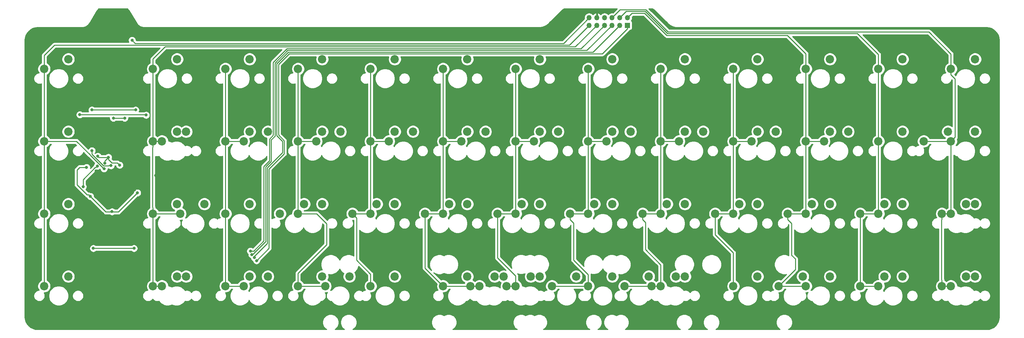
<source format=gtl>
G04 #@! TF.GenerationSoftware,KiCad,Pcbnew,(5.1.2)-1*
G04 #@! TF.CreationDate,2021-05-25T07:10:53-07:00*
G04 #@! TF.ProjectId,theboulevard,74686562-6f75-46c6-9576-6172642e6b69,rev?*
G04 #@! TF.SameCoordinates,Original*
G04 #@! TF.FileFunction,Copper,L1,Top*
G04 #@! TF.FilePolarity,Positive*
%FSLAX46Y46*%
G04 Gerber Fmt 4.6, Leading zero omitted, Abs format (unit mm)*
G04 Created by KiCad (PCBNEW (5.1.2)-1) date 2021-05-25 07:10:53*
%MOMM*%
%LPD*%
G04 APERTURE LIST*
%ADD10R,1.350000X1.350000*%
%ADD11O,1.350000X1.350000*%
%ADD12C,2.200000*%
%ADD13C,0.800000*%
%ADD14C,0.250000*%
%ADD15C,0.254000*%
G04 APERTURE END LIST*
D10*
X171785000Y-16090000D03*
D11*
X171785000Y-14090000D03*
X169785000Y-16090000D03*
X169785000Y-14090000D03*
X167785000Y-16090000D03*
X167785000Y-14090000D03*
X165785000Y-16090000D03*
X165785000Y-14090000D03*
X163785000Y-16090000D03*
X163785000Y-14090000D03*
X161785000Y-16090000D03*
X161785000Y-14090000D03*
D12*
X158350000Y-82150000D03*
X152000000Y-84690000D03*
X136918750Y-82150000D03*
X130568750Y-84690000D03*
X184543750Y-82150000D03*
X178193750Y-84690000D03*
X146443750Y-82150000D03*
X140093750Y-84690000D03*
X211531250Y-84690000D03*
X217881250Y-82150000D03*
X98818750Y-82150000D03*
X92468750Y-84690000D03*
X260743750Y-82150000D03*
X254393750Y-84690000D03*
X55956250Y-82150000D03*
X49606250Y-84690000D03*
X77387500Y-82150000D03*
X71037500Y-84690000D03*
X239312500Y-82150000D03*
X232962500Y-84690000D03*
X171050000Y-84690000D03*
X177400000Y-82150000D03*
X158350000Y-82150000D03*
X152000000Y-84690000D03*
X139300000Y-82150000D03*
X132950000Y-84690000D03*
X80562500Y-65640000D03*
X86912500Y-63100000D03*
X60718750Y-63100000D03*
X54368750Y-65640000D03*
X260743750Y-63100000D03*
X254393750Y-65640000D03*
X232962500Y-65640000D03*
X239312500Y-63100000D03*
X213912500Y-65640000D03*
X220262500Y-63100000D03*
X194862500Y-65640000D03*
X201212500Y-63100000D03*
X175812500Y-65640000D03*
X182162500Y-63100000D03*
X156762500Y-65640000D03*
X163112500Y-63100000D03*
X137712500Y-65640000D03*
X144062500Y-63100000D03*
X118662500Y-65640000D03*
X125012500Y-63100000D03*
X99612500Y-65640000D03*
X105962500Y-63100000D03*
X255981250Y-44050000D03*
X249631250Y-46590000D03*
X256775000Y-46590000D03*
X263125000Y-44050000D03*
X223437500Y-46590000D03*
X229787500Y-44050000D03*
X218675000Y-46590000D03*
X225025000Y-44050000D03*
X204387500Y-46590000D03*
X210737500Y-44050000D03*
X199625000Y-46590000D03*
X205975000Y-44050000D03*
X185337500Y-46590000D03*
X191687500Y-44050000D03*
X180575000Y-46590000D03*
X186925000Y-44050000D03*
X166287500Y-46590000D03*
X172637500Y-44050000D03*
X161525000Y-46590000D03*
X167875000Y-44050000D03*
X147237500Y-46590000D03*
X153587500Y-44050000D03*
X142475000Y-46590000D03*
X148825000Y-44050000D03*
X128187500Y-46590000D03*
X134537500Y-44050000D03*
X123425000Y-46590000D03*
X129775000Y-44050000D03*
X109137500Y-46590000D03*
X115487500Y-44050000D03*
X104375000Y-46590000D03*
X110725000Y-44050000D03*
X90087500Y-46590000D03*
X96437500Y-44050000D03*
X85325000Y-46590000D03*
X91675000Y-44050000D03*
X71037500Y-46590000D03*
X77387500Y-44050000D03*
X66275000Y-46590000D03*
X72625000Y-44050000D03*
X55956250Y-44050000D03*
X49606250Y-46590000D03*
X47225000Y-46590000D03*
X53575000Y-44050000D03*
X256775000Y-84690000D03*
X263125000Y-82150000D03*
X237725000Y-84690000D03*
X244075000Y-82150000D03*
X218675000Y-84690000D03*
X225025000Y-82150000D03*
X199625000Y-84690000D03*
X205975000Y-82150000D03*
X180575000Y-84690000D03*
X186925000Y-82150000D03*
X161525000Y-84690000D03*
X167875000Y-82150000D03*
X142475000Y-84690000D03*
X148825000Y-82150000D03*
X123425000Y-84690000D03*
X129775000Y-82150000D03*
X104375000Y-84690000D03*
X110725000Y-82150000D03*
X85325000Y-84690000D03*
X91675000Y-82150000D03*
X66275000Y-84690000D03*
X72625000Y-82150000D03*
X47225000Y-84690000D03*
X53575000Y-82150000D03*
X18650000Y-84690000D03*
X25000000Y-82150000D03*
X256775000Y-65640000D03*
X263125000Y-63100000D03*
X237725000Y-65640000D03*
X244075000Y-63100000D03*
X218675000Y-65640000D03*
X225025000Y-63100000D03*
X199625000Y-65640000D03*
X205975000Y-63100000D03*
X180575000Y-65640000D03*
X186925000Y-63100000D03*
X161525000Y-65640000D03*
X167875000Y-63100000D03*
X142475000Y-65640000D03*
X148825000Y-63100000D03*
X123425000Y-65640000D03*
X129775000Y-63100000D03*
X104375000Y-65640000D03*
X110725000Y-63100000D03*
X85325000Y-65640000D03*
X91675000Y-63100000D03*
X66275000Y-65640000D03*
X72625000Y-63100000D03*
X47225000Y-65640000D03*
X53575000Y-63100000D03*
X18650000Y-65640000D03*
X25000000Y-63100000D03*
X237725000Y-46590000D03*
X244075000Y-44050000D03*
X18650000Y-46590000D03*
X25000000Y-44050000D03*
X256775000Y-27540000D03*
X263125000Y-25000000D03*
X237725000Y-27540000D03*
X244075000Y-25000000D03*
X218675000Y-27540000D03*
X225025000Y-25000000D03*
X199625000Y-27540000D03*
X205975000Y-25000000D03*
X180575000Y-27540000D03*
X186925000Y-25000000D03*
X161525000Y-27540000D03*
X167875000Y-25000000D03*
X142475000Y-27540000D03*
X148825000Y-25000000D03*
X123425000Y-27540000D03*
X129775000Y-25000000D03*
X104375000Y-27540000D03*
X110725000Y-25000000D03*
X85325000Y-27540000D03*
X91675000Y-25000000D03*
X66275000Y-27540000D03*
X72625000Y-25000000D03*
X47225000Y-27540000D03*
X53575000Y-25000000D03*
X18650000Y-27540000D03*
X25000000Y-25000000D03*
D13*
X42375000Y-59424940D03*
X44250000Y-55175000D03*
X30300000Y-71250000D03*
X32275000Y-54369608D03*
X35550000Y-45625000D03*
X42600000Y-34450000D03*
X39275000Y-70100000D03*
X48600000Y-59950000D03*
X47975000Y-55575000D03*
X38000000Y-18000000D03*
X61500000Y-72250000D03*
X60000000Y-54250000D03*
X81250000Y-72500000D03*
X43150000Y-60150000D03*
X34575000Y-52325000D03*
X30783483Y-61083483D03*
X32725153Y-50524847D03*
X29787500Y-53462500D03*
X38475000Y-52850000D03*
X36825000Y-40500000D03*
X39800000Y-40500000D03*
X36475000Y-65100000D03*
X35525000Y-50800000D03*
X41750000Y-20000000D03*
X28875000Y-58525000D03*
X32619142Y-53105858D03*
X31200000Y-38350000D03*
X42675000Y-38350000D03*
X31200000Y-49075000D03*
X36200000Y-53000000D03*
X28012500Y-39587500D03*
X45425000Y-39700000D03*
X34382923Y-53817842D03*
X31575000Y-74750000D03*
X42250000Y-74750000D03*
X72825000Y-75475000D03*
X73834482Y-77173442D03*
X74420641Y-77983640D03*
X73196391Y-76403478D03*
D14*
X42375000Y-59424940D02*
X42774999Y-59024941D01*
X42774999Y-59000001D02*
X43050000Y-58725000D01*
X43050000Y-58725000D02*
X43050000Y-57225000D01*
X43050000Y-57225000D02*
X43050000Y-56375000D01*
X43050000Y-56375000D02*
X44250000Y-55175000D01*
X48575000Y-59625000D02*
X48575000Y-56175000D01*
X48575000Y-56175000D02*
X47975000Y-55575000D01*
X43150000Y-60150000D02*
X38125000Y-65175000D01*
X38125000Y-65175000D02*
X38050000Y-65175000D01*
X31183482Y-61483482D02*
X31183482Y-61508482D01*
X30783483Y-61083483D02*
X31183482Y-61483482D01*
X34850000Y-65175000D02*
X38050000Y-65175000D01*
X31183482Y-61508482D02*
X34850000Y-65175000D01*
X33000306Y-50800000D02*
X32725153Y-50524847D01*
X36825000Y-40500000D02*
X39800000Y-40500000D01*
X29960482Y-60683484D02*
X27975000Y-58698002D01*
X30383484Y-60683484D02*
X29960482Y-60683484D01*
X30783483Y-61083483D02*
X30383484Y-60683484D01*
X27975000Y-58698002D02*
X27973002Y-58698002D01*
X27973002Y-58698002D02*
X27275000Y-58000000D01*
X27275000Y-58000000D02*
X27275000Y-54150000D01*
X27962500Y-53462500D02*
X29787500Y-53462500D01*
X27275000Y-54150000D02*
X27962500Y-53462500D01*
X35525000Y-50800000D02*
X33000306Y-50800000D01*
X34575000Y-51750000D02*
X35525000Y-50800000D01*
X34575000Y-52325000D02*
X34575000Y-51750000D01*
X38075001Y-52450001D02*
X38475000Y-52850000D01*
X37899999Y-52274999D02*
X38075001Y-52450001D01*
X36434314Y-52274999D02*
X37899999Y-52274999D01*
X35525000Y-51365685D02*
X36434314Y-52274999D01*
X35525000Y-50800000D02*
X35525000Y-51365685D01*
X155045019Y-20829981D02*
X161785000Y-14090000D01*
X42579981Y-20829981D02*
X41750000Y-20000000D01*
X42829981Y-20829981D02*
X42579981Y-20829981D01*
X42829981Y-20829981D02*
X155045019Y-20829981D01*
X28875000Y-57959315D02*
X28875000Y-58525000D01*
X28875000Y-56696606D02*
X28875000Y-57959315D01*
X32065749Y-53505857D02*
X28875000Y-56696606D01*
X32219143Y-53505857D02*
X32065749Y-53505857D01*
X32619142Y-53105858D02*
X32219143Y-53505857D01*
X31765685Y-38350000D02*
X42675000Y-38350000D01*
X31200000Y-38350000D02*
X31765685Y-38350000D01*
X32799999Y-51623001D02*
X32798001Y-51623001D01*
X31200000Y-50025000D02*
X31200000Y-49075000D01*
X32798001Y-51623001D02*
X31200000Y-50025000D01*
X34226999Y-53050001D02*
X33550999Y-52374001D01*
X35584314Y-53050001D02*
X34226999Y-53050001D01*
X35634315Y-53000000D02*
X35584314Y-53050001D01*
X36200000Y-53000000D02*
X35634315Y-53000000D01*
X32799999Y-51623001D02*
X33550999Y-52374001D01*
X45312500Y-39587500D02*
X45425000Y-39700000D01*
X28012500Y-39587500D02*
X45312500Y-39587500D01*
X18650000Y-68649002D02*
X18650000Y-84690000D01*
X18650000Y-27540000D02*
X18650000Y-68649002D01*
X26610000Y-46590000D02*
X26784951Y-46590000D01*
X18650000Y-46590000D02*
X26610000Y-46590000D01*
X27140000Y-46590000D02*
X26610000Y-46590000D01*
X30749990Y-50199990D02*
X27140000Y-46590000D01*
X30749990Y-50211400D02*
X30749990Y-50199990D01*
X34382923Y-53817842D02*
X34356432Y-53817842D01*
X34356432Y-53817842D02*
X30749990Y-50211400D01*
X156595009Y-21279991D02*
X161785000Y-16090000D01*
X21370009Y-21279991D02*
X156595009Y-21279991D01*
X18650000Y-27540000D02*
X18650000Y-24000000D01*
X18650000Y-24000000D02*
X21370009Y-21279991D01*
X47225000Y-27540000D02*
X47225000Y-46590000D01*
X47225000Y-46590000D02*
X49606250Y-46590000D01*
X47225000Y-64084366D02*
X47225000Y-65640000D01*
X47130001Y-63989367D02*
X47225000Y-64084366D01*
X47130001Y-48240633D02*
X47130001Y-63989367D01*
X47225000Y-48145634D02*
X47130001Y-48240633D01*
X47225000Y-46590000D02*
X47225000Y-48145634D01*
X47225000Y-65640000D02*
X54368750Y-65640000D01*
X49606250Y-84690000D02*
X47225000Y-84690000D01*
X47225000Y-65640000D02*
X47225000Y-84690000D01*
X50425000Y-21730001D02*
X47225000Y-24950000D01*
X82204434Y-21730001D02*
X50425000Y-21730001D01*
X47225000Y-27540000D02*
X47225000Y-24950000D01*
X138725037Y-21730001D02*
X82229397Y-21730001D01*
X158144999Y-21730001D02*
X163785000Y-16090000D01*
X138769999Y-21730001D02*
X158144999Y-21730001D01*
X66275000Y-49599002D02*
X66275000Y-84690000D01*
X66275000Y-27540000D02*
X66275000Y-49599002D01*
X66275000Y-84690000D02*
X71037500Y-84690000D01*
X71037500Y-46590000D02*
X66275000Y-46590000D01*
X85325000Y-27540000D02*
X85325000Y-65640000D01*
X86880634Y-84690000D02*
X92468750Y-84690000D01*
X85325000Y-84690000D02*
X86880634Y-84690000D01*
X90087500Y-46590000D02*
X85325000Y-46590000D01*
X85325000Y-65640000D02*
X90215000Y-65640000D01*
X90215000Y-65640000D02*
X92825000Y-68250000D01*
X92825000Y-68250000D02*
X92825000Y-73800000D01*
X85325000Y-81300000D02*
X85325000Y-84690000D01*
X92825000Y-73800000D02*
X85325000Y-81300000D01*
X104375000Y-29095634D02*
X104375000Y-65640000D01*
X104375000Y-27540000D02*
X104375000Y-29095634D01*
X101168134Y-65640000D02*
X104375000Y-65640000D01*
X99612500Y-65640000D02*
X101168134Y-65640000D01*
X104375000Y-83134366D02*
X104375000Y-84690000D01*
X104375000Y-81550000D02*
X104375000Y-83134366D01*
X100712499Y-77887499D02*
X104375000Y-81550000D01*
X100712499Y-66739999D02*
X100712499Y-77887499D01*
X99612500Y-65640000D02*
X100712499Y-66739999D01*
X109137500Y-46590000D02*
X104375000Y-46590000D01*
X123425000Y-27540000D02*
X123425000Y-65640000D01*
X123425000Y-65640000D02*
X118662500Y-65640000D01*
X118662500Y-79927500D02*
X123425000Y-84690000D01*
X118662500Y-65640000D02*
X118662500Y-79927500D01*
X123425000Y-84690000D02*
X132950000Y-84690000D01*
X128187500Y-46590000D02*
X123425000Y-46590000D01*
X140093750Y-84690000D02*
X142475000Y-84690000D01*
X142475000Y-65691498D02*
X142475000Y-65640000D01*
X142475000Y-27540000D02*
X142475000Y-65691498D01*
X137712500Y-65640000D02*
X142475000Y-65640000D01*
X147237500Y-46590000D02*
X142475000Y-46590000D01*
X137712500Y-77262500D02*
X137712500Y-65640000D01*
X142475000Y-84690000D02*
X142475000Y-82025000D01*
X142475000Y-82025000D02*
X137712500Y-77262500D01*
X161525000Y-27540000D02*
X161525000Y-65640000D01*
X156762500Y-65640000D02*
X161525000Y-65640000D01*
X159969366Y-84690000D02*
X152000000Y-84690000D01*
X161525000Y-84690000D02*
X159969366Y-84690000D01*
X156762500Y-67195634D02*
X157675000Y-68108134D01*
X156762500Y-65640000D02*
X156762500Y-67195634D01*
X157675000Y-68108134D02*
X157675000Y-77825000D01*
X161525000Y-81675000D02*
X161525000Y-84690000D01*
X157675000Y-77825000D02*
X161525000Y-81675000D01*
X164731866Y-46590000D02*
X161525000Y-46590000D01*
X166287500Y-46590000D02*
X164731866Y-46590000D01*
X180575000Y-29095634D02*
X180575000Y-65640000D01*
X180575000Y-27540000D02*
X180575000Y-29095634D01*
X180575000Y-65640000D02*
X175812500Y-65640000D01*
X172605634Y-84690000D02*
X180575000Y-84690000D01*
X171050000Y-84690000D02*
X172605634Y-84690000D01*
X175812500Y-67195634D02*
X176525000Y-67908134D01*
X175812500Y-65640000D02*
X175812500Y-67195634D01*
X176525000Y-67908134D02*
X176525000Y-75050000D01*
X180575000Y-79100000D02*
X180575000Y-84690000D01*
X176525000Y-75050000D02*
X180575000Y-79100000D01*
X185337500Y-46590000D02*
X180575000Y-46590000D01*
X199625000Y-27540000D02*
X199625000Y-65640000D01*
X198069366Y-65640000D02*
X194862500Y-65640000D01*
X199625000Y-65640000D02*
X198069366Y-65640000D01*
X199625000Y-84690000D02*
X199625000Y-75925000D01*
X194862500Y-71162500D02*
X194862500Y-65640000D01*
X199625000Y-75925000D02*
X194862500Y-71162500D01*
X204387500Y-46590000D02*
X199625000Y-46590000D01*
X211531250Y-84690000D02*
X218675000Y-84690000D01*
X218675000Y-63621502D02*
X218675000Y-65640000D01*
X218675000Y-27540000D02*
X218675000Y-63621502D01*
X217119366Y-65640000D02*
X213912500Y-65640000D01*
X218675000Y-65640000D02*
X217119366Y-65640000D01*
X221881866Y-46590000D02*
X218675000Y-46590000D01*
X223437500Y-46590000D02*
X221881866Y-46590000D01*
X213912500Y-67195634D02*
X214950000Y-68233134D01*
X213912500Y-65640000D02*
X213912500Y-67195634D01*
X214950000Y-68233134D02*
X214950000Y-76550000D01*
X214950000Y-76550000D02*
X215950000Y-77550000D01*
X215950000Y-80271250D02*
X211531250Y-84690000D01*
X215950000Y-77550000D02*
X215950000Y-80271250D01*
X172999980Y-12875020D02*
X171785000Y-14090000D01*
X176292240Y-12875020D02*
X172999980Y-12875020D01*
X182147220Y-18730000D02*
X176292240Y-12875020D01*
X213820000Y-18730000D02*
X182147220Y-18730000D01*
X218675000Y-23585000D02*
X213820000Y-18730000D01*
X218675000Y-27540000D02*
X218675000Y-23585000D01*
X237725000Y-27540000D02*
X237725000Y-65640000D01*
X236169366Y-65640000D02*
X232962500Y-65640000D01*
X237725000Y-65640000D02*
X236169366Y-65640000D01*
X232962500Y-65640000D02*
X232962500Y-84690000D01*
X232962500Y-84690000D02*
X237725000Y-84690000D01*
X171449990Y-12425010D02*
X169785000Y-14090000D01*
X176478640Y-12425010D02*
X171449990Y-12425010D01*
X182333620Y-18279990D02*
X176478640Y-12425010D01*
X232220010Y-18279990D02*
X182333620Y-18279990D01*
X237725000Y-23784980D02*
X232220010Y-18279990D01*
X237725000Y-27540000D02*
X237725000Y-23784980D01*
X257874999Y-45490001D02*
X256775000Y-46590000D01*
X257874999Y-30195633D02*
X257874999Y-45490001D01*
X256775000Y-27540000D02*
X256775000Y-29095634D01*
X256775000Y-29095634D02*
X257874999Y-30195633D01*
X256775000Y-46590000D02*
X256775000Y-65640000D01*
X254393750Y-65640000D02*
X256775000Y-65640000D01*
X254393750Y-83134366D02*
X254393750Y-84690000D01*
X254298751Y-83039367D02*
X254393750Y-83134366D01*
X254298751Y-67290633D02*
X254298751Y-83039367D01*
X254393750Y-67195634D02*
X254298751Y-67290633D01*
X254393750Y-65640000D02*
X254393750Y-67195634D01*
X254393750Y-84690000D02*
X256775000Y-84690000D01*
X256775000Y-46590000D02*
X249631250Y-46590000D01*
X169900000Y-11975000D02*
X167785000Y-14090000D01*
X176665040Y-11975000D02*
X169900000Y-11975000D01*
X182520020Y-17829980D02*
X176665040Y-11975000D01*
X250979980Y-17829980D02*
X182520020Y-17829980D01*
X256775000Y-23625000D02*
X250979980Y-17829980D01*
X256775000Y-27540000D02*
X256775000Y-23625000D01*
X31575000Y-74750000D02*
X42250000Y-74750000D01*
X159650029Y-22224971D02*
X165785000Y-16090000D01*
X82415798Y-22224972D02*
X159650029Y-22224971D01*
X78812501Y-25828269D02*
X82415798Y-22224972D01*
X78812501Y-45037500D02*
X78812501Y-25828269D01*
X73675000Y-75475000D02*
X76340001Y-72809999D01*
X72825000Y-75475000D02*
X73675000Y-75475000D01*
X76340001Y-53173589D02*
X77843195Y-51670395D01*
X76340001Y-72809999D02*
X76340001Y-53173589D01*
X77843195Y-51670395D02*
X77843195Y-46006805D01*
X77843195Y-46006805D02*
X78812501Y-45037500D01*
X79712521Y-26201069D02*
X82788600Y-23124990D01*
X162750011Y-23124989D02*
X169785000Y-16090000D01*
X79712521Y-45123931D02*
X79712521Y-26201069D01*
X73834482Y-76838389D02*
X77240020Y-73432851D01*
X73834482Y-77173442D02*
X73834482Y-76838389D01*
X77240020Y-73432851D02*
X77240020Y-53556482D01*
X77240020Y-53556482D02*
X81224990Y-49571512D01*
X81224990Y-49571512D02*
X81224990Y-46636400D01*
X82788600Y-23124990D02*
X162750011Y-23124989D01*
X81224990Y-46636400D02*
X79712521Y-45123931D01*
X77690030Y-74714251D02*
X74420641Y-77983640D01*
X77690030Y-53859970D02*
X77690030Y-74714251D01*
X81675000Y-49875000D02*
X77690030Y-53859970D01*
X80175000Y-44950000D02*
X81675000Y-46450000D01*
X81675000Y-46450000D02*
X81675000Y-49875000D01*
X80175000Y-26425000D02*
X80175000Y-44950000D01*
X82975001Y-23574999D02*
X152155001Y-23574999D01*
X80175000Y-26425000D02*
X80175000Y-26375000D01*
X80175000Y-26375000D02*
X82975001Y-23574999D01*
X171785000Y-17015000D02*
X171785000Y-16090000D01*
X165225001Y-23574999D02*
X171785000Y-17015000D01*
X152155001Y-23574999D02*
X165225001Y-23574999D01*
X79262511Y-44487511D02*
X79262511Y-45287511D01*
X73382932Y-76403478D02*
X73196391Y-76403478D01*
X76790011Y-72996399D02*
X76680705Y-73105705D01*
X76790011Y-53370081D02*
X76790011Y-72996399D01*
X77000000Y-53160092D02*
X76790011Y-53370081D01*
X77000000Y-53150000D02*
X77000000Y-53160092D01*
X76790010Y-72996400D02*
X76680705Y-73105705D01*
X79262510Y-45223902D02*
X78293205Y-46193205D01*
X79262511Y-44487511D02*
X79262510Y-45223902D01*
X78293205Y-46193205D02*
X78293205Y-51856795D01*
X76680705Y-73105705D02*
X73382932Y-76403478D01*
X78293205Y-51856795D02*
X77000000Y-53150000D01*
X161200019Y-22674981D02*
X167785000Y-16090000D01*
X82602199Y-22674981D02*
X161200019Y-22674981D01*
X79262511Y-44487511D02*
X79262511Y-26014669D01*
X79262511Y-26014669D02*
X82602199Y-22674981D01*
D15*
G36*
X40482244Y-11696441D02*
G01*
X40501276Y-11714092D01*
X40521490Y-11733372D01*
X40543331Y-11754759D01*
X40564679Y-11776175D01*
X40584868Y-11796861D01*
X40605782Y-11818717D01*
X40626406Y-11840672D01*
X40650572Y-11866888D01*
X40671972Y-11890530D01*
X40692771Y-11913892D01*
X40713159Y-11937152D01*
X40733886Y-11961162D01*
X40754430Y-11985319D01*
X40776660Y-12011870D01*
X40796324Y-12035711D01*
X40815864Y-12059743D01*
X40838959Y-12088595D01*
X40859203Y-12114292D01*
X40879633Y-12140632D01*
X40899276Y-12166355D01*
X40920921Y-12195172D01*
X40940273Y-12221380D01*
X40958530Y-12246514D01*
X40978041Y-12273841D01*
X40996332Y-12299933D01*
X41014097Y-12325742D01*
X41031919Y-12352139D01*
X41032650Y-12353237D01*
X42848975Y-15368337D01*
X42851392Y-15371581D01*
X42860313Y-15385976D01*
X42860393Y-15386081D01*
X42861707Y-15388215D01*
X42882634Y-15421684D01*
X42882723Y-15421799D01*
X42884437Y-15424552D01*
X42905446Y-15457770D01*
X42905542Y-15457894D01*
X42907562Y-15461094D01*
X42927239Y-15491801D01*
X42927343Y-15491933D01*
X42929761Y-15495705D01*
X42950543Y-15527638D01*
X42950639Y-15527758D01*
X42953482Y-15532115D01*
X42973830Y-15562833D01*
X42973925Y-15562950D01*
X42977155Y-15567804D01*
X42997458Y-15597858D01*
X42997542Y-15597960D01*
X43001210Y-15603352D01*
X43022116Y-15633637D01*
X43022173Y-15633704D01*
X43026510Y-15639924D01*
X43048702Y-15671287D01*
X43048742Y-15671333D01*
X43053574Y-15678081D01*
X43075066Y-15707652D01*
X43075075Y-15707662D01*
X43080405Y-15714893D01*
X43102496Y-15744433D01*
X43102624Y-15744574D01*
X43102727Y-15744743D01*
X43108302Y-15752080D01*
X43130104Y-15780366D01*
X43130655Y-15780953D01*
X43131087Y-15781639D01*
X43136781Y-15788884D01*
X43161687Y-15820124D01*
X43162652Y-15821117D01*
X43163412Y-15822279D01*
X43169237Y-15829420D01*
X43193425Y-15858655D01*
X43194593Y-15859814D01*
X43195519Y-15861173D01*
X43201478Y-15868202D01*
X43226465Y-15897265D01*
X43227800Y-15898541D01*
X43228873Y-15900051D01*
X43234968Y-15906962D01*
X43258783Y-15933591D01*
X43260258Y-15934947D01*
X43261453Y-15936559D01*
X43267685Y-15943347D01*
X43292324Y-15969812D01*
X43294116Y-15971395D01*
X43295580Y-15973284D01*
X43301954Y-15979938D01*
X43327465Y-16006202D01*
X43329545Y-16007962D01*
X43331265Y-16010083D01*
X43337786Y-16016595D01*
X43363605Y-16042021D01*
X43366459Y-16044329D01*
X43368849Y-16047130D01*
X43375531Y-16053476D01*
X43406782Y-16082746D01*
X43410009Y-16085224D01*
X43412740Y-16088260D01*
X43419587Y-16094428D01*
X43447330Y-16119078D01*
X43450216Y-16121177D01*
X43452674Y-16123776D01*
X43459671Y-16129773D01*
X43487134Y-16152985D01*
X43490213Y-16155109D01*
X43492851Y-16157762D01*
X43499997Y-16163581D01*
X43528697Y-16186621D01*
X43532059Y-16188817D01*
X43534963Y-16191589D01*
X43542258Y-16197220D01*
X43571732Y-16219643D01*
X43575502Y-16221968D01*
X43578788Y-16224937D01*
X43586235Y-16230366D01*
X43617975Y-16253171D01*
X43621808Y-16255393D01*
X43625185Y-16258280D01*
X43632777Y-16263503D01*
X43662806Y-16283857D01*
X43667085Y-16286183D01*
X43670875Y-16289240D01*
X43678614Y-16294244D01*
X43714484Y-16317085D01*
X43718956Y-16319353D01*
X43722948Y-16322385D01*
X43730829Y-16327162D01*
X43762646Y-16346145D01*
X43766534Y-16347976D01*
X43770021Y-16350480D01*
X43778028Y-16355043D01*
X43810316Y-16373146D01*
X43814231Y-16374863D01*
X43817774Y-16377265D01*
X43825900Y-16381610D01*
X43859066Y-16399051D01*
X43863006Y-16400654D01*
X43866596Y-16402950D01*
X43874836Y-16407076D01*
X43908694Y-16423738D01*
X43912669Y-16425232D01*
X43916305Y-16427423D01*
X43924652Y-16431328D01*
X43959659Y-16447406D01*
X43963652Y-16448786D01*
X43967324Y-16450867D01*
X43975773Y-16454547D01*
X44011748Y-16469920D01*
X44015699Y-16471169D01*
X44019362Y-16473118D01*
X44027905Y-16476573D01*
X44064637Y-16491132D01*
X44068426Y-16492220D01*
X44071960Y-16493985D01*
X44080589Y-16497218D01*
X44117610Y-16510794D01*
X44121275Y-16511744D01*
X44124709Y-16513352D01*
X44133418Y-16516364D01*
X44171683Y-16529304D01*
X44175183Y-16530117D01*
X44178475Y-16531560D01*
X44187256Y-16534356D01*
X44225543Y-16546254D01*
X44228958Y-16546959D01*
X44232183Y-16548279D01*
X44241030Y-16550859D01*
X44281629Y-16562393D01*
X44284930Y-16562991D01*
X44288072Y-16564189D01*
X44296978Y-16566555D01*
X44337612Y-16577048D01*
X44340580Y-16577512D01*
X44343415Y-16578519D01*
X44352374Y-16580679D01*
X44392985Y-16590174D01*
X44395759Y-16590542D01*
X44398423Y-16591422D01*
X44407428Y-16593381D01*
X44449643Y-16602258D01*
X44452275Y-16602547D01*
X44454806Y-16603322D01*
X44463851Y-16605083D01*
X44506873Y-16613148D01*
X44509187Y-16613351D01*
X44511432Y-16613987D01*
X44520513Y-16615557D01*
X44563456Y-16622678D01*
X44565863Y-16622838D01*
X44568203Y-16623448D01*
X44577314Y-16624825D01*
X44624960Y-16631689D01*
X44627092Y-16631786D01*
X44629166Y-16632281D01*
X44638304Y-16633473D01*
X44683495Y-16639045D01*
X44685171Y-16639087D01*
X44686804Y-16639444D01*
X44695963Y-16640462D01*
X44741312Y-16645180D01*
X44742746Y-16645188D01*
X44744156Y-16645470D01*
X44753332Y-16646319D01*
X44799768Y-16650293D01*
X44801003Y-16650278D01*
X44802223Y-16650499D01*
X44811413Y-16651186D01*
X44858625Y-16654386D01*
X44859623Y-16654356D01*
X44860618Y-16654519D01*
X44869818Y-16655049D01*
X44917462Y-16657466D01*
X44918253Y-16657429D01*
X44919043Y-16657545D01*
X44928251Y-16657925D01*
X44956288Y-16658888D01*
X44967581Y-16660000D01*
X148276038Y-16660000D01*
X148318949Y-16661165D01*
X148319089Y-16661155D01*
X148325560Y-16661311D01*
X148375604Y-16662168D01*
X148375722Y-16662158D01*
X148382655Y-16662251D01*
X148438558Y-16662611D01*
X148438642Y-16662603D01*
X148446351Y-16662615D01*
X148503533Y-16662308D01*
X148503627Y-16662298D01*
X148511144Y-16662224D01*
X148561606Y-16661371D01*
X148561701Y-16661360D01*
X148569250Y-16661197D01*
X148624175Y-16659632D01*
X148624246Y-16659623D01*
X148632272Y-16659352D01*
X148685798Y-16657169D01*
X148685873Y-16657159D01*
X148693785Y-16656795D01*
X148744443Y-16654114D01*
X148744536Y-16654100D01*
X148752210Y-16653657D01*
X148800099Y-16650556D01*
X148800189Y-16650541D01*
X148807774Y-16650014D01*
X148854943Y-16646407D01*
X148855034Y-16646391D01*
X148862670Y-16645770D01*
X148909127Y-16641668D01*
X148909211Y-16641652D01*
X148916920Y-16640933D01*
X148962670Y-16636347D01*
X148962752Y-16636330D01*
X148970536Y-16635510D01*
X149015588Y-16630447D01*
X149015657Y-16630432D01*
X149023674Y-16629488D01*
X149069408Y-16623776D01*
X149069448Y-16623767D01*
X149078021Y-16622642D01*
X149127309Y-16615826D01*
X149127313Y-16615826D01*
X149127378Y-16615817D01*
X149127534Y-16615795D01*
X149127545Y-16615792D01*
X149136433Y-16614503D01*
X149182556Y-16607483D01*
X149182558Y-16607483D01*
X149182586Y-16607479D01*
X149182859Y-16607437D01*
X149182878Y-16607432D01*
X149191659Y-16606037D01*
X149236977Y-16598512D01*
X149236981Y-16598512D01*
X149237035Y-16598503D01*
X149237298Y-16598459D01*
X149237317Y-16598454D01*
X149246062Y-16596943D01*
X149290885Y-16588878D01*
X149290887Y-16588878D01*
X149290910Y-16588874D01*
X149290925Y-16588871D01*
X149290926Y-16588871D01*
X149299945Y-16587183D01*
X149345114Y-16578406D01*
X149345124Y-16578405D01*
X149345261Y-16578377D01*
X149345294Y-16578371D01*
X149345296Y-16578370D01*
X149354158Y-16576586D01*
X149396231Y-16567811D01*
X149396259Y-16567802D01*
X149404823Y-16565959D01*
X149445780Y-16556846D01*
X149445818Y-16556834D01*
X149445864Y-16556828D01*
X149454845Y-16554762D01*
X149499102Y-16544258D01*
X149499338Y-16544177D01*
X149499586Y-16544143D01*
X149508535Y-16541946D01*
X149551972Y-16530959D01*
X149552123Y-16530905D01*
X149552279Y-16530881D01*
X149561196Y-16528555D01*
X149601518Y-16517734D01*
X149601633Y-16517691D01*
X149601757Y-16517670D01*
X149610640Y-16515215D01*
X149651754Y-16503547D01*
X149651882Y-16503497D01*
X149652029Y-16503470D01*
X149660875Y-16500888D01*
X149699744Y-16489250D01*
X149699922Y-16489177D01*
X149700116Y-16489139D01*
X149708924Y-16486428D01*
X149749277Y-16473703D01*
X149749492Y-16473611D01*
X149749730Y-16473561D01*
X149758497Y-16470721D01*
X149796293Y-16458189D01*
X149796465Y-16458112D01*
X149796657Y-16458069D01*
X149805382Y-16455102D01*
X149843886Y-16441711D01*
X149844459Y-16441446D01*
X149845085Y-16441294D01*
X149853761Y-16438189D01*
X149896669Y-16422498D01*
X149897228Y-16422229D01*
X149897835Y-16422071D01*
X149906461Y-16418829D01*
X149942726Y-16404912D01*
X149942925Y-16404813D01*
X149943144Y-16404752D01*
X149951722Y-16401384D01*
X149987958Y-16386866D01*
X149988364Y-16386655D01*
X149988809Y-16386525D01*
X149997334Y-16383026D01*
X150035119Y-16367210D01*
X150035610Y-16366946D01*
X150036138Y-16366782D01*
X150044607Y-16363151D01*
X150081605Y-16346979D01*
X150082130Y-16346685D01*
X150082715Y-16346494D01*
X150091126Y-16342728D01*
X150127966Y-16325928D01*
X150128437Y-16325655D01*
X150128959Y-16325475D01*
X150137310Y-16321579D01*
X150172148Y-16305030D01*
X150172442Y-16304853D01*
X150172764Y-16304737D01*
X150181056Y-16300716D01*
X150214575Y-16284173D01*
X150214887Y-16283979D01*
X150215233Y-16283848D01*
X150223463Y-16279703D01*
X150257454Y-16262285D01*
X150257785Y-16262072D01*
X150258157Y-16261925D01*
X150266323Y-16257655D01*
X150299299Y-16240121D01*
X150299647Y-16239890D01*
X150300038Y-16239728D01*
X150308139Y-16235334D01*
X150341522Y-16216926D01*
X150341915Y-16216656D01*
X150342353Y-16216467D01*
X150350385Y-16211949D01*
X150383296Y-16193135D01*
X150383647Y-16192886D01*
X150384040Y-16192709D01*
X150392002Y-16188069D01*
X150424172Y-16169021D01*
X150424453Y-16168815D01*
X150424776Y-16168664D01*
X150432667Y-16163905D01*
X150464111Y-16144642D01*
X150464369Y-16144447D01*
X150464665Y-16144303D01*
X150472484Y-16139427D01*
X150503719Y-16119645D01*
X150503954Y-16119462D01*
X150504223Y-16119326D01*
X150511969Y-16114334D01*
X150542975Y-16094045D01*
X150543276Y-16093803D01*
X150543621Y-16093622D01*
X150551291Y-16088513D01*
X150583012Y-16067063D01*
X150583286Y-16066836D01*
X150583604Y-16066663D01*
X150591195Y-16061440D01*
X150621656Y-16040168D01*
X150621823Y-16040025D01*
X150622019Y-16039915D01*
X150629533Y-16034581D01*
X150659243Y-16013180D01*
X150659409Y-16013034D01*
X150659608Y-16012918D01*
X150667043Y-16007474D01*
X150697810Y-15984620D01*
X150697958Y-15984486D01*
X150698134Y-15984380D01*
X150705489Y-15978829D01*
X150734795Y-15956391D01*
X150734799Y-15956387D01*
X150742021Y-15950777D01*
X150770386Y-15928429D01*
X150770392Y-15928425D01*
X150770467Y-15928365D01*
X150770575Y-15928280D01*
X150770582Y-15928273D01*
X150777592Y-15922674D01*
X150805384Y-15900156D01*
X150805386Y-15900155D01*
X150805513Y-15900051D01*
X150805822Y-15899801D01*
X150805845Y-15899779D01*
X150812510Y-15894309D01*
X150840000Y-15871434D01*
X150840029Y-15871405D01*
X150846646Y-15865829D01*
X150875173Y-15841447D01*
X150875199Y-15841420D01*
X150881751Y-15835749D01*
X150911001Y-15810074D01*
X150911041Y-15810031D01*
X150917181Y-15804580D01*
X150944097Y-15780350D01*
X150944161Y-15780280D01*
X150949714Y-15775235D01*
X150975878Y-15751131D01*
X150975953Y-15751047D01*
X150981203Y-15746171D01*
X151008035Y-15720899D01*
X151008119Y-15720802D01*
X151013047Y-15716129D01*
X151039097Y-15691073D01*
X151039191Y-15690963D01*
X151043708Y-15686594D01*
X151069658Y-15661143D01*
X151069756Y-15661026D01*
X151073849Y-15656996D01*
X151099669Y-15631216D01*
X151099773Y-15631090D01*
X151103367Y-15627494D01*
X151128412Y-15602087D01*
X151128515Y-15601960D01*
X151131663Y-15598765D01*
X151158356Y-15571303D01*
X151158457Y-15571176D01*
X151161003Y-15568563D01*
X151185683Y-15542876D01*
X151185762Y-15542775D01*
X151187576Y-15540898D01*
X151212070Y-15515192D01*
X151212125Y-15515122D01*
X151213189Y-15514015D01*
X151240207Y-15485519D01*
X151240214Y-15485510D01*
X151240362Y-15485356D01*
X151263196Y-15461257D01*
X154275541Y-12466987D01*
X154280522Y-12462827D01*
X154286938Y-12456212D01*
X154310014Y-12432088D01*
X154332731Y-12408688D01*
X154355571Y-12385506D01*
X154377388Y-12363671D01*
X154399711Y-12341637D01*
X154422150Y-12319790D01*
X154444661Y-12298171D01*
X154468110Y-12275960D01*
X154492337Y-12253341D01*
X154516292Y-12231290D01*
X154540437Y-12209385D01*
X154564335Y-12188012D01*
X154587950Y-12167189D01*
X154612475Y-12145878D01*
X154637773Y-12124224D01*
X154661703Y-12104049D01*
X154686546Y-12083416D01*
X154711350Y-12063139D01*
X154737491Y-12042116D01*
X154761743Y-12022932D01*
X154790632Y-12000492D01*
X154816953Y-11980428D01*
X154842471Y-11961338D01*
X154869223Y-11941711D01*
X154895122Y-11923091D01*
X154919879Y-11905654D01*
X154945268Y-11888149D01*
X154970690Y-11871012D01*
X154997957Y-11853083D01*
X155023768Y-11836556D01*
X155049887Y-11820292D01*
X155073943Y-11805745D01*
X155098802Y-11791169D01*
X155122600Y-11777677D01*
X155148151Y-11763724D01*
X155171202Y-11751648D01*
X155194356Y-11740051D01*
X155216064Y-11729711D01*
X155237256Y-11720170D01*
X155257477Y-11711644D01*
X155276321Y-11704290D01*
X155293021Y-11698348D01*
X155307821Y-11693658D01*
X155319309Y-11690531D01*
X155321721Y-11690000D01*
X169110198Y-11690000D01*
X168004880Y-12795318D01*
X167849351Y-12780000D01*
X167720649Y-12780000D01*
X167528195Y-12798955D01*
X167281259Y-12873862D01*
X167053682Y-12995505D01*
X166854208Y-13159208D01*
X166785000Y-13243539D01*
X166715792Y-13159208D01*
X166516318Y-12995505D01*
X166288741Y-12873862D01*
X166041805Y-12798955D01*
X165849351Y-12780000D01*
X165720649Y-12780000D01*
X165528195Y-12798955D01*
X165281259Y-12873862D01*
X165053682Y-12995505D01*
X164854208Y-13159208D01*
X164781628Y-13247648D01*
X164656227Y-13111697D01*
X164448629Y-12960527D01*
X164215528Y-12852762D01*
X164114400Y-12822090D01*
X163912000Y-12945776D01*
X163912000Y-13963000D01*
X163932000Y-13963000D01*
X163932000Y-14217000D01*
X163912000Y-14217000D01*
X163912000Y-14237000D01*
X163658000Y-14237000D01*
X163658000Y-14217000D01*
X163638000Y-14217000D01*
X163638000Y-13963000D01*
X163658000Y-13963000D01*
X163658000Y-12945776D01*
X163455600Y-12822090D01*
X163354472Y-12852762D01*
X163121371Y-12960527D01*
X162913773Y-13111697D01*
X162788372Y-13247648D01*
X162715792Y-13159208D01*
X162516318Y-12995505D01*
X162288741Y-12873862D01*
X162041805Y-12798955D01*
X161849351Y-12780000D01*
X161720649Y-12780000D01*
X161528195Y-12798955D01*
X161281259Y-12873862D01*
X161053682Y-12995505D01*
X160854208Y-13159208D01*
X160690505Y-13358682D01*
X160568862Y-13586259D01*
X160493955Y-13833195D01*
X160468662Y-14090000D01*
X160490318Y-14309880D01*
X154730218Y-20069981D01*
X42894783Y-20069981D01*
X42785000Y-19960198D01*
X42785000Y-19898061D01*
X42745226Y-19698102D01*
X42667205Y-19509744D01*
X42553937Y-19340226D01*
X42409774Y-19196063D01*
X42240256Y-19082795D01*
X42051898Y-19004774D01*
X41851939Y-18965000D01*
X41648061Y-18965000D01*
X41448102Y-19004774D01*
X41259744Y-19082795D01*
X41090226Y-19196063D01*
X40946063Y-19340226D01*
X40832795Y-19509744D01*
X40754774Y-19698102D01*
X40715000Y-19898061D01*
X40715000Y-20101939D01*
X40754774Y-20301898D01*
X40832795Y-20490256D01*
X40852663Y-20519991D01*
X21407342Y-20519991D01*
X21370009Y-20516314D01*
X21332676Y-20519991D01*
X21221023Y-20530988D01*
X21077762Y-20574445D01*
X20945733Y-20645017D01*
X20830008Y-20739990D01*
X20806210Y-20768988D01*
X18138998Y-23436201D01*
X18110000Y-23459999D01*
X18086202Y-23488997D01*
X18086201Y-23488998D01*
X18015026Y-23575724D01*
X17944454Y-23707754D01*
X17928617Y-23759964D01*
X17907211Y-23830534D01*
X17900998Y-23851015D01*
X17886324Y-24000000D01*
X17890001Y-24037332D01*
X17890000Y-25976852D01*
X17828169Y-26002463D01*
X17544002Y-26192337D01*
X17302337Y-26434002D01*
X17112463Y-26718169D01*
X16981675Y-27033919D01*
X16915000Y-27369117D01*
X16915000Y-27710883D01*
X16981675Y-28046081D01*
X17112463Y-28361831D01*
X17268261Y-28595000D01*
X17233740Y-28595000D01*
X16946842Y-28652068D01*
X16676589Y-28764010D01*
X16433368Y-28926525D01*
X16226525Y-29133368D01*
X16064010Y-29376589D01*
X15952068Y-29646842D01*
X15895000Y-29933740D01*
X15895000Y-30226260D01*
X15952068Y-30513158D01*
X16064010Y-30783411D01*
X16226525Y-31026632D01*
X16433368Y-31233475D01*
X16676589Y-31395990D01*
X16946842Y-31507932D01*
X17233740Y-31565000D01*
X17526260Y-31565000D01*
X17813158Y-31507932D01*
X17890000Y-31476103D01*
X17890000Y-45026852D01*
X17828169Y-45052463D01*
X17544002Y-45242337D01*
X17302337Y-45484002D01*
X17112463Y-45768169D01*
X16981675Y-46083919D01*
X16915000Y-46419117D01*
X16915000Y-46760883D01*
X16981675Y-47096081D01*
X17112463Y-47411831D01*
X17268261Y-47645000D01*
X17233740Y-47645000D01*
X16946842Y-47702068D01*
X16676589Y-47814010D01*
X16433368Y-47976525D01*
X16226525Y-48183368D01*
X16064010Y-48426589D01*
X15952068Y-48696842D01*
X15895000Y-48983740D01*
X15895000Y-49276260D01*
X15952068Y-49563158D01*
X16064010Y-49833411D01*
X16226525Y-50076632D01*
X16433368Y-50283475D01*
X16676589Y-50445990D01*
X16946842Y-50557932D01*
X17233740Y-50615000D01*
X17526260Y-50615000D01*
X17813158Y-50557932D01*
X17890001Y-50526103D01*
X17890001Y-64076851D01*
X17828169Y-64102463D01*
X17544002Y-64292337D01*
X17302337Y-64534002D01*
X17112463Y-64818169D01*
X16981675Y-65133919D01*
X16915000Y-65469117D01*
X16915000Y-65810883D01*
X16981675Y-66146081D01*
X17112463Y-66461831D01*
X17268261Y-66695000D01*
X17233740Y-66695000D01*
X16946842Y-66752068D01*
X16676589Y-66864010D01*
X16433368Y-67026525D01*
X16226525Y-67233368D01*
X16064010Y-67476589D01*
X15952068Y-67746842D01*
X15895000Y-68033740D01*
X15895000Y-68326260D01*
X15952068Y-68613158D01*
X16064010Y-68883411D01*
X16226525Y-69126632D01*
X16433368Y-69333475D01*
X16676589Y-69495990D01*
X16946842Y-69607932D01*
X17233740Y-69665000D01*
X17526260Y-69665000D01*
X17813158Y-69607932D01*
X17890000Y-69576103D01*
X17890001Y-83126851D01*
X17828169Y-83152463D01*
X17544002Y-83342337D01*
X17302337Y-83584002D01*
X17112463Y-83868169D01*
X16981675Y-84183919D01*
X16915000Y-84519117D01*
X16915000Y-84860883D01*
X16981675Y-85196081D01*
X17112463Y-85511831D01*
X17268261Y-85745000D01*
X17233740Y-85745000D01*
X16946842Y-85802068D01*
X16676589Y-85914010D01*
X16433368Y-86076525D01*
X16226525Y-86283368D01*
X16064010Y-86526589D01*
X15952068Y-86796842D01*
X15895000Y-87083740D01*
X15895000Y-87376260D01*
X15952068Y-87663158D01*
X16064010Y-87933411D01*
X16226525Y-88176632D01*
X16433368Y-88383475D01*
X16676589Y-88545990D01*
X16946842Y-88657932D01*
X17233740Y-88715000D01*
X17526260Y-88715000D01*
X17813158Y-88657932D01*
X18083411Y-88545990D01*
X18326632Y-88383475D01*
X18533475Y-88176632D01*
X18695990Y-87933411D01*
X18807932Y-87663158D01*
X18865000Y-87376260D01*
X18865000Y-87083740D01*
X18842471Y-86970475D01*
X19825000Y-86970475D01*
X19825000Y-87489525D01*
X19926261Y-87998601D01*
X20124893Y-88478141D01*
X20413262Y-88909715D01*
X20780285Y-89276738D01*
X21211859Y-89565107D01*
X21691399Y-89763739D01*
X22200475Y-89865000D01*
X22719525Y-89865000D01*
X23228601Y-89763739D01*
X23708141Y-89565107D01*
X24139715Y-89276738D01*
X24506738Y-88909715D01*
X24795107Y-88478141D01*
X24993739Y-87998601D01*
X25095000Y-87489525D01*
X25095000Y-87083740D01*
X26055000Y-87083740D01*
X26055000Y-87376260D01*
X26112068Y-87663158D01*
X26224010Y-87933411D01*
X26386525Y-88176632D01*
X26593368Y-88383475D01*
X26836589Y-88545990D01*
X27106842Y-88657932D01*
X27393740Y-88715000D01*
X27686260Y-88715000D01*
X27973158Y-88657932D01*
X28243411Y-88545990D01*
X28486632Y-88383475D01*
X28693475Y-88176632D01*
X28855990Y-87933411D01*
X28967932Y-87663158D01*
X29025000Y-87376260D01*
X29025000Y-87083740D01*
X28967932Y-86796842D01*
X28855990Y-86526589D01*
X28693475Y-86283368D01*
X28486632Y-86076525D01*
X28243411Y-85914010D01*
X27973158Y-85802068D01*
X27686260Y-85745000D01*
X27393740Y-85745000D01*
X27106842Y-85802068D01*
X26836589Y-85914010D01*
X26593368Y-86076525D01*
X26386525Y-86283368D01*
X26224010Y-86526589D01*
X26112068Y-86796842D01*
X26055000Y-87083740D01*
X25095000Y-87083740D01*
X25095000Y-86970475D01*
X24993739Y-86461399D01*
X24795107Y-85981859D01*
X24506738Y-85550285D01*
X24139715Y-85183262D01*
X23708141Y-84894893D01*
X23228601Y-84696261D01*
X22719525Y-84595000D01*
X22200475Y-84595000D01*
X21691399Y-84696261D01*
X21211859Y-84894893D01*
X20780285Y-85183262D01*
X20413262Y-85550285D01*
X20124893Y-85981859D01*
X19926261Y-86461399D01*
X19825000Y-86970475D01*
X18842471Y-86970475D01*
X18807932Y-86796842D01*
X18695990Y-86526589D01*
X18628110Y-86425000D01*
X18820883Y-86425000D01*
X19156081Y-86358325D01*
X19471831Y-86227537D01*
X19755998Y-86037663D01*
X19997663Y-85795998D01*
X20187537Y-85511831D01*
X20318325Y-85196081D01*
X20385000Y-84860883D01*
X20385000Y-84519117D01*
X20318325Y-84183919D01*
X20187537Y-83868169D01*
X19997663Y-83584002D01*
X19755998Y-83342337D01*
X19471831Y-83152463D01*
X19410000Y-83126852D01*
X19410000Y-81979117D01*
X23265000Y-81979117D01*
X23265000Y-82320883D01*
X23331675Y-82656081D01*
X23462463Y-82971831D01*
X23652337Y-83255998D01*
X23894002Y-83497663D01*
X24178169Y-83687537D01*
X24493919Y-83818325D01*
X24829117Y-83885000D01*
X25170883Y-83885000D01*
X25506081Y-83818325D01*
X25821831Y-83687537D01*
X26105998Y-83497663D01*
X26347663Y-83255998D01*
X26537537Y-82971831D01*
X26668325Y-82656081D01*
X26735000Y-82320883D01*
X26735000Y-81979117D01*
X26668325Y-81643919D01*
X26537537Y-81328169D01*
X26347663Y-81044002D01*
X26105998Y-80802337D01*
X25821831Y-80612463D01*
X25506081Y-80481675D01*
X25170883Y-80415000D01*
X24829117Y-80415000D01*
X24493919Y-80481675D01*
X24178169Y-80612463D01*
X23894002Y-80802337D01*
X23652337Y-81044002D01*
X23462463Y-81328169D01*
X23331675Y-81643919D01*
X23265000Y-81979117D01*
X19410000Y-81979117D01*
X19410000Y-74648061D01*
X30540000Y-74648061D01*
X30540000Y-74851939D01*
X30579774Y-75051898D01*
X30657795Y-75240256D01*
X30771063Y-75409774D01*
X30915226Y-75553937D01*
X31084744Y-75667205D01*
X31273102Y-75745226D01*
X31473061Y-75785000D01*
X31676939Y-75785000D01*
X31876898Y-75745226D01*
X32065256Y-75667205D01*
X32234774Y-75553937D01*
X32278711Y-75510000D01*
X41546289Y-75510000D01*
X41590226Y-75553937D01*
X41759744Y-75667205D01*
X41948102Y-75745226D01*
X42148061Y-75785000D01*
X42351939Y-75785000D01*
X42551898Y-75745226D01*
X42740256Y-75667205D01*
X42909774Y-75553937D01*
X43053937Y-75409774D01*
X43167205Y-75240256D01*
X43245226Y-75051898D01*
X43285000Y-74851939D01*
X43285000Y-74648061D01*
X43245226Y-74448102D01*
X43167205Y-74259744D01*
X43053937Y-74090226D01*
X42909774Y-73946063D01*
X42740256Y-73832795D01*
X42551898Y-73754774D01*
X42351939Y-73715000D01*
X42148061Y-73715000D01*
X41948102Y-73754774D01*
X41759744Y-73832795D01*
X41590226Y-73946063D01*
X41546289Y-73990000D01*
X32278711Y-73990000D01*
X32234774Y-73946063D01*
X32065256Y-73832795D01*
X31876898Y-73754774D01*
X31676939Y-73715000D01*
X31473061Y-73715000D01*
X31273102Y-73754774D01*
X31084744Y-73832795D01*
X30915226Y-73946063D01*
X30771063Y-74090226D01*
X30657795Y-74259744D01*
X30579774Y-74448102D01*
X30540000Y-74648061D01*
X19410000Y-74648061D01*
X19410000Y-67920475D01*
X19825000Y-67920475D01*
X19825000Y-68439525D01*
X19926261Y-68948601D01*
X20124893Y-69428141D01*
X20413262Y-69859715D01*
X20780285Y-70226738D01*
X21211859Y-70515107D01*
X21691399Y-70713739D01*
X22200475Y-70815000D01*
X22719525Y-70815000D01*
X23228601Y-70713739D01*
X23708141Y-70515107D01*
X24139715Y-70226738D01*
X24506738Y-69859715D01*
X24795107Y-69428141D01*
X24993739Y-68948601D01*
X25095000Y-68439525D01*
X25095000Y-68033740D01*
X26055000Y-68033740D01*
X26055000Y-68326260D01*
X26112068Y-68613158D01*
X26224010Y-68883411D01*
X26386525Y-69126632D01*
X26593368Y-69333475D01*
X26836589Y-69495990D01*
X27106842Y-69607932D01*
X27393740Y-69665000D01*
X27686260Y-69665000D01*
X27973158Y-69607932D01*
X28243411Y-69495990D01*
X28486632Y-69333475D01*
X28693475Y-69126632D01*
X28855990Y-68883411D01*
X28967932Y-68613158D01*
X29025000Y-68326260D01*
X29025000Y-68033740D01*
X28967932Y-67746842D01*
X28855990Y-67476589D01*
X28693475Y-67233368D01*
X28486632Y-67026525D01*
X28243411Y-66864010D01*
X27973158Y-66752068D01*
X27686260Y-66695000D01*
X27393740Y-66695000D01*
X27106842Y-66752068D01*
X26836589Y-66864010D01*
X26593368Y-67026525D01*
X26386525Y-67233368D01*
X26224010Y-67476589D01*
X26112068Y-67746842D01*
X26055000Y-68033740D01*
X25095000Y-68033740D01*
X25095000Y-67920475D01*
X24993739Y-67411399D01*
X24795107Y-66931859D01*
X24506738Y-66500285D01*
X24139715Y-66133262D01*
X23708141Y-65844893D01*
X23228601Y-65646261D01*
X22719525Y-65545000D01*
X22200475Y-65545000D01*
X21691399Y-65646261D01*
X21211859Y-65844893D01*
X20780285Y-66133262D01*
X20413262Y-66500285D01*
X20124893Y-66931859D01*
X19926261Y-67411399D01*
X19825000Y-67920475D01*
X19410000Y-67920475D01*
X19410000Y-67203148D01*
X19471831Y-67177537D01*
X19755998Y-66987663D01*
X19997663Y-66745998D01*
X20187537Y-66461831D01*
X20318325Y-66146081D01*
X20385000Y-65810883D01*
X20385000Y-65469117D01*
X20318325Y-65133919D01*
X20187537Y-64818169D01*
X19997663Y-64534002D01*
X19755998Y-64292337D01*
X19471831Y-64102463D01*
X19410000Y-64076852D01*
X19410000Y-62929117D01*
X23265000Y-62929117D01*
X23265000Y-63270883D01*
X23331675Y-63606081D01*
X23462463Y-63921831D01*
X23652337Y-64205998D01*
X23894002Y-64447663D01*
X24178169Y-64637537D01*
X24493919Y-64768325D01*
X24829117Y-64835000D01*
X25170883Y-64835000D01*
X25506081Y-64768325D01*
X25821831Y-64637537D01*
X26105998Y-64447663D01*
X26347663Y-64205998D01*
X26537537Y-63921831D01*
X26668325Y-63606081D01*
X26735000Y-63270883D01*
X26735000Y-62929117D01*
X26668325Y-62593919D01*
X26537537Y-62278169D01*
X26347663Y-61994002D01*
X26105998Y-61752337D01*
X25821831Y-61562463D01*
X25506081Y-61431675D01*
X25170883Y-61365000D01*
X24829117Y-61365000D01*
X24493919Y-61431675D01*
X24178169Y-61562463D01*
X23894002Y-61752337D01*
X23652337Y-61994002D01*
X23462463Y-62278169D01*
X23331675Y-62593919D01*
X23265000Y-62929117D01*
X19410000Y-62929117D01*
X19410000Y-48153148D01*
X19471831Y-48127537D01*
X19755998Y-47937663D01*
X19997663Y-47695998D01*
X20187537Y-47411831D01*
X20213148Y-47350000D01*
X20513547Y-47350000D01*
X20413262Y-47450285D01*
X20124893Y-47881859D01*
X19926261Y-48361399D01*
X19825000Y-48870475D01*
X19825000Y-49389525D01*
X19926261Y-49898601D01*
X20124893Y-50378141D01*
X20413262Y-50809715D01*
X20780285Y-51176738D01*
X21211859Y-51465107D01*
X21691399Y-51663739D01*
X22200475Y-51765000D01*
X22719525Y-51765000D01*
X23228601Y-51663739D01*
X23708141Y-51465107D01*
X24139715Y-51176738D01*
X24506738Y-50809715D01*
X24795107Y-50378141D01*
X24993739Y-49898601D01*
X25095000Y-49389525D01*
X25095000Y-48870475D01*
X24993739Y-48361399D01*
X24795107Y-47881859D01*
X24506738Y-47450285D01*
X24406453Y-47350000D01*
X26825199Y-47350000D01*
X27165583Y-47690384D01*
X27106842Y-47702068D01*
X26836589Y-47814010D01*
X26593368Y-47976525D01*
X26386525Y-48183368D01*
X26224010Y-48426589D01*
X26112068Y-48696842D01*
X26055000Y-48983740D01*
X26055000Y-49276260D01*
X26112068Y-49563158D01*
X26224010Y-49833411D01*
X26386525Y-50076632D01*
X26593368Y-50283475D01*
X26836589Y-50445990D01*
X27106842Y-50557932D01*
X27393740Y-50615000D01*
X27686260Y-50615000D01*
X27973158Y-50557932D01*
X28243411Y-50445990D01*
X28486632Y-50283475D01*
X28693475Y-50076632D01*
X28855990Y-49833411D01*
X28967932Y-49563158D01*
X28979616Y-49504418D01*
X30133973Y-50658775D01*
X30146330Y-50673832D01*
X30209989Y-50751401D01*
X30238993Y-50775204D01*
X31862539Y-52398750D01*
X31815205Y-52446084D01*
X31701937Y-52615602D01*
X31623916Y-52803960D01*
X31604582Y-52901159D01*
X31525748Y-52965856D01*
X31501950Y-52994854D01*
X30795220Y-53701584D01*
X30822500Y-53564439D01*
X30822500Y-53360561D01*
X30782726Y-53160602D01*
X30704705Y-52972244D01*
X30591437Y-52802726D01*
X30447274Y-52658563D01*
X30277756Y-52545295D01*
X30089398Y-52467274D01*
X29889439Y-52427500D01*
X29685561Y-52427500D01*
X29485602Y-52467274D01*
X29297244Y-52545295D01*
X29127726Y-52658563D01*
X29083789Y-52702500D01*
X27999823Y-52702500D01*
X27962500Y-52698824D01*
X27925177Y-52702500D01*
X27925167Y-52702500D01*
X27813514Y-52713497D01*
X27670253Y-52756954D01*
X27538224Y-52827526D01*
X27422499Y-52922499D01*
X27398701Y-52951498D01*
X26763998Y-53586201D01*
X26735000Y-53609999D01*
X26711202Y-53638997D01*
X26711201Y-53638998D01*
X26640026Y-53725724D01*
X26569454Y-53857754D01*
X26545336Y-53937265D01*
X26532143Y-53980758D01*
X26525998Y-54001015D01*
X26511324Y-54150000D01*
X26515001Y-54187332D01*
X26515000Y-57962677D01*
X26511324Y-58000000D01*
X26515000Y-58037322D01*
X26515000Y-58037332D01*
X26525997Y-58148985D01*
X26548480Y-58223102D01*
X26569454Y-58292246D01*
X26640026Y-58424276D01*
X26679871Y-58472826D01*
X26734999Y-58540001D01*
X26764002Y-58563803D01*
X27409203Y-59209004D01*
X27433001Y-59238003D01*
X27461999Y-59261801D01*
X27473147Y-59270950D01*
X29396682Y-61194486D01*
X29420481Y-61223485D01*
X29449479Y-61247283D01*
X29536206Y-61318458D01*
X29668235Y-61389030D01*
X29807234Y-61431194D01*
X29866278Y-61573739D01*
X29979546Y-61743257D01*
X30123709Y-61887420D01*
X30293227Y-62000688D01*
X30481585Y-62078709D01*
X30681544Y-62118483D01*
X30718682Y-62118483D01*
X34286205Y-65686008D01*
X34309999Y-65715001D01*
X34338992Y-65738795D01*
X34338996Y-65738799D01*
X34400149Y-65788985D01*
X34425724Y-65809974D01*
X34557753Y-65880546D01*
X34701014Y-65924003D01*
X34812667Y-65935000D01*
X34812676Y-65935000D01*
X34849999Y-65938676D01*
X34887322Y-65935000D01*
X35861715Y-65935000D01*
X35984744Y-66017205D01*
X36173102Y-66095226D01*
X36373061Y-66135000D01*
X36576939Y-66135000D01*
X36776898Y-66095226D01*
X36965256Y-66017205D01*
X37088285Y-65935000D01*
X38087678Y-65935000D01*
X38125000Y-65938676D01*
X38162322Y-65935000D01*
X38162333Y-65935000D01*
X38273986Y-65924003D01*
X38417247Y-65880546D01*
X38549276Y-65809974D01*
X38665001Y-65715001D01*
X38688804Y-65685997D01*
X43189802Y-61185000D01*
X43251939Y-61185000D01*
X43451898Y-61145226D01*
X43640256Y-61067205D01*
X43809774Y-60953937D01*
X43953937Y-60809774D01*
X44067205Y-60640256D01*
X44145226Y-60451898D01*
X44185000Y-60251939D01*
X44185000Y-60048061D01*
X44145226Y-59848102D01*
X44067205Y-59659744D01*
X43953937Y-59490226D01*
X43809774Y-59346063D01*
X43640256Y-59232795D01*
X43451898Y-59154774D01*
X43251939Y-59115000D01*
X43048061Y-59115000D01*
X42848102Y-59154774D01*
X42659744Y-59232795D01*
X42490226Y-59346063D01*
X42346063Y-59490226D01*
X42232795Y-59659744D01*
X42154774Y-59848102D01*
X42115000Y-60048061D01*
X42115000Y-60110198D01*
X37810199Y-64415000D01*
X37253711Y-64415000D01*
X37134774Y-64296063D01*
X36965256Y-64182795D01*
X36776898Y-64104774D01*
X36576939Y-64065000D01*
X36373061Y-64065000D01*
X36173102Y-64104774D01*
X35984744Y-64182795D01*
X35815226Y-64296063D01*
X35696289Y-64415000D01*
X35164803Y-64415000D01*
X31829306Y-61079505D01*
X31818483Y-61059257D01*
X31818483Y-60981544D01*
X31778709Y-60781585D01*
X31700688Y-60593227D01*
X31587420Y-60423709D01*
X31443257Y-60279546D01*
X31273739Y-60166278D01*
X31085381Y-60088257D01*
X30885422Y-60048483D01*
X30807709Y-60048483D01*
X30675731Y-59977938D01*
X30532470Y-59934481D01*
X30420817Y-59923484D01*
X30420806Y-59923484D01*
X30383484Y-59919808D01*
X30346162Y-59923484D01*
X30275284Y-59923484D01*
X29607755Y-59255956D01*
X29678937Y-59184774D01*
X29792205Y-59015256D01*
X29870226Y-58826898D01*
X29910000Y-58626939D01*
X29910000Y-58423061D01*
X29870226Y-58223102D01*
X29792205Y-58034744D01*
X29678937Y-57865226D01*
X29635000Y-57821289D01*
X29635000Y-57011407D01*
X32401745Y-54244663D01*
X32511390Y-54211403D01*
X32643368Y-54140858D01*
X32721081Y-54140858D01*
X32921040Y-54101084D01*
X33109398Y-54023063D01*
X33278916Y-53909795D01*
X33326250Y-53862461D01*
X33347923Y-53884135D01*
X33347923Y-53919781D01*
X33387697Y-54119740D01*
X33465718Y-54308098D01*
X33578986Y-54477616D01*
X33723149Y-54621779D01*
X33892667Y-54735047D01*
X34081025Y-54813068D01*
X34280984Y-54852842D01*
X34484862Y-54852842D01*
X34684821Y-54813068D01*
X34873179Y-54735047D01*
X35042697Y-54621779D01*
X35186860Y-54477616D01*
X35300128Y-54308098D01*
X35378149Y-54119740D01*
X35417923Y-53919781D01*
X35417923Y-53810001D01*
X35546992Y-53810001D01*
X35549701Y-53810268D01*
X35709744Y-53917205D01*
X35898102Y-53995226D01*
X36098061Y-54035000D01*
X36301939Y-54035000D01*
X36501898Y-53995226D01*
X36690256Y-53917205D01*
X36859774Y-53803937D01*
X37003937Y-53659774D01*
X37117205Y-53490256D01*
X37195226Y-53301898D01*
X37235000Y-53101939D01*
X37235000Y-53034999D01*
X37456522Y-53034999D01*
X37479774Y-53151898D01*
X37557795Y-53340256D01*
X37671063Y-53509774D01*
X37815226Y-53653937D01*
X37984744Y-53767205D01*
X38173102Y-53845226D01*
X38373061Y-53885000D01*
X38576939Y-53885000D01*
X38776898Y-53845226D01*
X38965256Y-53767205D01*
X39134774Y-53653937D01*
X39278937Y-53509774D01*
X39392205Y-53340256D01*
X39470226Y-53151898D01*
X39510000Y-52951939D01*
X39510000Y-52748061D01*
X39470226Y-52548102D01*
X39392205Y-52359744D01*
X39278937Y-52190226D01*
X39134774Y-52046063D01*
X38965256Y-51932795D01*
X38776898Y-51854774D01*
X38576939Y-51815000D01*
X38514801Y-51815000D01*
X38463803Y-51764002D01*
X38440000Y-51734998D01*
X38324275Y-51640025D01*
X38192246Y-51569453D01*
X38048985Y-51525996D01*
X37937332Y-51514999D01*
X37937321Y-51514999D01*
X37899999Y-51511323D01*
X37862677Y-51514999D01*
X36749116Y-51514999D01*
X36466271Y-51232155D01*
X36520226Y-51101898D01*
X36560000Y-50901939D01*
X36560000Y-50698061D01*
X36520226Y-50498102D01*
X36442205Y-50309744D01*
X36328937Y-50140226D01*
X36184774Y-49996063D01*
X36015256Y-49882795D01*
X35826898Y-49804774D01*
X35626939Y-49765000D01*
X35423061Y-49765000D01*
X35223102Y-49804774D01*
X35034744Y-49882795D01*
X34865226Y-49996063D01*
X34821289Y-50040000D01*
X33644598Y-50040000D01*
X33642358Y-50034591D01*
X33529090Y-49865073D01*
X33384927Y-49720910D01*
X33215409Y-49607642D01*
X33027051Y-49529621D01*
X32827092Y-49489847D01*
X32623214Y-49489847D01*
X32423255Y-49529621D01*
X32234897Y-49607642D01*
X32065379Y-49720910D01*
X32018045Y-49768244D01*
X31994256Y-49744455D01*
X32003937Y-49734774D01*
X32117205Y-49565256D01*
X32195226Y-49376898D01*
X32235000Y-49176939D01*
X32235000Y-48973061D01*
X32195226Y-48773102D01*
X32117205Y-48584744D01*
X32003937Y-48415226D01*
X31859774Y-48271063D01*
X31690256Y-48157795D01*
X31501898Y-48079774D01*
X31301939Y-48040000D01*
X31098061Y-48040000D01*
X30898102Y-48079774D01*
X30709744Y-48157795D01*
X30540226Y-48271063D01*
X30396063Y-48415226D01*
X30282795Y-48584744D01*
X30261341Y-48636539D01*
X27703804Y-46079003D01*
X27680001Y-46049999D01*
X27564276Y-45955026D01*
X27432247Y-45884454D01*
X27288986Y-45840997D01*
X27177333Y-45830000D01*
X27177322Y-45830000D01*
X27140000Y-45826324D01*
X27102678Y-45830000D01*
X20213148Y-45830000D01*
X20187537Y-45768169D01*
X19997663Y-45484002D01*
X19755998Y-45242337D01*
X19471831Y-45052463D01*
X19410000Y-45026852D01*
X19410000Y-43879117D01*
X23265000Y-43879117D01*
X23265000Y-44220883D01*
X23331675Y-44556081D01*
X23462463Y-44871831D01*
X23652337Y-45155998D01*
X23894002Y-45397663D01*
X24178169Y-45587537D01*
X24493919Y-45718325D01*
X24829117Y-45785000D01*
X25170883Y-45785000D01*
X25506081Y-45718325D01*
X25821831Y-45587537D01*
X26105998Y-45397663D01*
X26347663Y-45155998D01*
X26537537Y-44871831D01*
X26668325Y-44556081D01*
X26735000Y-44220883D01*
X26735000Y-43879117D01*
X26668325Y-43543919D01*
X26537537Y-43228169D01*
X26347663Y-42944002D01*
X26105998Y-42702337D01*
X25821831Y-42512463D01*
X25506081Y-42381675D01*
X25170883Y-42315000D01*
X24829117Y-42315000D01*
X24493919Y-42381675D01*
X24178169Y-42512463D01*
X23894002Y-42702337D01*
X23652337Y-42944002D01*
X23462463Y-43228169D01*
X23331675Y-43543919D01*
X23265000Y-43879117D01*
X19410000Y-43879117D01*
X19410000Y-39485561D01*
X26977500Y-39485561D01*
X26977500Y-39689439D01*
X27017274Y-39889398D01*
X27095295Y-40077756D01*
X27208563Y-40247274D01*
X27352726Y-40391437D01*
X27522244Y-40504705D01*
X27710602Y-40582726D01*
X27910561Y-40622500D01*
X28114439Y-40622500D01*
X28314398Y-40582726D01*
X28502756Y-40504705D01*
X28672274Y-40391437D01*
X28716211Y-40347500D01*
X35800057Y-40347500D01*
X35790000Y-40398061D01*
X35790000Y-40601939D01*
X35829774Y-40801898D01*
X35907795Y-40990256D01*
X36021063Y-41159774D01*
X36165226Y-41303937D01*
X36334744Y-41417205D01*
X36523102Y-41495226D01*
X36723061Y-41535000D01*
X36926939Y-41535000D01*
X37126898Y-41495226D01*
X37315256Y-41417205D01*
X37484774Y-41303937D01*
X37528711Y-41260000D01*
X39096289Y-41260000D01*
X39140226Y-41303937D01*
X39309744Y-41417205D01*
X39498102Y-41495226D01*
X39698061Y-41535000D01*
X39901939Y-41535000D01*
X40101898Y-41495226D01*
X40290256Y-41417205D01*
X40459774Y-41303937D01*
X40603937Y-41159774D01*
X40717205Y-40990256D01*
X40795226Y-40801898D01*
X40835000Y-40601939D01*
X40835000Y-40398061D01*
X40824943Y-40347500D01*
X44612862Y-40347500D01*
X44621063Y-40359774D01*
X44765226Y-40503937D01*
X44934744Y-40617205D01*
X45123102Y-40695226D01*
X45323061Y-40735000D01*
X45526939Y-40735000D01*
X45726898Y-40695226D01*
X45915256Y-40617205D01*
X46084774Y-40503937D01*
X46228937Y-40359774D01*
X46342205Y-40190256D01*
X46420226Y-40001898D01*
X46460000Y-39801939D01*
X46460000Y-39598061D01*
X46420226Y-39398102D01*
X46342205Y-39209744D01*
X46228937Y-39040226D01*
X46084774Y-38896063D01*
X45915256Y-38782795D01*
X45726898Y-38704774D01*
X45526939Y-38665000D01*
X45323061Y-38665000D01*
X45123102Y-38704774D01*
X44934744Y-38782795D01*
X44867838Y-38827500D01*
X43597489Y-38827500D01*
X43670226Y-38651898D01*
X43710000Y-38451939D01*
X43710000Y-38248061D01*
X43670226Y-38048102D01*
X43592205Y-37859744D01*
X43478937Y-37690226D01*
X43334774Y-37546063D01*
X43165256Y-37432795D01*
X42976898Y-37354774D01*
X42776939Y-37315000D01*
X42573061Y-37315000D01*
X42373102Y-37354774D01*
X42184744Y-37432795D01*
X42015226Y-37546063D01*
X41971289Y-37590000D01*
X31903711Y-37590000D01*
X31859774Y-37546063D01*
X31690256Y-37432795D01*
X31501898Y-37354774D01*
X31301939Y-37315000D01*
X31098061Y-37315000D01*
X30898102Y-37354774D01*
X30709744Y-37432795D01*
X30540226Y-37546063D01*
X30396063Y-37690226D01*
X30282795Y-37859744D01*
X30204774Y-38048102D01*
X30165000Y-38248061D01*
X30165000Y-38451939D01*
X30204774Y-38651898D01*
X30277511Y-38827500D01*
X28716211Y-38827500D01*
X28672274Y-38783563D01*
X28502756Y-38670295D01*
X28314398Y-38592274D01*
X28114439Y-38552500D01*
X27910561Y-38552500D01*
X27710602Y-38592274D01*
X27522244Y-38670295D01*
X27352726Y-38783563D01*
X27208563Y-38927726D01*
X27095295Y-39097244D01*
X27017274Y-39285602D01*
X26977500Y-39485561D01*
X19410000Y-39485561D01*
X19410000Y-29820475D01*
X19825000Y-29820475D01*
X19825000Y-30339525D01*
X19926261Y-30848601D01*
X20124893Y-31328141D01*
X20413262Y-31759715D01*
X20780285Y-32126738D01*
X21211859Y-32415107D01*
X21691399Y-32613739D01*
X22200475Y-32715000D01*
X22719525Y-32715000D01*
X23228601Y-32613739D01*
X23708141Y-32415107D01*
X24139715Y-32126738D01*
X24506738Y-31759715D01*
X24795107Y-31328141D01*
X24993739Y-30848601D01*
X25095000Y-30339525D01*
X25095000Y-29933740D01*
X26055000Y-29933740D01*
X26055000Y-30226260D01*
X26112068Y-30513158D01*
X26224010Y-30783411D01*
X26386525Y-31026632D01*
X26593368Y-31233475D01*
X26836589Y-31395990D01*
X27106842Y-31507932D01*
X27393740Y-31565000D01*
X27686260Y-31565000D01*
X27973158Y-31507932D01*
X28243411Y-31395990D01*
X28486632Y-31233475D01*
X28693475Y-31026632D01*
X28855990Y-30783411D01*
X28967932Y-30513158D01*
X29025000Y-30226260D01*
X29025000Y-29933740D01*
X28967932Y-29646842D01*
X28855990Y-29376589D01*
X28693475Y-29133368D01*
X28486632Y-28926525D01*
X28243411Y-28764010D01*
X27973158Y-28652068D01*
X27686260Y-28595000D01*
X27393740Y-28595000D01*
X27106842Y-28652068D01*
X26836589Y-28764010D01*
X26593368Y-28926525D01*
X26386525Y-29133368D01*
X26224010Y-29376589D01*
X26112068Y-29646842D01*
X26055000Y-29933740D01*
X25095000Y-29933740D01*
X25095000Y-29820475D01*
X24993739Y-29311399D01*
X24795107Y-28831859D01*
X24506738Y-28400285D01*
X24139715Y-28033262D01*
X23708141Y-27744893D01*
X23228601Y-27546261D01*
X22719525Y-27445000D01*
X22200475Y-27445000D01*
X21691399Y-27546261D01*
X21211859Y-27744893D01*
X20780285Y-28033262D01*
X20413262Y-28400285D01*
X20124893Y-28831859D01*
X19926261Y-29311399D01*
X19825000Y-29820475D01*
X19410000Y-29820475D01*
X19410000Y-29103148D01*
X19471831Y-29077537D01*
X19755998Y-28887663D01*
X19997663Y-28645998D01*
X20187537Y-28361831D01*
X20318325Y-28046081D01*
X20385000Y-27710883D01*
X20385000Y-27369117D01*
X20318325Y-27033919D01*
X20187537Y-26718169D01*
X19997663Y-26434002D01*
X19755998Y-26192337D01*
X19471831Y-26002463D01*
X19410000Y-25976852D01*
X19410000Y-24829117D01*
X23265000Y-24829117D01*
X23265000Y-25170883D01*
X23331675Y-25506081D01*
X23462463Y-25821831D01*
X23652337Y-26105998D01*
X23894002Y-26347663D01*
X24178169Y-26537537D01*
X24493919Y-26668325D01*
X24829117Y-26735000D01*
X25170883Y-26735000D01*
X25506081Y-26668325D01*
X25821831Y-26537537D01*
X26105998Y-26347663D01*
X26347663Y-26105998D01*
X26537537Y-25821831D01*
X26668325Y-25506081D01*
X26735000Y-25170883D01*
X26735000Y-24829117D01*
X26668325Y-24493919D01*
X26537537Y-24178169D01*
X26347663Y-23894002D01*
X26105998Y-23652337D01*
X25821831Y-23462463D01*
X25506081Y-23331675D01*
X25170883Y-23265000D01*
X24829117Y-23265000D01*
X24493919Y-23331675D01*
X24178169Y-23462463D01*
X23894002Y-23652337D01*
X23652337Y-23894002D01*
X23462463Y-24178169D01*
X23331675Y-24493919D01*
X23265000Y-24829117D01*
X19410000Y-24829117D01*
X19410000Y-24314801D01*
X21684811Y-22039991D01*
X49045466Y-22039991D01*
X46713082Y-24386952D01*
X46685000Y-24409999D01*
X46660448Y-24439916D01*
X46659612Y-24440757D01*
X46636752Y-24468790D01*
X46590027Y-24525724D01*
X46589465Y-24526776D01*
X46588708Y-24527704D01*
X46554111Y-24592917D01*
X46519455Y-24657753D01*
X46519109Y-24658894D01*
X46518547Y-24659953D01*
X46497322Y-24730717D01*
X46475998Y-24801014D01*
X46475881Y-24802201D01*
X46475537Y-24803348D01*
X46468525Y-24876889D01*
X46465001Y-24912667D01*
X46465001Y-24913846D01*
X46461327Y-24952378D01*
X46465001Y-24988526D01*
X46465001Y-25976851D01*
X46403169Y-26002463D01*
X46119002Y-26192337D01*
X45877337Y-26434002D01*
X45687463Y-26718169D01*
X45556675Y-27033919D01*
X45490000Y-27369117D01*
X45490000Y-27710883D01*
X45556675Y-28046081D01*
X45687463Y-28361831D01*
X45843261Y-28595000D01*
X45808740Y-28595000D01*
X45521842Y-28652068D01*
X45251589Y-28764010D01*
X45008368Y-28926525D01*
X44801525Y-29133368D01*
X44639010Y-29376589D01*
X44527068Y-29646842D01*
X44470000Y-29933740D01*
X44470000Y-30226260D01*
X44527068Y-30513158D01*
X44639010Y-30783411D01*
X44801525Y-31026632D01*
X45008368Y-31233475D01*
X45251589Y-31395990D01*
X45521842Y-31507932D01*
X45808740Y-31565000D01*
X46101260Y-31565000D01*
X46388158Y-31507932D01*
X46465000Y-31476103D01*
X46465001Y-45026851D01*
X46403169Y-45052463D01*
X46119002Y-45242337D01*
X45877337Y-45484002D01*
X45687463Y-45768169D01*
X45556675Y-46083919D01*
X45490000Y-46419117D01*
X45490000Y-46760883D01*
X45556675Y-47096081D01*
X45687463Y-47411831D01*
X45843261Y-47645000D01*
X45808740Y-47645000D01*
X45521842Y-47702068D01*
X45251589Y-47814010D01*
X45008368Y-47976525D01*
X44801525Y-48183368D01*
X44639010Y-48426589D01*
X44527068Y-48696842D01*
X44470000Y-48983740D01*
X44470000Y-49276260D01*
X44527068Y-49563158D01*
X44639010Y-49833411D01*
X44801525Y-50076632D01*
X45008368Y-50283475D01*
X45251589Y-50445990D01*
X45521842Y-50557932D01*
X45808740Y-50615000D01*
X46101260Y-50615000D01*
X46370001Y-50561544D01*
X46370002Y-63952034D01*
X46366325Y-63989367D01*
X46379051Y-64118578D01*
X46119002Y-64292337D01*
X45877337Y-64534002D01*
X45687463Y-64818169D01*
X45556675Y-65133919D01*
X45490000Y-65469117D01*
X45490000Y-65810883D01*
X45556675Y-66146081D01*
X45687463Y-66461831D01*
X45843261Y-66695000D01*
X45808740Y-66695000D01*
X45521842Y-66752068D01*
X45251589Y-66864010D01*
X45008368Y-67026525D01*
X44801525Y-67233368D01*
X44639010Y-67476589D01*
X44527068Y-67746842D01*
X44470000Y-68033740D01*
X44470000Y-68326260D01*
X44527068Y-68613158D01*
X44639010Y-68883411D01*
X44801525Y-69126632D01*
X45008368Y-69333475D01*
X45251589Y-69495990D01*
X45521842Y-69607932D01*
X45808740Y-69665000D01*
X46101260Y-69665000D01*
X46388158Y-69607932D01*
X46465000Y-69576103D01*
X46465001Y-83126851D01*
X46403169Y-83152463D01*
X46119002Y-83342337D01*
X45877337Y-83584002D01*
X45687463Y-83868169D01*
X45556675Y-84183919D01*
X45490000Y-84519117D01*
X45490000Y-84860883D01*
X45556675Y-85196081D01*
X45687463Y-85511831D01*
X45843261Y-85745000D01*
X45808740Y-85745000D01*
X45521842Y-85802068D01*
X45251589Y-85914010D01*
X45008368Y-86076525D01*
X44801525Y-86283368D01*
X44639010Y-86526589D01*
X44527068Y-86796842D01*
X44470000Y-87083740D01*
X44470000Y-87376260D01*
X44527068Y-87663158D01*
X44639010Y-87933411D01*
X44801525Y-88176632D01*
X45008368Y-88383475D01*
X45251589Y-88545990D01*
X45521842Y-88657932D01*
X45808740Y-88715000D01*
X46101260Y-88715000D01*
X46388158Y-88657932D01*
X46658411Y-88545990D01*
X46901632Y-88383475D01*
X47108475Y-88176632D01*
X47145625Y-88121033D01*
X47182775Y-88176632D01*
X47389618Y-88383475D01*
X47632839Y-88545990D01*
X47903092Y-88657932D01*
X48189990Y-88715000D01*
X48482510Y-88715000D01*
X48769408Y-88657932D01*
X48809053Y-88641510D01*
X48988262Y-88909715D01*
X49355285Y-89276738D01*
X49786859Y-89565107D01*
X50266399Y-89763739D01*
X50775475Y-89865000D01*
X51294525Y-89865000D01*
X51803601Y-89763739D01*
X52225625Y-89588931D01*
X52647649Y-89763739D01*
X53156725Y-89865000D01*
X53675775Y-89865000D01*
X54184851Y-89763739D01*
X54664391Y-89565107D01*
X55095965Y-89276738D01*
X55462988Y-88909715D01*
X55642197Y-88641510D01*
X55681842Y-88657932D01*
X55968740Y-88715000D01*
X56261260Y-88715000D01*
X56548158Y-88657932D01*
X56818411Y-88545990D01*
X57061632Y-88383475D01*
X57268475Y-88176632D01*
X57305625Y-88121033D01*
X57342775Y-88176632D01*
X57549618Y-88383475D01*
X57792839Y-88545990D01*
X58063092Y-88657932D01*
X58349990Y-88715000D01*
X58642510Y-88715000D01*
X58929408Y-88657932D01*
X59199661Y-88545990D01*
X59442882Y-88383475D01*
X59649725Y-88176632D01*
X59812240Y-87933411D01*
X59924182Y-87663158D01*
X59981250Y-87376260D01*
X59981250Y-87083740D01*
X59924182Y-86796842D01*
X59812240Y-86526589D01*
X59649725Y-86283368D01*
X59442882Y-86076525D01*
X59199661Y-85914010D01*
X58929408Y-85802068D01*
X58642510Y-85745000D01*
X58349990Y-85745000D01*
X58063092Y-85802068D01*
X57792839Y-85914010D01*
X57549618Y-86076525D01*
X57342775Y-86283368D01*
X57305625Y-86338967D01*
X57268475Y-86283368D01*
X57061632Y-86076525D01*
X56818411Y-85914010D01*
X56548158Y-85802068D01*
X56261260Y-85745000D01*
X55968740Y-85745000D01*
X55681842Y-85802068D01*
X55642197Y-85818490D01*
X55462988Y-85550285D01*
X55095965Y-85183262D01*
X54664391Y-84894893D01*
X54184851Y-84696261D01*
X53675775Y-84595000D01*
X53156725Y-84595000D01*
X52647649Y-84696261D01*
X52225625Y-84871069D01*
X51803601Y-84696261D01*
X51341250Y-84604294D01*
X51341250Y-84519117D01*
X51274575Y-84183919D01*
X51143787Y-83868169D01*
X50953913Y-83584002D01*
X50712248Y-83342337D01*
X50428081Y-83152463D01*
X50112331Y-83021675D01*
X49777133Y-82955000D01*
X49435367Y-82955000D01*
X49100169Y-83021675D01*
X48784419Y-83152463D01*
X48500252Y-83342337D01*
X48415625Y-83426964D01*
X48330998Y-83342337D01*
X48046831Y-83152463D01*
X47985000Y-83126852D01*
X47985000Y-81979117D01*
X51840000Y-81979117D01*
X51840000Y-82320883D01*
X51906675Y-82656081D01*
X52037463Y-82971831D01*
X52227337Y-83255998D01*
X52469002Y-83497663D01*
X52753169Y-83687537D01*
X53068919Y-83818325D01*
X53404117Y-83885000D01*
X53745883Y-83885000D01*
X54081081Y-83818325D01*
X54396831Y-83687537D01*
X54680998Y-83497663D01*
X54765625Y-83413036D01*
X54850252Y-83497663D01*
X55134419Y-83687537D01*
X55450169Y-83818325D01*
X55785367Y-83885000D01*
X56127133Y-83885000D01*
X56462331Y-83818325D01*
X56778081Y-83687537D01*
X57062248Y-83497663D01*
X57303913Y-83255998D01*
X57493787Y-82971831D01*
X57624575Y-82656081D01*
X57691250Y-82320883D01*
X57691250Y-81979117D01*
X57624575Y-81643919D01*
X57493787Y-81328169D01*
X57303913Y-81044002D01*
X57062248Y-80802337D01*
X56778081Y-80612463D01*
X56462331Y-80481675D01*
X56127133Y-80415000D01*
X55785367Y-80415000D01*
X55450169Y-80481675D01*
X55134419Y-80612463D01*
X54850252Y-80802337D01*
X54765625Y-80886964D01*
X54680998Y-80802337D01*
X54396831Y-80612463D01*
X54081081Y-80481675D01*
X53745883Y-80415000D01*
X53404117Y-80415000D01*
X53068919Y-80481675D01*
X52753169Y-80612463D01*
X52469002Y-80802337D01*
X52227337Y-81044002D01*
X52037463Y-81328169D01*
X51906675Y-81643919D01*
X51840000Y-81979117D01*
X47985000Y-81979117D01*
X47985000Y-67203148D01*
X48046831Y-67177537D01*
X48330998Y-66987663D01*
X48572663Y-66745998D01*
X48762537Y-66461831D01*
X48788148Y-66400000D01*
X49088547Y-66400000D01*
X48988262Y-66500285D01*
X48699893Y-66931859D01*
X48501261Y-67411399D01*
X48400000Y-67920475D01*
X48400000Y-68439525D01*
X48501261Y-68948601D01*
X48699893Y-69428141D01*
X48988262Y-69859715D01*
X49355285Y-70226738D01*
X49786859Y-70515107D01*
X50266399Y-70713739D01*
X50775475Y-70815000D01*
X51294525Y-70815000D01*
X51803601Y-70713739D01*
X52283141Y-70515107D01*
X52714715Y-70226738D01*
X53081738Y-69859715D01*
X53211843Y-69665000D01*
X53245010Y-69665000D01*
X53531908Y-69607932D01*
X53802161Y-69495990D01*
X54045382Y-69333475D01*
X54252225Y-69126632D01*
X54414740Y-68883411D01*
X54526682Y-68613158D01*
X54583750Y-68326260D01*
X54583750Y-68033740D01*
X54526682Y-67746842D01*
X54414740Y-67476589D01*
X54346860Y-67375000D01*
X54539633Y-67375000D01*
X54874831Y-67308325D01*
X54925450Y-67287358D01*
X54799010Y-67476589D01*
X54687068Y-67746842D01*
X54630000Y-68033740D01*
X54630000Y-68326260D01*
X54687068Y-68613158D01*
X54799010Y-68883411D01*
X54961525Y-69126632D01*
X55168368Y-69333475D01*
X55411589Y-69495990D01*
X55681842Y-69607932D01*
X55968740Y-69665000D01*
X56001907Y-69665000D01*
X56132012Y-69859715D01*
X56499035Y-70226738D01*
X56930609Y-70515107D01*
X57410149Y-70713739D01*
X57919225Y-70815000D01*
X58438275Y-70815000D01*
X58947351Y-70713739D01*
X59426891Y-70515107D01*
X59858465Y-70226738D01*
X60225488Y-69859715D01*
X60513857Y-69428141D01*
X60712489Y-68948601D01*
X60813750Y-68439525D01*
X60813750Y-67920475D01*
X60712489Y-67411399D01*
X60513857Y-66931859D01*
X60225488Y-66500285D01*
X59858465Y-66133262D01*
X59426891Y-65844893D01*
X58947351Y-65646261D01*
X58438275Y-65545000D01*
X57919225Y-65545000D01*
X57410149Y-65646261D01*
X56930609Y-65844893D01*
X56499035Y-66133262D01*
X56132012Y-66500285D01*
X56001907Y-66695000D01*
X55968740Y-66695000D01*
X55717035Y-66745068D01*
X55906287Y-66461831D01*
X56037075Y-66146081D01*
X56103750Y-65810883D01*
X56103750Y-65469117D01*
X56037075Y-65133919D01*
X55906287Y-64818169D01*
X55716413Y-64534002D01*
X55474748Y-64292337D01*
X55190581Y-64102463D01*
X55034924Y-64037988D01*
X55112537Y-63921831D01*
X55243325Y-63606081D01*
X55310000Y-63270883D01*
X55310000Y-62929117D01*
X58983750Y-62929117D01*
X58983750Y-63270883D01*
X59050425Y-63606081D01*
X59181213Y-63921831D01*
X59371087Y-64205998D01*
X59612752Y-64447663D01*
X59896919Y-64637537D01*
X60212669Y-64768325D01*
X60547867Y-64835000D01*
X60889633Y-64835000D01*
X61224831Y-64768325D01*
X61540581Y-64637537D01*
X61824748Y-64447663D01*
X62066413Y-64205998D01*
X62256287Y-63921831D01*
X62387075Y-63606081D01*
X62453750Y-63270883D01*
X62453750Y-62929117D01*
X62387075Y-62593919D01*
X62256287Y-62278169D01*
X62066413Y-61994002D01*
X61824748Y-61752337D01*
X61540581Y-61562463D01*
X61224831Y-61431675D01*
X60889633Y-61365000D01*
X60547867Y-61365000D01*
X60212669Y-61431675D01*
X59896919Y-61562463D01*
X59612752Y-61752337D01*
X59371087Y-61994002D01*
X59181213Y-62278169D01*
X59050425Y-62593919D01*
X58983750Y-62929117D01*
X55310000Y-62929117D01*
X55243325Y-62593919D01*
X55112537Y-62278169D01*
X54922663Y-61994002D01*
X54680998Y-61752337D01*
X54396831Y-61562463D01*
X54081081Y-61431675D01*
X53745883Y-61365000D01*
X53404117Y-61365000D01*
X53068919Y-61431675D01*
X52753169Y-61562463D01*
X52469002Y-61752337D01*
X52227337Y-61994002D01*
X52037463Y-62278169D01*
X51906675Y-62593919D01*
X51840000Y-62929117D01*
X51840000Y-63270883D01*
X51906675Y-63606081D01*
X52037463Y-63921831D01*
X52227337Y-64205998D01*
X52469002Y-64447663D01*
X52753169Y-64637537D01*
X52908826Y-64702012D01*
X52831213Y-64818169D01*
X52805602Y-64880000D01*
X48788148Y-64880000D01*
X48762537Y-64818169D01*
X48572663Y-64534002D01*
X48330998Y-64292337D01*
X48046831Y-64102463D01*
X47988061Y-64078120D01*
X47985000Y-64047044D01*
X47985000Y-64047033D01*
X47974003Y-63935380D01*
X47930546Y-63792119D01*
X47890001Y-63716266D01*
X47890001Y-50552510D01*
X47903092Y-50557932D01*
X48189990Y-50615000D01*
X48482510Y-50615000D01*
X48769408Y-50557932D01*
X48809053Y-50541510D01*
X48988262Y-50809715D01*
X49355285Y-51176738D01*
X49786859Y-51465107D01*
X50266399Y-51663739D01*
X50775475Y-51765000D01*
X51294525Y-51765000D01*
X51803601Y-51663739D01*
X52225625Y-51488931D01*
X52647649Y-51663739D01*
X53156725Y-51765000D01*
X53675775Y-51765000D01*
X54184851Y-51663739D01*
X54664391Y-51465107D01*
X55095965Y-51176738D01*
X55462988Y-50809715D01*
X55642197Y-50541510D01*
X55681842Y-50557932D01*
X55968740Y-50615000D01*
X56261260Y-50615000D01*
X56548158Y-50557932D01*
X56818411Y-50445990D01*
X57061632Y-50283475D01*
X57268475Y-50076632D01*
X57305625Y-50021033D01*
X57342775Y-50076632D01*
X57549618Y-50283475D01*
X57792839Y-50445990D01*
X58063092Y-50557932D01*
X58349990Y-50615000D01*
X58642510Y-50615000D01*
X58929408Y-50557932D01*
X59199661Y-50445990D01*
X59442882Y-50283475D01*
X59649725Y-50076632D01*
X59812240Y-49833411D01*
X59924182Y-49563158D01*
X59981250Y-49276260D01*
X59981250Y-48983740D01*
X59924182Y-48696842D01*
X59812240Y-48426589D01*
X59649725Y-48183368D01*
X59442882Y-47976525D01*
X59199661Y-47814010D01*
X58929408Y-47702068D01*
X58642510Y-47645000D01*
X58349990Y-47645000D01*
X58063092Y-47702068D01*
X57792839Y-47814010D01*
X57549618Y-47976525D01*
X57342775Y-48183368D01*
X57305625Y-48238967D01*
X57268475Y-48183368D01*
X57061632Y-47976525D01*
X56818411Y-47814010D01*
X56548158Y-47702068D01*
X56261260Y-47645000D01*
X55968740Y-47645000D01*
X55681842Y-47702068D01*
X55642197Y-47718490D01*
X55462988Y-47450285D01*
X55095965Y-47083262D01*
X54664391Y-46794893D01*
X54184851Y-46596261D01*
X53675775Y-46495000D01*
X53156725Y-46495000D01*
X52647649Y-46596261D01*
X52225625Y-46771069D01*
X51803601Y-46596261D01*
X51341250Y-46504294D01*
X51341250Y-46419117D01*
X51274575Y-46083919D01*
X51143787Y-45768169D01*
X50953913Y-45484002D01*
X50712248Y-45242337D01*
X50428081Y-45052463D01*
X50112331Y-44921675D01*
X49777133Y-44855000D01*
X49435367Y-44855000D01*
X49100169Y-44921675D01*
X48784419Y-45052463D01*
X48500252Y-45242337D01*
X48415625Y-45326964D01*
X48330998Y-45242337D01*
X48046831Y-45052463D01*
X47985000Y-45026852D01*
X47985000Y-43879117D01*
X51840000Y-43879117D01*
X51840000Y-44220883D01*
X51906675Y-44556081D01*
X52037463Y-44871831D01*
X52227337Y-45155998D01*
X52469002Y-45397663D01*
X52753169Y-45587537D01*
X53068919Y-45718325D01*
X53404117Y-45785000D01*
X53745883Y-45785000D01*
X54081081Y-45718325D01*
X54396831Y-45587537D01*
X54680998Y-45397663D01*
X54765625Y-45313036D01*
X54850252Y-45397663D01*
X55134419Y-45587537D01*
X55450169Y-45718325D01*
X55785367Y-45785000D01*
X56127133Y-45785000D01*
X56462331Y-45718325D01*
X56778081Y-45587537D01*
X57062248Y-45397663D01*
X57303913Y-45155998D01*
X57493787Y-44871831D01*
X57624575Y-44556081D01*
X57691250Y-44220883D01*
X57691250Y-43879117D01*
X57624575Y-43543919D01*
X57493787Y-43228169D01*
X57303913Y-42944002D01*
X57062248Y-42702337D01*
X56778081Y-42512463D01*
X56462331Y-42381675D01*
X56127133Y-42315000D01*
X55785367Y-42315000D01*
X55450169Y-42381675D01*
X55134419Y-42512463D01*
X54850252Y-42702337D01*
X54765625Y-42786964D01*
X54680998Y-42702337D01*
X54396831Y-42512463D01*
X54081081Y-42381675D01*
X53745883Y-42315000D01*
X53404117Y-42315000D01*
X53068919Y-42381675D01*
X52753169Y-42512463D01*
X52469002Y-42702337D01*
X52227337Y-42944002D01*
X52037463Y-43228169D01*
X51906675Y-43543919D01*
X51840000Y-43879117D01*
X47985000Y-43879117D01*
X47985000Y-29820475D01*
X48400000Y-29820475D01*
X48400000Y-30339525D01*
X48501261Y-30848601D01*
X48699893Y-31328141D01*
X48988262Y-31759715D01*
X49355285Y-32126738D01*
X49786859Y-32415107D01*
X50266399Y-32613739D01*
X50775475Y-32715000D01*
X51294525Y-32715000D01*
X51803601Y-32613739D01*
X52283141Y-32415107D01*
X52714715Y-32126738D01*
X53081738Y-31759715D01*
X53370107Y-31328141D01*
X53568739Y-30848601D01*
X53670000Y-30339525D01*
X53670000Y-29933740D01*
X54630000Y-29933740D01*
X54630000Y-30226260D01*
X54687068Y-30513158D01*
X54799010Y-30783411D01*
X54961525Y-31026632D01*
X55168368Y-31233475D01*
X55411589Y-31395990D01*
X55681842Y-31507932D01*
X55968740Y-31565000D01*
X56261260Y-31565000D01*
X56548158Y-31507932D01*
X56818411Y-31395990D01*
X57061632Y-31233475D01*
X57268475Y-31026632D01*
X57430990Y-30783411D01*
X57542932Y-30513158D01*
X57600000Y-30226260D01*
X57600000Y-29933740D01*
X57542932Y-29646842D01*
X57430990Y-29376589D01*
X57268475Y-29133368D01*
X57061632Y-28926525D01*
X56818411Y-28764010D01*
X56548158Y-28652068D01*
X56261260Y-28595000D01*
X55968740Y-28595000D01*
X55681842Y-28652068D01*
X55411589Y-28764010D01*
X55168368Y-28926525D01*
X54961525Y-29133368D01*
X54799010Y-29376589D01*
X54687068Y-29646842D01*
X54630000Y-29933740D01*
X53670000Y-29933740D01*
X53670000Y-29820475D01*
X53568739Y-29311399D01*
X53370107Y-28831859D01*
X53081738Y-28400285D01*
X52714715Y-28033262D01*
X52283141Y-27744893D01*
X51803601Y-27546261D01*
X51294525Y-27445000D01*
X50775475Y-27445000D01*
X50266399Y-27546261D01*
X49786859Y-27744893D01*
X49355285Y-28033262D01*
X48988262Y-28400285D01*
X48699893Y-28831859D01*
X48501261Y-29311399D01*
X48400000Y-29820475D01*
X47985000Y-29820475D01*
X47985000Y-29103148D01*
X48046831Y-29077537D01*
X48330998Y-28887663D01*
X48572663Y-28645998D01*
X48762537Y-28361831D01*
X48893325Y-28046081D01*
X48960000Y-27710883D01*
X48960000Y-27369117D01*
X48893325Y-27033919D01*
X48762537Y-26718169D01*
X48572663Y-26434002D01*
X48330998Y-26192337D01*
X48046831Y-26002463D01*
X47985000Y-25976852D01*
X47985000Y-25263416D01*
X48416601Y-24829117D01*
X51840000Y-24829117D01*
X51840000Y-25170883D01*
X51906675Y-25506081D01*
X52037463Y-25821831D01*
X52227337Y-26105998D01*
X52469002Y-26347663D01*
X52753169Y-26537537D01*
X53068919Y-26668325D01*
X53404117Y-26735000D01*
X53745883Y-26735000D01*
X54081081Y-26668325D01*
X54396831Y-26537537D01*
X54680998Y-26347663D01*
X54922663Y-26105998D01*
X55112537Y-25821831D01*
X55243325Y-25506081D01*
X55310000Y-25170883D01*
X55310000Y-24829117D01*
X70890000Y-24829117D01*
X70890000Y-25170883D01*
X70956675Y-25506081D01*
X71087463Y-25821831D01*
X71277337Y-26105998D01*
X71519002Y-26347663D01*
X71803169Y-26537537D01*
X72118919Y-26668325D01*
X72454117Y-26735000D01*
X72795883Y-26735000D01*
X73131081Y-26668325D01*
X73446831Y-26537537D01*
X73730998Y-26347663D01*
X73972663Y-26105998D01*
X74162537Y-25821831D01*
X74293325Y-25506081D01*
X74360000Y-25170883D01*
X74360000Y-24829117D01*
X74293325Y-24493919D01*
X74162537Y-24178169D01*
X73972663Y-23894002D01*
X73730998Y-23652337D01*
X73446831Y-23462463D01*
X73131081Y-23331675D01*
X72795883Y-23265000D01*
X72454117Y-23265000D01*
X72118919Y-23331675D01*
X71803169Y-23462463D01*
X71519002Y-23652337D01*
X71277337Y-23894002D01*
X71087463Y-24178169D01*
X70956675Y-24493919D01*
X70890000Y-24829117D01*
X55310000Y-24829117D01*
X55243325Y-24493919D01*
X55112537Y-24178169D01*
X54922663Y-23894002D01*
X54680998Y-23652337D01*
X54396831Y-23462463D01*
X54081081Y-23331675D01*
X53745883Y-23265000D01*
X53404117Y-23265000D01*
X53068919Y-23331675D01*
X52753169Y-23462463D01*
X52469002Y-23652337D01*
X52227337Y-23894002D01*
X52037463Y-24178169D01*
X51906675Y-24493919D01*
X51840000Y-24829117D01*
X48416601Y-24829117D01*
X50741189Y-22490001D01*
X81075966Y-22490001D01*
X78301499Y-25264470D01*
X78272501Y-25288268D01*
X78248703Y-25317266D01*
X78248702Y-25317267D01*
X78177527Y-25403993D01*
X78106955Y-25536023D01*
X78091707Y-25586292D01*
X78063499Y-25679283D01*
X78059250Y-25722422D01*
X78048825Y-25828269D01*
X78052502Y-25865602D01*
X78052501Y-42447502D01*
X77893581Y-42381675D01*
X77558383Y-42315000D01*
X77216617Y-42315000D01*
X76881419Y-42381675D01*
X76565669Y-42512463D01*
X76281502Y-42702337D01*
X76039837Y-42944002D01*
X75849963Y-43228169D01*
X75719175Y-43543919D01*
X75652500Y-43879117D01*
X75652500Y-44220883D01*
X75719175Y-44556081D01*
X75849963Y-44871831D01*
X76039837Y-45155998D01*
X76281502Y-45397663D01*
X76565669Y-45587537D01*
X76881419Y-45718325D01*
X77121991Y-45766178D01*
X77094193Y-45857819D01*
X77079519Y-46006805D01*
X77083196Y-46044137D01*
X77083196Y-47733080D01*
X76894238Y-47450285D01*
X76527215Y-47083262D01*
X76095641Y-46794893D01*
X75616101Y-46596261D01*
X75107025Y-46495000D01*
X74587975Y-46495000D01*
X74078899Y-46596261D01*
X73599359Y-46794893D01*
X73167785Y-47083262D01*
X72800762Y-47450285D01*
X72512393Y-47881859D01*
X72466250Y-47993258D01*
X72420107Y-47881859D01*
X72331665Y-47749496D01*
X72385163Y-47695998D01*
X72575037Y-47411831D01*
X72705825Y-47096081D01*
X72772500Y-46760883D01*
X72772500Y-46419117D01*
X72705825Y-46083919D01*
X72582009Y-45785000D01*
X72795883Y-45785000D01*
X73131081Y-45718325D01*
X73446831Y-45587537D01*
X73730998Y-45397663D01*
X73972663Y-45155998D01*
X74162537Y-44871831D01*
X74293325Y-44556081D01*
X74360000Y-44220883D01*
X74360000Y-43879117D01*
X74293325Y-43543919D01*
X74162537Y-43228169D01*
X73972663Y-42944002D01*
X73730998Y-42702337D01*
X73446831Y-42512463D01*
X73131081Y-42381675D01*
X72795883Y-42315000D01*
X72454117Y-42315000D01*
X72118919Y-42381675D01*
X71803169Y-42512463D01*
X71519002Y-42702337D01*
X71277337Y-42944002D01*
X71087463Y-43228169D01*
X70956675Y-43543919D01*
X70890000Y-43879117D01*
X70890000Y-44220883D01*
X70956675Y-44556081D01*
X71080491Y-44855000D01*
X70866617Y-44855000D01*
X70531419Y-44921675D01*
X70215669Y-45052463D01*
X69931502Y-45242337D01*
X69689837Y-45484002D01*
X69499963Y-45768169D01*
X69474352Y-45830000D01*
X67838148Y-45830000D01*
X67812537Y-45768169D01*
X67622663Y-45484002D01*
X67380998Y-45242337D01*
X67096831Y-45052463D01*
X67035000Y-45026852D01*
X67035000Y-29820475D01*
X67450000Y-29820475D01*
X67450000Y-30339525D01*
X67551261Y-30848601D01*
X67749893Y-31328141D01*
X68038262Y-31759715D01*
X68405285Y-32126738D01*
X68836859Y-32415107D01*
X69316399Y-32613739D01*
X69825475Y-32715000D01*
X70344525Y-32715000D01*
X70853601Y-32613739D01*
X71333141Y-32415107D01*
X71764715Y-32126738D01*
X72131738Y-31759715D01*
X72420107Y-31328141D01*
X72618739Y-30848601D01*
X72720000Y-30339525D01*
X72720000Y-29933740D01*
X73680000Y-29933740D01*
X73680000Y-30226260D01*
X73737068Y-30513158D01*
X73849010Y-30783411D01*
X74011525Y-31026632D01*
X74218368Y-31233475D01*
X74461589Y-31395990D01*
X74731842Y-31507932D01*
X75018740Y-31565000D01*
X75311260Y-31565000D01*
X75598158Y-31507932D01*
X75868411Y-31395990D01*
X76111632Y-31233475D01*
X76318475Y-31026632D01*
X76480990Y-30783411D01*
X76592932Y-30513158D01*
X76650000Y-30226260D01*
X76650000Y-29933740D01*
X76592932Y-29646842D01*
X76480990Y-29376589D01*
X76318475Y-29133368D01*
X76111632Y-28926525D01*
X75868411Y-28764010D01*
X75598158Y-28652068D01*
X75311260Y-28595000D01*
X75018740Y-28595000D01*
X74731842Y-28652068D01*
X74461589Y-28764010D01*
X74218368Y-28926525D01*
X74011525Y-29133368D01*
X73849010Y-29376589D01*
X73737068Y-29646842D01*
X73680000Y-29933740D01*
X72720000Y-29933740D01*
X72720000Y-29820475D01*
X72618739Y-29311399D01*
X72420107Y-28831859D01*
X72131738Y-28400285D01*
X71764715Y-28033262D01*
X71333141Y-27744893D01*
X70853601Y-27546261D01*
X70344525Y-27445000D01*
X69825475Y-27445000D01*
X69316399Y-27546261D01*
X68836859Y-27744893D01*
X68405285Y-28033262D01*
X68038262Y-28400285D01*
X67749893Y-28831859D01*
X67551261Y-29311399D01*
X67450000Y-29820475D01*
X67035000Y-29820475D01*
X67035000Y-29103148D01*
X67096831Y-29077537D01*
X67380998Y-28887663D01*
X67622663Y-28645998D01*
X67812537Y-28361831D01*
X67943325Y-28046081D01*
X68010000Y-27710883D01*
X68010000Y-27369117D01*
X67943325Y-27033919D01*
X67812537Y-26718169D01*
X67622663Y-26434002D01*
X67380998Y-26192337D01*
X67096831Y-26002463D01*
X66781081Y-25871675D01*
X66445883Y-25805000D01*
X66104117Y-25805000D01*
X65768919Y-25871675D01*
X65453169Y-26002463D01*
X65169002Y-26192337D01*
X64927337Y-26434002D01*
X64737463Y-26718169D01*
X64606675Y-27033919D01*
X64540000Y-27369117D01*
X64540000Y-27710883D01*
X64606675Y-28046081D01*
X64737463Y-28361831D01*
X64893261Y-28595000D01*
X64858740Y-28595000D01*
X64571842Y-28652068D01*
X64301589Y-28764010D01*
X64058368Y-28926525D01*
X63851525Y-29133368D01*
X63689010Y-29376589D01*
X63577068Y-29646842D01*
X63520000Y-29933740D01*
X63520000Y-30226260D01*
X63577068Y-30513158D01*
X63689010Y-30783411D01*
X63851525Y-31026632D01*
X64058368Y-31233475D01*
X64301589Y-31395990D01*
X64571842Y-31507932D01*
X64858740Y-31565000D01*
X65151260Y-31565000D01*
X65438158Y-31507932D01*
X65515000Y-31476103D01*
X65515001Y-45026851D01*
X65453169Y-45052463D01*
X65169002Y-45242337D01*
X64927337Y-45484002D01*
X64737463Y-45768169D01*
X64606675Y-46083919D01*
X64540000Y-46419117D01*
X64540000Y-46760883D01*
X64606675Y-47096081D01*
X64737463Y-47411831D01*
X64893261Y-47645000D01*
X64858740Y-47645000D01*
X64571842Y-47702068D01*
X64301589Y-47814010D01*
X64058368Y-47976525D01*
X63851525Y-48183368D01*
X63689010Y-48426589D01*
X63577068Y-48696842D01*
X63520000Y-48983740D01*
X63520000Y-49276260D01*
X63577068Y-49563158D01*
X63689010Y-49833411D01*
X63851525Y-50076632D01*
X64058368Y-50283475D01*
X64301589Y-50445990D01*
X64571842Y-50557932D01*
X64858740Y-50615000D01*
X65151260Y-50615000D01*
X65438158Y-50557932D01*
X65515000Y-50526103D01*
X65515000Y-64076852D01*
X65453169Y-64102463D01*
X65169002Y-64292337D01*
X64927337Y-64534002D01*
X64737463Y-64818169D01*
X64606675Y-65133919D01*
X64540000Y-65469117D01*
X64540000Y-65810883D01*
X64606675Y-66146081D01*
X64737463Y-66461831D01*
X64893261Y-66695000D01*
X64858740Y-66695000D01*
X64571842Y-66752068D01*
X64301589Y-66864010D01*
X64131875Y-66977409D01*
X63962161Y-66864010D01*
X63691908Y-66752068D01*
X63405010Y-66695000D01*
X63112490Y-66695000D01*
X62825592Y-66752068D01*
X62555339Y-66864010D01*
X62312118Y-67026525D01*
X62105275Y-67233368D01*
X61942760Y-67476589D01*
X61830818Y-67746842D01*
X61773750Y-68033740D01*
X61773750Y-68326260D01*
X61830818Y-68613158D01*
X61942760Y-68883411D01*
X62105275Y-69126632D01*
X62312118Y-69333475D01*
X62555339Y-69495990D01*
X62825592Y-69607932D01*
X63112490Y-69665000D01*
X63405010Y-69665000D01*
X63691908Y-69607932D01*
X63962161Y-69495990D01*
X64131875Y-69382591D01*
X64301589Y-69495990D01*
X64571842Y-69607932D01*
X64858740Y-69665000D01*
X65151260Y-69665000D01*
X65438158Y-69607932D01*
X65515001Y-69576103D01*
X65515001Y-83126851D01*
X65453169Y-83152463D01*
X65169002Y-83342337D01*
X64927337Y-83584002D01*
X64737463Y-83868169D01*
X64606675Y-84183919D01*
X64540000Y-84519117D01*
X64540000Y-84860883D01*
X64606675Y-85196081D01*
X64737463Y-85511831D01*
X64893261Y-85745000D01*
X64858740Y-85745000D01*
X64571842Y-85802068D01*
X64301589Y-85914010D01*
X64058368Y-86076525D01*
X63851525Y-86283368D01*
X63689010Y-86526589D01*
X63577068Y-86796842D01*
X63520000Y-87083740D01*
X63520000Y-87376260D01*
X63577068Y-87663158D01*
X63689010Y-87933411D01*
X63851525Y-88176632D01*
X64058368Y-88383475D01*
X64301589Y-88545990D01*
X64571842Y-88657932D01*
X64858740Y-88715000D01*
X65151260Y-88715000D01*
X65438158Y-88657932D01*
X65708411Y-88545990D01*
X65951632Y-88383475D01*
X66158475Y-88176632D01*
X66320990Y-87933411D01*
X66432932Y-87663158D01*
X66490000Y-87376260D01*
X66490000Y-87083740D01*
X66432932Y-86796842D01*
X66320990Y-86526589D01*
X66253110Y-86425000D01*
X66445883Y-86425000D01*
X66781081Y-86358325D01*
X67096831Y-86227537D01*
X67380998Y-86037663D01*
X67622663Y-85795998D01*
X67812537Y-85511831D01*
X67838148Y-85450000D01*
X68138547Y-85450000D01*
X68038262Y-85550285D01*
X67749893Y-85981859D01*
X67551261Y-86461399D01*
X67450000Y-86970475D01*
X67450000Y-87489525D01*
X67551261Y-87998601D01*
X67749893Y-88478141D01*
X68038262Y-88909715D01*
X68405285Y-89276738D01*
X68836859Y-89565107D01*
X69316399Y-89763739D01*
X69825475Y-89865000D01*
X70344525Y-89865000D01*
X70853601Y-89763739D01*
X71333141Y-89565107D01*
X71764715Y-89276738D01*
X72131738Y-88909715D01*
X72420107Y-88478141D01*
X72466250Y-88366742D01*
X72512393Y-88478141D01*
X72800762Y-88909715D01*
X73167785Y-89276738D01*
X73599359Y-89565107D01*
X74078899Y-89763739D01*
X74587975Y-89865000D01*
X75107025Y-89865000D01*
X75616101Y-89763739D01*
X76095641Y-89565107D01*
X76527215Y-89276738D01*
X76894238Y-88909715D01*
X77182607Y-88478141D01*
X77381239Y-87998601D01*
X77482500Y-87489525D01*
X77482500Y-87083740D01*
X78442500Y-87083740D01*
X78442500Y-87376260D01*
X78499568Y-87663158D01*
X78611510Y-87933411D01*
X78774025Y-88176632D01*
X78980868Y-88383475D01*
X79224089Y-88545990D01*
X79494342Y-88657932D01*
X79781240Y-88715000D01*
X80073760Y-88715000D01*
X80360658Y-88657932D01*
X80630911Y-88545990D01*
X80874132Y-88383475D01*
X81080975Y-88176632D01*
X81243490Y-87933411D01*
X81355432Y-87663158D01*
X81412500Y-87376260D01*
X81412500Y-87083740D01*
X81355432Y-86796842D01*
X81243490Y-86526589D01*
X81080975Y-86283368D01*
X80874132Y-86076525D01*
X80630911Y-85914010D01*
X80360658Y-85802068D01*
X80073760Y-85745000D01*
X79781240Y-85745000D01*
X79494342Y-85802068D01*
X79224089Y-85914010D01*
X78980868Y-86076525D01*
X78774025Y-86283368D01*
X78611510Y-86526589D01*
X78499568Y-86796842D01*
X78442500Y-87083740D01*
X77482500Y-87083740D01*
X77482500Y-86970475D01*
X77381239Y-86461399D01*
X77182607Y-85981859D01*
X76894238Y-85550285D01*
X76527215Y-85183262D01*
X76095641Y-84894893D01*
X75616101Y-84696261D01*
X75107025Y-84595000D01*
X74587975Y-84595000D01*
X74078899Y-84696261D01*
X73599359Y-84894893D01*
X73167785Y-85183262D01*
X72800762Y-85550285D01*
X72512393Y-85981859D01*
X72466250Y-86093258D01*
X72420107Y-85981859D01*
X72331665Y-85849496D01*
X72385163Y-85795998D01*
X72575037Y-85511831D01*
X72705825Y-85196081D01*
X72772500Y-84860883D01*
X72772500Y-84519117D01*
X72705825Y-84183919D01*
X72582009Y-83885000D01*
X72795883Y-83885000D01*
X73131081Y-83818325D01*
X73446831Y-83687537D01*
X73730998Y-83497663D01*
X73972663Y-83255998D01*
X74162537Y-82971831D01*
X74293325Y-82656081D01*
X74360000Y-82320883D01*
X74360000Y-81979117D01*
X75652500Y-81979117D01*
X75652500Y-82320883D01*
X75719175Y-82656081D01*
X75849963Y-82971831D01*
X76039837Y-83255998D01*
X76281502Y-83497663D01*
X76565669Y-83687537D01*
X76881419Y-83818325D01*
X77216617Y-83885000D01*
X77558383Y-83885000D01*
X77893581Y-83818325D01*
X78209331Y-83687537D01*
X78493498Y-83497663D01*
X78735163Y-83255998D01*
X78925037Y-82971831D01*
X79055825Y-82656081D01*
X79122500Y-82320883D01*
X79122500Y-81979117D01*
X79055825Y-81643919D01*
X78925037Y-81328169D01*
X78735163Y-81044002D01*
X78493498Y-80802337D01*
X78209331Y-80612463D01*
X77893581Y-80481675D01*
X77558383Y-80415000D01*
X77216617Y-80415000D01*
X76881419Y-80481675D01*
X76565669Y-80612463D01*
X76281502Y-80802337D01*
X76039837Y-81044002D01*
X75849963Y-81328169D01*
X75719175Y-81643919D01*
X75652500Y-81979117D01*
X74360000Y-81979117D01*
X74293325Y-81643919D01*
X74162537Y-81328169D01*
X73972663Y-81044002D01*
X73730998Y-80802337D01*
X73446831Y-80612463D01*
X73131081Y-80481675D01*
X72795883Y-80415000D01*
X72454117Y-80415000D01*
X72118919Y-80481675D01*
X71803169Y-80612463D01*
X71519002Y-80802337D01*
X71277337Y-81044002D01*
X71087463Y-81328169D01*
X70956675Y-81643919D01*
X70890000Y-81979117D01*
X70890000Y-82320883D01*
X70956675Y-82656081D01*
X71080491Y-82955000D01*
X70866617Y-82955000D01*
X70531419Y-83021675D01*
X70215669Y-83152463D01*
X69931502Y-83342337D01*
X69689837Y-83584002D01*
X69499963Y-83868169D01*
X69474352Y-83930000D01*
X67838148Y-83930000D01*
X67812537Y-83868169D01*
X67622663Y-83584002D01*
X67380998Y-83342337D01*
X67096831Y-83152463D01*
X67035000Y-83126852D01*
X67035000Y-67920475D01*
X67450000Y-67920475D01*
X67450000Y-68439525D01*
X67551261Y-68948601D01*
X67749893Y-69428141D01*
X68038262Y-69859715D01*
X68405285Y-70226738D01*
X68836859Y-70515107D01*
X69316399Y-70713739D01*
X69825475Y-70815000D01*
X70344525Y-70815000D01*
X70853601Y-70713739D01*
X71333141Y-70515107D01*
X71764715Y-70226738D01*
X72131738Y-69859715D01*
X72420107Y-69428141D01*
X72618739Y-68948601D01*
X72720000Y-68439525D01*
X72720000Y-67920475D01*
X72618739Y-67411399D01*
X72420107Y-66931859D01*
X72131738Y-66500285D01*
X71764715Y-66133262D01*
X71333141Y-65844893D01*
X70853601Y-65646261D01*
X70344525Y-65545000D01*
X69825475Y-65545000D01*
X69316399Y-65646261D01*
X68836859Y-65844893D01*
X68405285Y-66133262D01*
X68038262Y-66500285D01*
X67749893Y-66931859D01*
X67551261Y-67411399D01*
X67450000Y-67920475D01*
X67035000Y-67920475D01*
X67035000Y-67203148D01*
X67096831Y-67177537D01*
X67380998Y-66987663D01*
X67622663Y-66745998D01*
X67812537Y-66461831D01*
X67943325Y-66146081D01*
X68010000Y-65810883D01*
X68010000Y-65469117D01*
X67943325Y-65133919D01*
X67812537Y-64818169D01*
X67622663Y-64534002D01*
X67380998Y-64292337D01*
X67096831Y-64102463D01*
X67035000Y-64076852D01*
X67035000Y-62929117D01*
X70890000Y-62929117D01*
X70890000Y-63270883D01*
X70956675Y-63606081D01*
X71087463Y-63921831D01*
X71277337Y-64205998D01*
X71519002Y-64447663D01*
X71803169Y-64637537D01*
X72118919Y-64768325D01*
X72454117Y-64835000D01*
X72795883Y-64835000D01*
X73131081Y-64768325D01*
X73446831Y-64637537D01*
X73730998Y-64447663D01*
X73972663Y-64205998D01*
X74162537Y-63921831D01*
X74293325Y-63606081D01*
X74360000Y-63270883D01*
X74360000Y-62929117D01*
X74293325Y-62593919D01*
X74162537Y-62278169D01*
X73972663Y-61994002D01*
X73730998Y-61752337D01*
X73446831Y-61562463D01*
X73131081Y-61431675D01*
X72795883Y-61365000D01*
X72454117Y-61365000D01*
X72118919Y-61431675D01*
X71803169Y-61562463D01*
X71519002Y-61752337D01*
X71277337Y-61994002D01*
X71087463Y-62278169D01*
X70956675Y-62593919D01*
X70890000Y-62929117D01*
X67035000Y-62929117D01*
X67035000Y-48153148D01*
X67096831Y-48127537D01*
X67380998Y-47937663D01*
X67622663Y-47695998D01*
X67812537Y-47411831D01*
X67838148Y-47350000D01*
X68138547Y-47350000D01*
X68038262Y-47450285D01*
X67749893Y-47881859D01*
X67551261Y-48361399D01*
X67450000Y-48870475D01*
X67450000Y-49389525D01*
X67551261Y-49898601D01*
X67749893Y-50378141D01*
X68038262Y-50809715D01*
X68405285Y-51176738D01*
X68836859Y-51465107D01*
X69316399Y-51663739D01*
X69825475Y-51765000D01*
X70344525Y-51765000D01*
X70853601Y-51663739D01*
X71333141Y-51465107D01*
X71764715Y-51176738D01*
X72131738Y-50809715D01*
X72420107Y-50378141D01*
X72466250Y-50266742D01*
X72512393Y-50378141D01*
X72800762Y-50809715D01*
X73167785Y-51176738D01*
X73599359Y-51465107D01*
X74078899Y-51663739D01*
X74587975Y-51765000D01*
X75107025Y-51765000D01*
X75616101Y-51663739D01*
X76095641Y-51465107D01*
X76527215Y-51176738D01*
X76894238Y-50809715D01*
X77083195Y-50526921D01*
X77083195Y-51355593D01*
X75828999Y-52609790D01*
X75800001Y-52633588D01*
X75776203Y-52662586D01*
X75776202Y-52662587D01*
X75705027Y-52749313D01*
X75634455Y-52881343D01*
X75608819Y-52965856D01*
X75590999Y-53024603D01*
X75585756Y-53077834D01*
X75576325Y-53173589D01*
X75580002Y-53210922D01*
X75580001Y-66748456D01*
X75311260Y-66695000D01*
X75018740Y-66695000D01*
X74731842Y-66752068D01*
X74461589Y-66864010D01*
X74218368Y-67026525D01*
X74011525Y-67233368D01*
X73849010Y-67476589D01*
X73737068Y-67746842D01*
X73680000Y-68033740D01*
X73680000Y-68326260D01*
X73737068Y-68613158D01*
X73849010Y-68883411D01*
X74011525Y-69126632D01*
X74218368Y-69333475D01*
X74461589Y-69495990D01*
X74731842Y-69607932D01*
X75018740Y-69665000D01*
X75311260Y-69665000D01*
X75580001Y-69611544D01*
X75580001Y-72495197D01*
X73436435Y-74638764D01*
X73315256Y-74557795D01*
X73126898Y-74479774D01*
X72926939Y-74440000D01*
X72723061Y-74440000D01*
X72523102Y-74479774D01*
X72334744Y-74557795D01*
X72165226Y-74671063D01*
X72021063Y-74815226D01*
X71907795Y-74984744D01*
X71829774Y-75173102D01*
X71790000Y-75373061D01*
X71790000Y-75576939D01*
X71829774Y-75776898D01*
X71907795Y-75965256D01*
X72021063Y-76134774D01*
X72165226Y-76278937D01*
X72165809Y-76279327D01*
X72161391Y-76301539D01*
X72161391Y-76505417D01*
X72201165Y-76705376D01*
X72279186Y-76893734D01*
X72392454Y-77063252D01*
X72536617Y-77207415D01*
X72706135Y-77320683D01*
X72817684Y-77366888D01*
X72839256Y-77475340D01*
X72917277Y-77663698D01*
X73030545Y-77833216D01*
X73174708Y-77977379D01*
X73344226Y-78090647D01*
X73390458Y-78109797D01*
X73425415Y-78285538D01*
X73503436Y-78473896D01*
X73616704Y-78643414D01*
X73760867Y-78787577D01*
X73930385Y-78900845D01*
X74118743Y-78978866D01*
X74318702Y-79018640D01*
X74522580Y-79018640D01*
X74722539Y-78978866D01*
X74910897Y-78900845D01*
X75080415Y-78787577D01*
X75224578Y-78643414D01*
X75337846Y-78473896D01*
X75415867Y-78285538D01*
X75455641Y-78085579D01*
X75455641Y-78023441D01*
X78201033Y-75278050D01*
X78230031Y-75254252D01*
X78325004Y-75138527D01*
X78395576Y-75006498D01*
X78439033Y-74863237D01*
X78450030Y-74751584D01*
X78450030Y-74751575D01*
X78453706Y-74714252D01*
X78450030Y-74676929D01*
X78450030Y-69403074D01*
X78589089Y-69495990D01*
X78859342Y-69607932D01*
X79146240Y-69665000D01*
X79438760Y-69665000D01*
X79725658Y-69607932D01*
X79995911Y-69495990D01*
X80239132Y-69333475D01*
X80445975Y-69126632D01*
X80608490Y-68883411D01*
X80720432Y-68613158D01*
X80777500Y-68326260D01*
X80777500Y-68033740D01*
X80754971Y-67920475D01*
X81737500Y-67920475D01*
X81737500Y-68439525D01*
X81838761Y-68948601D01*
X82037393Y-69428141D01*
X82325762Y-69859715D01*
X82692785Y-70226738D01*
X83124359Y-70515107D01*
X83603899Y-70713739D01*
X84112975Y-70815000D01*
X84632025Y-70815000D01*
X85141101Y-70713739D01*
X85620641Y-70515107D01*
X86052215Y-70226738D01*
X86419238Y-69859715D01*
X86707607Y-69428141D01*
X86753750Y-69316742D01*
X86799893Y-69428141D01*
X87088262Y-69859715D01*
X87455285Y-70226738D01*
X87886859Y-70515107D01*
X88366399Y-70713739D01*
X88875475Y-70815000D01*
X89394525Y-70815000D01*
X89903601Y-70713739D01*
X90383141Y-70515107D01*
X90814715Y-70226738D01*
X91181738Y-69859715D01*
X91470107Y-69428141D01*
X91668739Y-68948601D01*
X91770000Y-68439525D01*
X91770000Y-68269803D01*
X92065000Y-68564803D01*
X92065001Y-73485197D01*
X84814003Y-80736196D01*
X84784999Y-80759999D01*
X84742938Y-80811251D01*
X84690026Y-80875724D01*
X84639926Y-80969454D01*
X84619454Y-81007754D01*
X84575997Y-81151015D01*
X84565000Y-81262668D01*
X84565000Y-81262678D01*
X84561324Y-81300000D01*
X84565000Y-81337323D01*
X84565001Y-83126852D01*
X84503169Y-83152463D01*
X84219002Y-83342337D01*
X83977337Y-83584002D01*
X83787463Y-83868169D01*
X83656675Y-84183919D01*
X83590000Y-84519117D01*
X83590000Y-84860883D01*
X83656675Y-85196081D01*
X83787463Y-85511831D01*
X83943261Y-85745000D01*
X83908740Y-85745000D01*
X83621842Y-85802068D01*
X83351589Y-85914010D01*
X83108368Y-86076525D01*
X82901525Y-86283368D01*
X82739010Y-86526589D01*
X82627068Y-86796842D01*
X82570000Y-87083740D01*
X82570000Y-87376260D01*
X82627068Y-87663158D01*
X82739010Y-87933411D01*
X82901525Y-88176632D01*
X83108368Y-88383475D01*
X83351589Y-88545990D01*
X83621842Y-88657932D01*
X83908740Y-88715000D01*
X84201260Y-88715000D01*
X84488158Y-88657932D01*
X84758411Y-88545990D01*
X85001632Y-88383475D01*
X85208475Y-88176632D01*
X85370990Y-87933411D01*
X85482932Y-87663158D01*
X85540000Y-87376260D01*
X85540000Y-87083740D01*
X85482932Y-86796842D01*
X85370990Y-86526589D01*
X85303110Y-86425000D01*
X85495883Y-86425000D01*
X85831081Y-86358325D01*
X86146831Y-86227537D01*
X86430998Y-86037663D01*
X86672663Y-85795998D01*
X86862537Y-85511831D01*
X86888148Y-85450000D01*
X87188547Y-85450000D01*
X87088262Y-85550285D01*
X86799893Y-85981859D01*
X86601261Y-86461399D01*
X86500000Y-86970475D01*
X86500000Y-87489525D01*
X86601261Y-87998601D01*
X86799893Y-88478141D01*
X87088262Y-88909715D01*
X87455285Y-89276738D01*
X87886859Y-89565107D01*
X88366399Y-89763739D01*
X88875475Y-89865000D01*
X89394525Y-89865000D01*
X89903601Y-89763739D01*
X90383141Y-89565107D01*
X90814715Y-89276738D01*
X91181738Y-88909715D01*
X91311843Y-88715000D01*
X91345010Y-88715000D01*
X91631908Y-88657932D01*
X91902161Y-88545990D01*
X92145382Y-88383475D01*
X92352225Y-88176632D01*
X92514740Y-87933411D01*
X92626682Y-87663158D01*
X92683750Y-87376260D01*
X92683750Y-87083740D01*
X92626682Y-86796842D01*
X92514740Y-86526589D01*
X92446860Y-86425000D01*
X92639633Y-86425000D01*
X92974831Y-86358325D01*
X93025450Y-86337358D01*
X92899010Y-86526589D01*
X92787068Y-86796842D01*
X92730000Y-87083740D01*
X92730000Y-87376260D01*
X92787068Y-87663158D01*
X92899010Y-87933411D01*
X93061525Y-88176632D01*
X93268368Y-88383475D01*
X93511589Y-88545990D01*
X93781842Y-88657932D01*
X94068740Y-88715000D01*
X94101907Y-88715000D01*
X94232012Y-88909715D01*
X94599035Y-89276738D01*
X95030609Y-89565107D01*
X95510149Y-89763739D01*
X96019225Y-89865000D01*
X96538275Y-89865000D01*
X97047351Y-89763739D01*
X97526891Y-89565107D01*
X97958465Y-89276738D01*
X98325488Y-88909715D01*
X98613857Y-88478141D01*
X98812489Y-87998601D01*
X98913750Y-87489525D01*
X98913750Y-86970475D01*
X98812489Y-86461399D01*
X98613857Y-85981859D01*
X98325488Y-85550285D01*
X97958465Y-85183262D01*
X97526891Y-84894893D01*
X97047351Y-84696261D01*
X96538275Y-84595000D01*
X96019225Y-84595000D01*
X95510149Y-84696261D01*
X95030609Y-84894893D01*
X94599035Y-85183262D01*
X94232012Y-85550285D01*
X94101907Y-85745000D01*
X94068740Y-85745000D01*
X93817035Y-85795068D01*
X94006287Y-85511831D01*
X94137075Y-85196081D01*
X94203750Y-84860883D01*
X94203750Y-84519117D01*
X94137075Y-84183919D01*
X94006287Y-83868169D01*
X93816413Y-83584002D01*
X93574748Y-83342337D01*
X93290581Y-83152463D01*
X93134924Y-83087988D01*
X93212537Y-82971831D01*
X93343325Y-82656081D01*
X93410000Y-82320883D01*
X93410000Y-81979117D01*
X93343325Y-81643919D01*
X93307767Y-81558075D01*
X93644225Y-81625000D01*
X94163275Y-81625000D01*
X94672351Y-81523739D01*
X95151891Y-81325107D01*
X95583465Y-81036738D01*
X95950488Y-80669715D01*
X96238857Y-80238141D01*
X96256475Y-80195607D01*
X96274093Y-80238141D01*
X96562462Y-80669715D01*
X96929485Y-81036738D01*
X97307273Y-81289168D01*
X97281213Y-81328169D01*
X97150425Y-81643919D01*
X97083750Y-81979117D01*
X97083750Y-82320883D01*
X97150425Y-82656081D01*
X97281213Y-82971831D01*
X97471087Y-83255998D01*
X97712752Y-83497663D01*
X97996919Y-83687537D01*
X98312669Y-83818325D01*
X98647867Y-83885000D01*
X98989633Y-83885000D01*
X99324831Y-83818325D01*
X99640581Y-83687537D01*
X99924748Y-83497663D01*
X100166413Y-83255998D01*
X100356287Y-82971831D01*
X100487075Y-82656081D01*
X100553750Y-82320883D01*
X100553750Y-81979117D01*
X100487075Y-81643919D01*
X100356287Y-81328169D01*
X100200869Y-81095569D01*
X100288915Y-81036738D01*
X100655938Y-80669715D01*
X100944307Y-80238141D01*
X101142939Y-79758601D01*
X101203639Y-79453440D01*
X103615000Y-81864802D01*
X103615001Y-83097024D01*
X103615000Y-83097034D01*
X103615000Y-83126852D01*
X103553169Y-83152463D01*
X103269002Y-83342337D01*
X103027337Y-83584002D01*
X102837463Y-83868169D01*
X102706675Y-84183919D01*
X102640000Y-84519117D01*
X102640000Y-84860883D01*
X102706675Y-85196081D01*
X102837463Y-85511831D01*
X102993261Y-85745000D01*
X102958740Y-85745000D01*
X102671842Y-85802068D01*
X102401589Y-85914010D01*
X102231875Y-86027409D01*
X102062161Y-85914010D01*
X101791908Y-85802068D01*
X101505010Y-85745000D01*
X101212490Y-85745000D01*
X100925592Y-85802068D01*
X100655339Y-85914010D01*
X100412118Y-86076525D01*
X100205275Y-86283368D01*
X100042760Y-86526589D01*
X99930818Y-86796842D01*
X99873750Y-87083740D01*
X99873750Y-87376260D01*
X99930818Y-87663158D01*
X100042760Y-87933411D01*
X100205275Y-88176632D01*
X100412118Y-88383475D01*
X100655339Y-88545990D01*
X100925592Y-88657932D01*
X101212490Y-88715000D01*
X101505010Y-88715000D01*
X101791908Y-88657932D01*
X102062161Y-88545990D01*
X102231875Y-88432591D01*
X102401589Y-88545990D01*
X102671842Y-88657932D01*
X102958740Y-88715000D01*
X103251260Y-88715000D01*
X103538158Y-88657932D01*
X103808411Y-88545990D01*
X104051632Y-88383475D01*
X104258475Y-88176632D01*
X104420990Y-87933411D01*
X104532932Y-87663158D01*
X104590000Y-87376260D01*
X104590000Y-87083740D01*
X104567471Y-86970475D01*
X105550000Y-86970475D01*
X105550000Y-87489525D01*
X105651261Y-87998601D01*
X105849893Y-88478141D01*
X106138262Y-88909715D01*
X106505285Y-89276738D01*
X106936859Y-89565107D01*
X107416399Y-89763739D01*
X107925475Y-89865000D01*
X108444525Y-89865000D01*
X108953601Y-89763739D01*
X109433141Y-89565107D01*
X109864715Y-89276738D01*
X110231738Y-88909715D01*
X110520107Y-88478141D01*
X110718739Y-87998601D01*
X110820000Y-87489525D01*
X110820000Y-87083740D01*
X111780000Y-87083740D01*
X111780000Y-87376260D01*
X111837068Y-87663158D01*
X111949010Y-87933411D01*
X112111525Y-88176632D01*
X112318368Y-88383475D01*
X112561589Y-88545990D01*
X112831842Y-88657932D01*
X113118740Y-88715000D01*
X113411260Y-88715000D01*
X113698158Y-88657932D01*
X113968411Y-88545990D01*
X114211632Y-88383475D01*
X114418475Y-88176632D01*
X114580990Y-87933411D01*
X114692932Y-87663158D01*
X114750000Y-87376260D01*
X114750000Y-87083740D01*
X114692932Y-86796842D01*
X114580990Y-86526589D01*
X114418475Y-86283368D01*
X114211632Y-86076525D01*
X113968411Y-85914010D01*
X113698158Y-85802068D01*
X113411260Y-85745000D01*
X113118740Y-85745000D01*
X112831842Y-85802068D01*
X112561589Y-85914010D01*
X112318368Y-86076525D01*
X112111525Y-86283368D01*
X111949010Y-86526589D01*
X111837068Y-86796842D01*
X111780000Y-87083740D01*
X110820000Y-87083740D01*
X110820000Y-86970475D01*
X110718739Y-86461399D01*
X110520107Y-85981859D01*
X110231738Y-85550285D01*
X109864715Y-85183262D01*
X109433141Y-84894893D01*
X108953601Y-84696261D01*
X108444525Y-84595000D01*
X107925475Y-84595000D01*
X107416399Y-84696261D01*
X106936859Y-84894893D01*
X106505285Y-85183262D01*
X106138262Y-85550285D01*
X105849893Y-85981859D01*
X105651261Y-86461399D01*
X105550000Y-86970475D01*
X104567471Y-86970475D01*
X104532932Y-86796842D01*
X104420990Y-86526589D01*
X104353110Y-86425000D01*
X104545883Y-86425000D01*
X104881081Y-86358325D01*
X105196831Y-86227537D01*
X105480998Y-86037663D01*
X105722663Y-85795998D01*
X105912537Y-85511831D01*
X106043325Y-85196081D01*
X106110000Y-84860883D01*
X106110000Y-84519117D01*
X106043325Y-84183919D01*
X105912537Y-83868169D01*
X105722663Y-83584002D01*
X105480998Y-83342337D01*
X105196831Y-83152463D01*
X105135000Y-83126852D01*
X105135000Y-81979117D01*
X108990000Y-81979117D01*
X108990000Y-82320883D01*
X109056675Y-82656081D01*
X109187463Y-82971831D01*
X109377337Y-83255998D01*
X109619002Y-83497663D01*
X109903169Y-83687537D01*
X110218919Y-83818325D01*
X110554117Y-83885000D01*
X110895883Y-83885000D01*
X111231081Y-83818325D01*
X111546831Y-83687537D01*
X111830998Y-83497663D01*
X112072663Y-83255998D01*
X112262537Y-82971831D01*
X112393325Y-82656081D01*
X112460000Y-82320883D01*
X112460000Y-81979117D01*
X112393325Y-81643919D01*
X112262537Y-81328169D01*
X112072663Y-81044002D01*
X111830998Y-80802337D01*
X111546831Y-80612463D01*
X111231081Y-80481675D01*
X110895883Y-80415000D01*
X110554117Y-80415000D01*
X110218919Y-80481675D01*
X109903169Y-80612463D01*
X109619002Y-80802337D01*
X109377337Y-81044002D01*
X109187463Y-81328169D01*
X109056675Y-81643919D01*
X108990000Y-81979117D01*
X105135000Y-81979117D01*
X105135000Y-81587333D01*
X105138677Y-81550000D01*
X105124003Y-81401014D01*
X105080546Y-81257753D01*
X105009974Y-81125724D01*
X104915001Y-81009999D01*
X104886004Y-80986202D01*
X101472499Y-77572698D01*
X101472499Y-69956452D01*
X101742785Y-70226738D01*
X102174359Y-70515107D01*
X102653899Y-70713739D01*
X103162975Y-70815000D01*
X103682025Y-70815000D01*
X104191101Y-70713739D01*
X104670641Y-70515107D01*
X105102215Y-70226738D01*
X105469238Y-69859715D01*
X105757607Y-69428141D01*
X105803750Y-69316742D01*
X105849893Y-69428141D01*
X106138262Y-69859715D01*
X106505285Y-70226738D01*
X106936859Y-70515107D01*
X107416399Y-70713739D01*
X107925475Y-70815000D01*
X108444525Y-70815000D01*
X108953601Y-70713739D01*
X109433141Y-70515107D01*
X109864715Y-70226738D01*
X110231738Y-69859715D01*
X110520107Y-69428141D01*
X110718739Y-68948601D01*
X110820000Y-68439525D01*
X110820000Y-68033740D01*
X111780000Y-68033740D01*
X111780000Y-68326260D01*
X111837068Y-68613158D01*
X111949010Y-68883411D01*
X112111525Y-69126632D01*
X112318368Y-69333475D01*
X112561589Y-69495990D01*
X112831842Y-69607932D01*
X113118740Y-69665000D01*
X113411260Y-69665000D01*
X113698158Y-69607932D01*
X113968411Y-69495990D01*
X114211632Y-69333475D01*
X114418475Y-69126632D01*
X114580990Y-68883411D01*
X114692932Y-68613158D01*
X114750000Y-68326260D01*
X114750000Y-68033740D01*
X115907500Y-68033740D01*
X115907500Y-68326260D01*
X115964568Y-68613158D01*
X116076510Y-68883411D01*
X116239025Y-69126632D01*
X116445868Y-69333475D01*
X116689089Y-69495990D01*
X116959342Y-69607932D01*
X117246240Y-69665000D01*
X117538760Y-69665000D01*
X117825658Y-69607932D01*
X117902500Y-69576103D01*
X117902501Y-79890168D01*
X117898824Y-79927500D01*
X117913498Y-80076485D01*
X117956954Y-80219746D01*
X118027526Y-80351776D01*
X118083711Y-80420237D01*
X118122500Y-80467501D01*
X118151498Y-80491299D01*
X121782286Y-84122088D01*
X121756675Y-84183919D01*
X121690000Y-84519117D01*
X121690000Y-84860883D01*
X121756675Y-85196081D01*
X121887463Y-85511831D01*
X122043261Y-85745000D01*
X122008740Y-85745000D01*
X121721842Y-85802068D01*
X121451589Y-85914010D01*
X121208368Y-86076525D01*
X121001525Y-86283368D01*
X120839010Y-86526589D01*
X120727068Y-86796842D01*
X120670000Y-87083740D01*
X120670000Y-87376260D01*
X120727068Y-87663158D01*
X120839010Y-87933411D01*
X121001525Y-88176632D01*
X121208368Y-88383475D01*
X121451589Y-88545990D01*
X121721842Y-88657932D01*
X122008740Y-88715000D01*
X122301260Y-88715000D01*
X122588158Y-88657932D01*
X122858411Y-88545990D01*
X123101632Y-88383475D01*
X123308475Y-88176632D01*
X123470990Y-87933411D01*
X123582932Y-87663158D01*
X123640000Y-87376260D01*
X123640000Y-87083740D01*
X123582932Y-86796842D01*
X123470990Y-86526589D01*
X123403110Y-86425000D01*
X123595883Y-86425000D01*
X123931081Y-86358325D01*
X124246831Y-86227537D01*
X124530998Y-86037663D01*
X124772663Y-85795998D01*
X124962537Y-85511831D01*
X124988148Y-85450000D01*
X125288547Y-85450000D01*
X125188262Y-85550285D01*
X124899893Y-85981859D01*
X124701261Y-86461399D01*
X124600000Y-86970475D01*
X124600000Y-87489525D01*
X124701261Y-87998601D01*
X124899893Y-88478141D01*
X125188262Y-88909715D01*
X125555285Y-89276738D01*
X125986859Y-89565107D01*
X126466399Y-89763739D01*
X126975475Y-89865000D01*
X127494525Y-89865000D01*
X128003601Y-89763739D01*
X128483141Y-89565107D01*
X128914715Y-89276738D01*
X129281738Y-88909715D01*
X129411843Y-88715000D01*
X129445010Y-88715000D01*
X129731908Y-88657932D01*
X130002161Y-88545990D01*
X130245382Y-88383475D01*
X130452225Y-88176632D01*
X130489375Y-88121033D01*
X130526525Y-88176632D01*
X130733368Y-88383475D01*
X130976589Y-88545990D01*
X131246842Y-88657932D01*
X131533740Y-88715000D01*
X131826260Y-88715000D01*
X131997500Y-88680938D01*
X132168740Y-88715000D01*
X132201907Y-88715000D01*
X132332012Y-88909715D01*
X132699035Y-89276738D01*
X133130609Y-89565107D01*
X133610149Y-89763739D01*
X134119225Y-89865000D01*
X134638275Y-89865000D01*
X135147351Y-89763739D01*
X135569375Y-89588931D01*
X135991399Y-89763739D01*
X136500475Y-89865000D01*
X137019525Y-89865000D01*
X137528601Y-89763739D01*
X138008141Y-89565107D01*
X138439715Y-89276738D01*
X138806738Y-88909715D01*
X138936843Y-88715000D01*
X138970010Y-88715000D01*
X139141250Y-88680938D01*
X139312490Y-88715000D01*
X139605010Y-88715000D01*
X139891908Y-88657932D01*
X140162161Y-88545990D01*
X140331875Y-88432591D01*
X140501589Y-88545990D01*
X140771842Y-88657932D01*
X141058740Y-88715000D01*
X141351260Y-88715000D01*
X141522500Y-88680938D01*
X141693740Y-88715000D01*
X141726907Y-88715000D01*
X141857012Y-88909715D01*
X142224035Y-89276738D01*
X142655609Y-89565107D01*
X143135149Y-89763739D01*
X143644225Y-89865000D01*
X144163275Y-89865000D01*
X144672351Y-89763739D01*
X145094375Y-89588931D01*
X145516399Y-89763739D01*
X146025475Y-89865000D01*
X146544525Y-89865000D01*
X147053601Y-89763739D01*
X147533141Y-89565107D01*
X147964715Y-89276738D01*
X148331738Y-88909715D01*
X148510947Y-88641510D01*
X148550592Y-88657932D01*
X148837490Y-88715000D01*
X149130010Y-88715000D01*
X149416908Y-88657932D01*
X149687161Y-88545990D01*
X149856875Y-88432591D01*
X150026589Y-88545990D01*
X150296842Y-88657932D01*
X150583740Y-88715000D01*
X150876260Y-88715000D01*
X151047500Y-88680938D01*
X151218740Y-88715000D01*
X151511260Y-88715000D01*
X151798158Y-88657932D01*
X152068411Y-88545990D01*
X152311632Y-88383475D01*
X152518475Y-88176632D01*
X152680990Y-87933411D01*
X152792932Y-87663158D01*
X152850000Y-87376260D01*
X152850000Y-87083740D01*
X152792932Y-86796842D01*
X152680990Y-86526589D01*
X152555016Y-86338055D01*
X152821831Y-86227537D01*
X153105998Y-86037663D01*
X153347663Y-85795998D01*
X153537537Y-85511831D01*
X153563148Y-85450000D01*
X153863547Y-85450000D01*
X153763262Y-85550285D01*
X153474893Y-85981859D01*
X153276261Y-86461399D01*
X153175000Y-86970475D01*
X153175000Y-87489525D01*
X153276261Y-87998601D01*
X153474893Y-88478141D01*
X153763262Y-88909715D01*
X154130285Y-89276738D01*
X154561859Y-89565107D01*
X155041399Y-89763739D01*
X155550475Y-89865000D01*
X156069525Y-89865000D01*
X156578601Y-89763739D01*
X157058141Y-89565107D01*
X157489715Y-89276738D01*
X157856738Y-88909715D01*
X158145107Y-88478141D01*
X158343739Y-87998601D01*
X158445000Y-87489525D01*
X158445000Y-86970475D01*
X158343739Y-86461399D01*
X158145107Y-85981859D01*
X157856738Y-85550285D01*
X157756453Y-85450000D01*
X159961852Y-85450000D01*
X159987463Y-85511831D01*
X160143261Y-85745000D01*
X160108740Y-85745000D01*
X159821842Y-85802068D01*
X159551589Y-85914010D01*
X159308368Y-86076525D01*
X159101525Y-86283368D01*
X158939010Y-86526589D01*
X158827068Y-86796842D01*
X158770000Y-87083740D01*
X158770000Y-87376260D01*
X158827068Y-87663158D01*
X158939010Y-87933411D01*
X159101525Y-88176632D01*
X159308368Y-88383475D01*
X159551589Y-88545990D01*
X159821842Y-88657932D01*
X160108740Y-88715000D01*
X160401260Y-88715000D01*
X160572500Y-88680938D01*
X160743740Y-88715000D01*
X161036260Y-88715000D01*
X161323158Y-88657932D01*
X161593411Y-88545990D01*
X161836632Y-88383475D01*
X162043475Y-88176632D01*
X162205990Y-87933411D01*
X162317932Y-87663158D01*
X162375000Y-87376260D01*
X162375000Y-87083740D01*
X162352471Y-86970475D01*
X162700000Y-86970475D01*
X162700000Y-87489525D01*
X162801261Y-87998601D01*
X162999893Y-88478141D01*
X163288262Y-88909715D01*
X163655285Y-89276738D01*
X164086859Y-89565107D01*
X164566399Y-89763739D01*
X165075475Y-89865000D01*
X165594525Y-89865000D01*
X166103601Y-89763739D01*
X166583141Y-89565107D01*
X167014715Y-89276738D01*
X167381738Y-88909715D01*
X167670107Y-88478141D01*
X167868739Y-87998601D01*
X167970000Y-87489525D01*
X167970000Y-87083740D01*
X168295000Y-87083740D01*
X168295000Y-87376260D01*
X168352068Y-87663158D01*
X168464010Y-87933411D01*
X168626525Y-88176632D01*
X168833368Y-88383475D01*
X169076589Y-88545990D01*
X169346842Y-88657932D01*
X169633740Y-88715000D01*
X169926260Y-88715000D01*
X170097500Y-88680938D01*
X170268740Y-88715000D01*
X170561260Y-88715000D01*
X170848158Y-88657932D01*
X171118411Y-88545990D01*
X171361632Y-88383475D01*
X171568475Y-88176632D01*
X171730990Y-87933411D01*
X171842932Y-87663158D01*
X171900000Y-87376260D01*
X171900000Y-87083740D01*
X171842932Y-86796842D01*
X171730990Y-86526589D01*
X171605016Y-86338055D01*
X171871831Y-86227537D01*
X172155998Y-86037663D01*
X172397663Y-85795998D01*
X172587537Y-85511831D01*
X172613148Y-85450000D01*
X172913547Y-85450000D01*
X172813262Y-85550285D01*
X172524893Y-85981859D01*
X172326261Y-86461399D01*
X172225000Y-86970475D01*
X172225000Y-87489525D01*
X172326261Y-87998601D01*
X172524893Y-88478141D01*
X172813262Y-88909715D01*
X173180285Y-89276738D01*
X173611859Y-89565107D01*
X174091399Y-89763739D01*
X174600475Y-89865000D01*
X175119525Y-89865000D01*
X175628601Y-89763739D01*
X176108141Y-89565107D01*
X176539715Y-89276738D01*
X176906738Y-88909715D01*
X177036843Y-88715000D01*
X177070010Y-88715000D01*
X177356908Y-88657932D01*
X177627161Y-88545990D01*
X177870382Y-88383475D01*
X178077225Y-88176632D01*
X178114375Y-88121033D01*
X178151525Y-88176632D01*
X178358368Y-88383475D01*
X178601589Y-88545990D01*
X178871842Y-88657932D01*
X179158740Y-88715000D01*
X179451260Y-88715000D01*
X179622500Y-88680938D01*
X179793740Y-88715000D01*
X179826907Y-88715000D01*
X179957012Y-88909715D01*
X180324035Y-89276738D01*
X180755609Y-89565107D01*
X181235149Y-89763739D01*
X181744225Y-89865000D01*
X182263275Y-89865000D01*
X182772351Y-89763739D01*
X183194375Y-89588931D01*
X183616399Y-89763739D01*
X184125475Y-89865000D01*
X184644525Y-89865000D01*
X185153601Y-89763739D01*
X185633141Y-89565107D01*
X186064715Y-89276738D01*
X186431738Y-88909715D01*
X186610947Y-88641510D01*
X186650592Y-88657932D01*
X186937490Y-88715000D01*
X187230010Y-88715000D01*
X187516908Y-88657932D01*
X187787161Y-88545990D01*
X188030382Y-88383475D01*
X188237225Y-88176632D01*
X188274375Y-88121033D01*
X188311525Y-88176632D01*
X188518368Y-88383475D01*
X188761589Y-88545990D01*
X189031842Y-88657932D01*
X189318740Y-88715000D01*
X189611260Y-88715000D01*
X189898158Y-88657932D01*
X190168411Y-88545990D01*
X190411632Y-88383475D01*
X190618475Y-88176632D01*
X190780990Y-87933411D01*
X190892932Y-87663158D01*
X190950000Y-87376260D01*
X190950000Y-87083740D01*
X190892932Y-86796842D01*
X190780990Y-86526589D01*
X190618475Y-86283368D01*
X190411632Y-86076525D01*
X190168411Y-85914010D01*
X189898158Y-85802068D01*
X189611260Y-85745000D01*
X189318740Y-85745000D01*
X189031842Y-85802068D01*
X188761589Y-85914010D01*
X188518368Y-86076525D01*
X188311525Y-86283368D01*
X188274375Y-86338967D01*
X188237225Y-86283368D01*
X188030382Y-86076525D01*
X187787161Y-85914010D01*
X187516908Y-85802068D01*
X187230010Y-85745000D01*
X186937490Y-85745000D01*
X186650592Y-85802068D01*
X186610947Y-85818490D01*
X186431738Y-85550285D01*
X186064715Y-85183262D01*
X185633141Y-84894893D01*
X185153601Y-84696261D01*
X184644525Y-84595000D01*
X184125475Y-84595000D01*
X183616399Y-84696261D01*
X183194375Y-84871069D01*
X182772351Y-84696261D01*
X182310000Y-84604294D01*
X182310000Y-84519117D01*
X182243325Y-84183919D01*
X182112537Y-83868169D01*
X181922663Y-83584002D01*
X181680998Y-83342337D01*
X181396831Y-83152463D01*
X181335000Y-83126852D01*
X181335000Y-81979117D01*
X182808750Y-81979117D01*
X182808750Y-82320883D01*
X182875425Y-82656081D01*
X183006213Y-82971831D01*
X183196087Y-83255998D01*
X183437752Y-83497663D01*
X183721919Y-83687537D01*
X184037669Y-83818325D01*
X184372867Y-83885000D01*
X184714633Y-83885000D01*
X185049831Y-83818325D01*
X185365581Y-83687537D01*
X185649748Y-83497663D01*
X185734375Y-83413036D01*
X185819002Y-83497663D01*
X186103169Y-83687537D01*
X186418919Y-83818325D01*
X186754117Y-83885000D01*
X187095883Y-83885000D01*
X187431081Y-83818325D01*
X187746831Y-83687537D01*
X188030998Y-83497663D01*
X188272663Y-83255998D01*
X188462537Y-82971831D01*
X188593325Y-82656081D01*
X188660000Y-82320883D01*
X188660000Y-81979117D01*
X188593325Y-81643919D01*
X188462537Y-81328169D01*
X188313940Y-81105778D01*
X188439715Y-81021738D01*
X188806738Y-80654715D01*
X189095107Y-80223141D01*
X189293739Y-79743601D01*
X189395000Y-79234525D01*
X189395000Y-78730475D01*
X191268750Y-78730475D01*
X191268750Y-79249525D01*
X191370011Y-79758601D01*
X191568643Y-80238141D01*
X191857012Y-80669715D01*
X192224035Y-81036738D01*
X192655609Y-81325107D01*
X193135149Y-81523739D01*
X193644225Y-81625000D01*
X194163275Y-81625000D01*
X194672351Y-81523739D01*
X195151891Y-81325107D01*
X195583465Y-81036738D01*
X195950488Y-80669715D01*
X196238857Y-80238141D01*
X196437489Y-79758601D01*
X196538750Y-79249525D01*
X196538750Y-78730475D01*
X196437489Y-78221399D01*
X196238857Y-77741859D01*
X195950488Y-77310285D01*
X195583465Y-76943262D01*
X195151891Y-76654893D01*
X194672351Y-76456261D01*
X194163275Y-76355000D01*
X193644225Y-76355000D01*
X193135149Y-76456261D01*
X192655609Y-76654893D01*
X192224035Y-76943262D01*
X191857012Y-77310285D01*
X191568643Y-77741859D01*
X191370011Y-78221399D01*
X191268750Y-78730475D01*
X189395000Y-78730475D01*
X189395000Y-78715475D01*
X189293739Y-78206399D01*
X189095107Y-77726859D01*
X188806738Y-77295285D01*
X188439715Y-76928262D01*
X188008141Y-76639893D01*
X187528601Y-76441261D01*
X187019525Y-76340000D01*
X186500475Y-76340000D01*
X185991399Y-76441261D01*
X185511859Y-76639893D01*
X185080285Y-76928262D01*
X184713262Y-77295285D01*
X184424893Y-77726859D01*
X184226261Y-78206399D01*
X184125000Y-78715475D01*
X184125000Y-79234525D01*
X184226261Y-79743601D01*
X184424893Y-80223141D01*
X184553089Y-80415000D01*
X184372867Y-80415000D01*
X184037669Y-80481675D01*
X183721919Y-80612463D01*
X183437752Y-80802337D01*
X183196087Y-81044002D01*
X183006213Y-81328169D01*
X182875425Y-81643919D01*
X182808750Y-81979117D01*
X181335000Y-81979117D01*
X181335000Y-79137323D01*
X181338676Y-79100000D01*
X181335000Y-79062677D01*
X181335000Y-79062667D01*
X181324003Y-78951014D01*
X181280546Y-78807753D01*
X181269762Y-78787577D01*
X181209974Y-78675723D01*
X181138799Y-78588997D01*
X181115001Y-78559999D01*
X181086004Y-78536202D01*
X177285000Y-74735199D01*
X177285000Y-69422364D01*
X177287393Y-69428141D01*
X177575762Y-69859715D01*
X177942785Y-70226738D01*
X178374359Y-70515107D01*
X178853899Y-70713739D01*
X179362975Y-70815000D01*
X179882025Y-70815000D01*
X180391101Y-70713739D01*
X180870641Y-70515107D01*
X181302215Y-70226738D01*
X181669238Y-69859715D01*
X181957607Y-69428141D01*
X182003750Y-69316742D01*
X182049893Y-69428141D01*
X182338262Y-69859715D01*
X182705285Y-70226738D01*
X183136859Y-70515107D01*
X183616399Y-70713739D01*
X184125475Y-70815000D01*
X184644525Y-70815000D01*
X185153601Y-70713739D01*
X185633141Y-70515107D01*
X186064715Y-70226738D01*
X186431738Y-69859715D01*
X186720107Y-69428141D01*
X186918739Y-68948601D01*
X187020000Y-68439525D01*
X187020000Y-68033740D01*
X187980000Y-68033740D01*
X187980000Y-68326260D01*
X188037068Y-68613158D01*
X188149010Y-68883411D01*
X188311525Y-69126632D01*
X188518368Y-69333475D01*
X188761589Y-69495990D01*
X189031842Y-69607932D01*
X189318740Y-69665000D01*
X189611260Y-69665000D01*
X189898158Y-69607932D01*
X190168411Y-69495990D01*
X190411632Y-69333475D01*
X190618475Y-69126632D01*
X190780990Y-68883411D01*
X190892932Y-68613158D01*
X190950000Y-68326260D01*
X190950000Y-68033740D01*
X192107500Y-68033740D01*
X192107500Y-68326260D01*
X192164568Y-68613158D01*
X192276510Y-68883411D01*
X192439025Y-69126632D01*
X192645868Y-69333475D01*
X192889089Y-69495990D01*
X193159342Y-69607932D01*
X193446240Y-69665000D01*
X193738760Y-69665000D01*
X194025658Y-69607932D01*
X194102500Y-69576103D01*
X194102500Y-71125177D01*
X194098824Y-71162500D01*
X194102500Y-71199822D01*
X194102500Y-71199832D01*
X194113497Y-71311485D01*
X194156954Y-71454746D01*
X194227526Y-71586776D01*
X194267371Y-71635326D01*
X194322499Y-71702501D01*
X194351503Y-71726304D01*
X198865001Y-76239803D01*
X198865000Y-83126852D01*
X198803169Y-83152463D01*
X198519002Y-83342337D01*
X198277337Y-83584002D01*
X198087463Y-83868169D01*
X197956675Y-84183919D01*
X197890000Y-84519117D01*
X197890000Y-84860883D01*
X197956675Y-85196081D01*
X198087463Y-85511831D01*
X198243261Y-85745000D01*
X198208740Y-85745000D01*
X197921842Y-85802068D01*
X197651589Y-85914010D01*
X197408368Y-86076525D01*
X197201525Y-86283368D01*
X197039010Y-86526589D01*
X196927068Y-86796842D01*
X196870000Y-87083740D01*
X196870000Y-87376260D01*
X196927068Y-87663158D01*
X197039010Y-87933411D01*
X197201525Y-88176632D01*
X197408368Y-88383475D01*
X197651589Y-88545990D01*
X197921842Y-88657932D01*
X198208740Y-88715000D01*
X198501260Y-88715000D01*
X198788158Y-88657932D01*
X199058411Y-88545990D01*
X199301632Y-88383475D01*
X199508475Y-88176632D01*
X199670990Y-87933411D01*
X199782932Y-87663158D01*
X199840000Y-87376260D01*
X199840000Y-87083740D01*
X199817471Y-86970475D01*
X200800000Y-86970475D01*
X200800000Y-87489525D01*
X200901261Y-87998601D01*
X201099893Y-88478141D01*
X201388262Y-88909715D01*
X201755285Y-89276738D01*
X202186859Y-89565107D01*
X202666399Y-89763739D01*
X203175475Y-89865000D01*
X203694525Y-89865000D01*
X204203601Y-89763739D01*
X204683141Y-89565107D01*
X205114715Y-89276738D01*
X205481738Y-88909715D01*
X205770107Y-88478141D01*
X205968739Y-87998601D01*
X206070000Y-87489525D01*
X206070000Y-86970475D01*
X205968739Y-86461399D01*
X205770107Y-85981859D01*
X205481738Y-85550285D01*
X205114715Y-85183262D01*
X204683141Y-84894893D01*
X204203601Y-84696261D01*
X203694525Y-84595000D01*
X203175475Y-84595000D01*
X202666399Y-84696261D01*
X202186859Y-84894893D01*
X201755285Y-85183262D01*
X201388262Y-85550285D01*
X201099893Y-85981859D01*
X200901261Y-86461399D01*
X200800000Y-86970475D01*
X199817471Y-86970475D01*
X199782932Y-86796842D01*
X199670990Y-86526589D01*
X199603110Y-86425000D01*
X199795883Y-86425000D01*
X200131081Y-86358325D01*
X200446831Y-86227537D01*
X200730998Y-86037663D01*
X200972663Y-85795998D01*
X201162537Y-85511831D01*
X201293325Y-85196081D01*
X201360000Y-84860883D01*
X201360000Y-84519117D01*
X201293325Y-84183919D01*
X201162537Y-83868169D01*
X200972663Y-83584002D01*
X200730998Y-83342337D01*
X200446831Y-83152463D01*
X200385000Y-83126852D01*
X200385000Y-81979117D01*
X204240000Y-81979117D01*
X204240000Y-82320883D01*
X204306675Y-82656081D01*
X204437463Y-82971831D01*
X204627337Y-83255998D01*
X204869002Y-83497663D01*
X205153169Y-83687537D01*
X205468919Y-83818325D01*
X205804117Y-83885000D01*
X206145883Y-83885000D01*
X206481081Y-83818325D01*
X206796831Y-83687537D01*
X207080998Y-83497663D01*
X207322663Y-83255998D01*
X207512537Y-82971831D01*
X207643325Y-82656081D01*
X207710000Y-82320883D01*
X207710000Y-81979117D01*
X207643325Y-81643919D01*
X207512537Y-81328169D01*
X207322663Y-81044002D01*
X207080998Y-80802337D01*
X206796831Y-80612463D01*
X206481081Y-80481675D01*
X206145883Y-80415000D01*
X205804117Y-80415000D01*
X205468919Y-80481675D01*
X205153169Y-80612463D01*
X204869002Y-80802337D01*
X204627337Y-81044002D01*
X204437463Y-81328169D01*
X204306675Y-81643919D01*
X204240000Y-81979117D01*
X200385000Y-81979117D01*
X200385000Y-75962322D01*
X200388676Y-75924999D01*
X200385000Y-75887676D01*
X200385000Y-75887667D01*
X200374003Y-75776014D01*
X200330546Y-75632753D01*
X200307694Y-75590001D01*
X200259974Y-75500723D01*
X200188799Y-75413997D01*
X200165001Y-75384999D01*
X200136003Y-75361201D01*
X195622500Y-70847699D01*
X195622500Y-67203148D01*
X195684331Y-67177537D01*
X195968498Y-66987663D01*
X196210163Y-66745998D01*
X196400037Y-66461831D01*
X196425648Y-66400000D01*
X196726047Y-66400000D01*
X196625762Y-66500285D01*
X196337393Y-66931859D01*
X196138761Y-67411399D01*
X196037500Y-67920475D01*
X196037500Y-68439525D01*
X196138761Y-68948601D01*
X196337393Y-69428141D01*
X196625762Y-69859715D01*
X196992785Y-70226738D01*
X197424359Y-70515107D01*
X197903899Y-70713739D01*
X198412975Y-70815000D01*
X198932025Y-70815000D01*
X199441101Y-70713739D01*
X199920641Y-70515107D01*
X200352215Y-70226738D01*
X200719238Y-69859715D01*
X201007607Y-69428141D01*
X201053750Y-69316742D01*
X201099893Y-69428141D01*
X201388262Y-69859715D01*
X201755285Y-70226738D01*
X202186859Y-70515107D01*
X202666399Y-70713739D01*
X203175475Y-70815000D01*
X203694525Y-70815000D01*
X204203601Y-70713739D01*
X204683141Y-70515107D01*
X205114715Y-70226738D01*
X205481738Y-69859715D01*
X205770107Y-69428141D01*
X205968739Y-68948601D01*
X206070000Y-68439525D01*
X206070000Y-68033740D01*
X207030000Y-68033740D01*
X207030000Y-68326260D01*
X207087068Y-68613158D01*
X207199010Y-68883411D01*
X207361525Y-69126632D01*
X207568368Y-69333475D01*
X207811589Y-69495990D01*
X208081842Y-69607932D01*
X208368740Y-69665000D01*
X208661260Y-69665000D01*
X208948158Y-69607932D01*
X209218411Y-69495990D01*
X209461632Y-69333475D01*
X209668475Y-69126632D01*
X209830990Y-68883411D01*
X209942932Y-68613158D01*
X210000000Y-68326260D01*
X210000000Y-68033740D01*
X209942932Y-67746842D01*
X209830990Y-67476589D01*
X209668475Y-67233368D01*
X209461632Y-67026525D01*
X209218411Y-66864010D01*
X208948158Y-66752068D01*
X208661260Y-66695000D01*
X208368740Y-66695000D01*
X208081842Y-66752068D01*
X207811589Y-66864010D01*
X207568368Y-67026525D01*
X207361525Y-67233368D01*
X207199010Y-67476589D01*
X207087068Y-67746842D01*
X207030000Y-68033740D01*
X206070000Y-68033740D01*
X206070000Y-67920475D01*
X205968739Y-67411399D01*
X205770107Y-66931859D01*
X205481738Y-66500285D01*
X205114715Y-66133262D01*
X204683141Y-65844893D01*
X204203601Y-65646261D01*
X203694525Y-65545000D01*
X203175475Y-65545000D01*
X202666399Y-65646261D01*
X202186859Y-65844893D01*
X201755285Y-66133262D01*
X201388262Y-66500285D01*
X201099893Y-66931859D01*
X201053750Y-67043258D01*
X201007607Y-66931859D01*
X200919165Y-66799496D01*
X200972663Y-66745998D01*
X201162537Y-66461831D01*
X201293325Y-66146081D01*
X201360000Y-65810883D01*
X201360000Y-65469117D01*
X201293325Y-65133919D01*
X201169509Y-64835000D01*
X201383383Y-64835000D01*
X201718581Y-64768325D01*
X202034331Y-64637537D01*
X202318498Y-64447663D01*
X202560163Y-64205998D01*
X202750037Y-63921831D01*
X202880825Y-63606081D01*
X202947500Y-63270883D01*
X202947500Y-62929117D01*
X204240000Y-62929117D01*
X204240000Y-63270883D01*
X204306675Y-63606081D01*
X204437463Y-63921831D01*
X204627337Y-64205998D01*
X204869002Y-64447663D01*
X205153169Y-64637537D01*
X205468919Y-64768325D01*
X205804117Y-64835000D01*
X206145883Y-64835000D01*
X206481081Y-64768325D01*
X206796831Y-64637537D01*
X207080998Y-64447663D01*
X207322663Y-64205998D01*
X207512537Y-63921831D01*
X207643325Y-63606081D01*
X207710000Y-63270883D01*
X207710000Y-62929117D01*
X207643325Y-62593919D01*
X207512537Y-62278169D01*
X207322663Y-61994002D01*
X207080998Y-61752337D01*
X206796831Y-61562463D01*
X206481081Y-61431675D01*
X206145883Y-61365000D01*
X205804117Y-61365000D01*
X205468919Y-61431675D01*
X205153169Y-61562463D01*
X204869002Y-61752337D01*
X204627337Y-61994002D01*
X204437463Y-62278169D01*
X204306675Y-62593919D01*
X204240000Y-62929117D01*
X202947500Y-62929117D01*
X202880825Y-62593919D01*
X202750037Y-62278169D01*
X202560163Y-61994002D01*
X202318498Y-61752337D01*
X202034331Y-61562463D01*
X201718581Y-61431675D01*
X201383383Y-61365000D01*
X201041617Y-61365000D01*
X200706419Y-61431675D01*
X200390669Y-61562463D01*
X200385000Y-61566251D01*
X200385000Y-48153148D01*
X200446831Y-48127537D01*
X200730998Y-47937663D01*
X200972663Y-47695998D01*
X201162537Y-47411831D01*
X201188148Y-47350000D01*
X201488547Y-47350000D01*
X201388262Y-47450285D01*
X201099893Y-47881859D01*
X200901261Y-48361399D01*
X200800000Y-48870475D01*
X200800000Y-49389525D01*
X200901261Y-49898601D01*
X201099893Y-50378141D01*
X201388262Y-50809715D01*
X201755285Y-51176738D01*
X202186859Y-51465107D01*
X202666399Y-51663739D01*
X203175475Y-51765000D01*
X203694525Y-51765000D01*
X204203601Y-51663739D01*
X204683141Y-51465107D01*
X205114715Y-51176738D01*
X205481738Y-50809715D01*
X205770107Y-50378141D01*
X205816250Y-50266742D01*
X205862393Y-50378141D01*
X206150762Y-50809715D01*
X206517785Y-51176738D01*
X206949359Y-51465107D01*
X207428899Y-51663739D01*
X207937975Y-51765000D01*
X208457025Y-51765000D01*
X208966101Y-51663739D01*
X209445641Y-51465107D01*
X209877215Y-51176738D01*
X210244238Y-50809715D01*
X210532607Y-50378141D01*
X210731239Y-49898601D01*
X210832500Y-49389525D01*
X210832500Y-48983740D01*
X211792500Y-48983740D01*
X211792500Y-49276260D01*
X211849568Y-49563158D01*
X211961510Y-49833411D01*
X212124025Y-50076632D01*
X212330868Y-50283475D01*
X212574089Y-50445990D01*
X212844342Y-50557932D01*
X213131240Y-50615000D01*
X213423760Y-50615000D01*
X213710658Y-50557932D01*
X213980911Y-50445990D01*
X214224132Y-50283475D01*
X214430975Y-50076632D01*
X214593490Y-49833411D01*
X214705432Y-49563158D01*
X214762500Y-49276260D01*
X214762500Y-48983740D01*
X214705432Y-48696842D01*
X214593490Y-48426589D01*
X214430975Y-48183368D01*
X214224132Y-47976525D01*
X213980911Y-47814010D01*
X213710658Y-47702068D01*
X213423760Y-47645000D01*
X213131240Y-47645000D01*
X212844342Y-47702068D01*
X212574089Y-47814010D01*
X212330868Y-47976525D01*
X212124025Y-48183368D01*
X211961510Y-48426589D01*
X211849568Y-48696842D01*
X211792500Y-48983740D01*
X210832500Y-48983740D01*
X210832500Y-48870475D01*
X210731239Y-48361399D01*
X210532607Y-47881859D01*
X210244238Y-47450285D01*
X209877215Y-47083262D01*
X209445641Y-46794893D01*
X208966101Y-46596261D01*
X208457025Y-46495000D01*
X207937975Y-46495000D01*
X207428899Y-46596261D01*
X206949359Y-46794893D01*
X206517785Y-47083262D01*
X206150762Y-47450285D01*
X205862393Y-47881859D01*
X205816250Y-47993258D01*
X205770107Y-47881859D01*
X205681665Y-47749496D01*
X205735163Y-47695998D01*
X205925037Y-47411831D01*
X206055825Y-47096081D01*
X206122500Y-46760883D01*
X206122500Y-46419117D01*
X206055825Y-46083919D01*
X205932009Y-45785000D01*
X206145883Y-45785000D01*
X206481081Y-45718325D01*
X206796831Y-45587537D01*
X207080998Y-45397663D01*
X207322663Y-45155998D01*
X207512537Y-44871831D01*
X207643325Y-44556081D01*
X207710000Y-44220883D01*
X207710000Y-43879117D01*
X209002500Y-43879117D01*
X209002500Y-44220883D01*
X209069175Y-44556081D01*
X209199963Y-44871831D01*
X209389837Y-45155998D01*
X209631502Y-45397663D01*
X209915669Y-45587537D01*
X210231419Y-45718325D01*
X210566617Y-45785000D01*
X210908383Y-45785000D01*
X211243581Y-45718325D01*
X211559331Y-45587537D01*
X211843498Y-45397663D01*
X212085163Y-45155998D01*
X212275037Y-44871831D01*
X212405825Y-44556081D01*
X212472500Y-44220883D01*
X212472500Y-43879117D01*
X212405825Y-43543919D01*
X212275037Y-43228169D01*
X212085163Y-42944002D01*
X211843498Y-42702337D01*
X211559331Y-42512463D01*
X211243581Y-42381675D01*
X210908383Y-42315000D01*
X210566617Y-42315000D01*
X210231419Y-42381675D01*
X209915669Y-42512463D01*
X209631502Y-42702337D01*
X209389837Y-42944002D01*
X209199963Y-43228169D01*
X209069175Y-43543919D01*
X209002500Y-43879117D01*
X207710000Y-43879117D01*
X207643325Y-43543919D01*
X207512537Y-43228169D01*
X207322663Y-42944002D01*
X207080998Y-42702337D01*
X206796831Y-42512463D01*
X206481081Y-42381675D01*
X206145883Y-42315000D01*
X205804117Y-42315000D01*
X205468919Y-42381675D01*
X205153169Y-42512463D01*
X204869002Y-42702337D01*
X204627337Y-42944002D01*
X204437463Y-43228169D01*
X204306675Y-43543919D01*
X204240000Y-43879117D01*
X204240000Y-44220883D01*
X204306675Y-44556081D01*
X204430491Y-44855000D01*
X204216617Y-44855000D01*
X203881419Y-44921675D01*
X203565669Y-45052463D01*
X203281502Y-45242337D01*
X203039837Y-45484002D01*
X202849963Y-45768169D01*
X202824352Y-45830000D01*
X201188148Y-45830000D01*
X201162537Y-45768169D01*
X200972663Y-45484002D01*
X200730998Y-45242337D01*
X200446831Y-45052463D01*
X200385000Y-45026852D01*
X200385000Y-29820475D01*
X200800000Y-29820475D01*
X200800000Y-30339525D01*
X200901261Y-30848601D01*
X201099893Y-31328141D01*
X201388262Y-31759715D01*
X201755285Y-32126738D01*
X202186859Y-32415107D01*
X202666399Y-32613739D01*
X203175475Y-32715000D01*
X203694525Y-32715000D01*
X204203601Y-32613739D01*
X204683141Y-32415107D01*
X205114715Y-32126738D01*
X205481738Y-31759715D01*
X205770107Y-31328141D01*
X205968739Y-30848601D01*
X206070000Y-30339525D01*
X206070000Y-29933740D01*
X207030000Y-29933740D01*
X207030000Y-30226260D01*
X207087068Y-30513158D01*
X207199010Y-30783411D01*
X207361525Y-31026632D01*
X207568368Y-31233475D01*
X207811589Y-31395990D01*
X208081842Y-31507932D01*
X208368740Y-31565000D01*
X208661260Y-31565000D01*
X208948158Y-31507932D01*
X209218411Y-31395990D01*
X209461632Y-31233475D01*
X209668475Y-31026632D01*
X209830990Y-30783411D01*
X209942932Y-30513158D01*
X210000000Y-30226260D01*
X210000000Y-29933740D01*
X209942932Y-29646842D01*
X209830990Y-29376589D01*
X209668475Y-29133368D01*
X209461632Y-28926525D01*
X209218411Y-28764010D01*
X208948158Y-28652068D01*
X208661260Y-28595000D01*
X208368740Y-28595000D01*
X208081842Y-28652068D01*
X207811589Y-28764010D01*
X207568368Y-28926525D01*
X207361525Y-29133368D01*
X207199010Y-29376589D01*
X207087068Y-29646842D01*
X207030000Y-29933740D01*
X206070000Y-29933740D01*
X206070000Y-29820475D01*
X205968739Y-29311399D01*
X205770107Y-28831859D01*
X205481738Y-28400285D01*
X205114715Y-28033262D01*
X204683141Y-27744893D01*
X204203601Y-27546261D01*
X203694525Y-27445000D01*
X203175475Y-27445000D01*
X202666399Y-27546261D01*
X202186859Y-27744893D01*
X201755285Y-28033262D01*
X201388262Y-28400285D01*
X201099893Y-28831859D01*
X200901261Y-29311399D01*
X200800000Y-29820475D01*
X200385000Y-29820475D01*
X200385000Y-29103148D01*
X200446831Y-29077537D01*
X200730998Y-28887663D01*
X200972663Y-28645998D01*
X201162537Y-28361831D01*
X201293325Y-28046081D01*
X201360000Y-27710883D01*
X201360000Y-27369117D01*
X201293325Y-27033919D01*
X201162537Y-26718169D01*
X200972663Y-26434002D01*
X200730998Y-26192337D01*
X200446831Y-26002463D01*
X200131081Y-25871675D01*
X199795883Y-25805000D01*
X199454117Y-25805000D01*
X199118919Y-25871675D01*
X198803169Y-26002463D01*
X198519002Y-26192337D01*
X198277337Y-26434002D01*
X198087463Y-26718169D01*
X197956675Y-27033919D01*
X197890000Y-27369117D01*
X197890000Y-27710883D01*
X197956675Y-28046081D01*
X198087463Y-28361831D01*
X198243261Y-28595000D01*
X198208740Y-28595000D01*
X197921842Y-28652068D01*
X197651589Y-28764010D01*
X197408368Y-28926525D01*
X197201525Y-29133368D01*
X197039010Y-29376589D01*
X196927068Y-29646842D01*
X196870000Y-29933740D01*
X196870000Y-30226260D01*
X196927068Y-30513158D01*
X197039010Y-30783411D01*
X197201525Y-31026632D01*
X197408368Y-31233475D01*
X197651589Y-31395990D01*
X197921842Y-31507932D01*
X198208740Y-31565000D01*
X198501260Y-31565000D01*
X198788158Y-31507932D01*
X198865000Y-31476103D01*
X198865000Y-45026852D01*
X198803169Y-45052463D01*
X198519002Y-45242337D01*
X198277337Y-45484002D01*
X198087463Y-45768169D01*
X197956675Y-46083919D01*
X197890000Y-46419117D01*
X197890000Y-46760883D01*
X197956675Y-47096081D01*
X198087463Y-47411831D01*
X198243261Y-47645000D01*
X198208740Y-47645000D01*
X197921842Y-47702068D01*
X197651589Y-47814010D01*
X197408368Y-47976525D01*
X197201525Y-48183368D01*
X197039010Y-48426589D01*
X196927068Y-48696842D01*
X196870000Y-48983740D01*
X196870000Y-49276260D01*
X196927068Y-49563158D01*
X197039010Y-49833411D01*
X197201525Y-50076632D01*
X197408368Y-50283475D01*
X197651589Y-50445990D01*
X197921842Y-50557932D01*
X198208740Y-50615000D01*
X198501260Y-50615000D01*
X198788158Y-50557932D01*
X198865001Y-50526103D01*
X198865001Y-64076851D01*
X198803169Y-64102463D01*
X198519002Y-64292337D01*
X198277337Y-64534002D01*
X198087463Y-64818169D01*
X198061852Y-64880000D01*
X196425648Y-64880000D01*
X196400037Y-64818169D01*
X196210163Y-64534002D01*
X195968498Y-64292337D01*
X195684331Y-64102463D01*
X195368581Y-63971675D01*
X195033383Y-63905000D01*
X194691617Y-63905000D01*
X194356419Y-63971675D01*
X194040669Y-64102463D01*
X193756502Y-64292337D01*
X193514837Y-64534002D01*
X193324963Y-64818169D01*
X193194175Y-65133919D01*
X193127500Y-65469117D01*
X193127500Y-65810883D01*
X193194175Y-66146081D01*
X193324963Y-66461831D01*
X193480761Y-66695000D01*
X193446240Y-66695000D01*
X193159342Y-66752068D01*
X192889089Y-66864010D01*
X192645868Y-67026525D01*
X192439025Y-67233368D01*
X192276510Y-67476589D01*
X192164568Y-67746842D01*
X192107500Y-68033740D01*
X190950000Y-68033740D01*
X190892932Y-67746842D01*
X190780990Y-67476589D01*
X190618475Y-67233368D01*
X190411632Y-67026525D01*
X190168411Y-66864010D01*
X189898158Y-66752068D01*
X189611260Y-66695000D01*
X189318740Y-66695000D01*
X189031842Y-66752068D01*
X188761589Y-66864010D01*
X188518368Y-67026525D01*
X188311525Y-67233368D01*
X188149010Y-67476589D01*
X188037068Y-67746842D01*
X187980000Y-68033740D01*
X187020000Y-68033740D01*
X187020000Y-67920475D01*
X186918739Y-67411399D01*
X186720107Y-66931859D01*
X186431738Y-66500285D01*
X186064715Y-66133262D01*
X185633141Y-65844893D01*
X185153601Y-65646261D01*
X184644525Y-65545000D01*
X184125475Y-65545000D01*
X183616399Y-65646261D01*
X183136859Y-65844893D01*
X182705285Y-66133262D01*
X182338262Y-66500285D01*
X182049893Y-66931859D01*
X182003750Y-67043258D01*
X181957607Y-66931859D01*
X181869165Y-66799496D01*
X181922663Y-66745998D01*
X182112537Y-66461831D01*
X182243325Y-66146081D01*
X182310000Y-65810883D01*
X182310000Y-65469117D01*
X182243325Y-65133919D01*
X182119509Y-64835000D01*
X182333383Y-64835000D01*
X182668581Y-64768325D01*
X182984331Y-64637537D01*
X183268498Y-64447663D01*
X183510163Y-64205998D01*
X183700037Y-63921831D01*
X183830825Y-63606081D01*
X183897500Y-63270883D01*
X183897500Y-62929117D01*
X185190000Y-62929117D01*
X185190000Y-63270883D01*
X185256675Y-63606081D01*
X185387463Y-63921831D01*
X185577337Y-64205998D01*
X185819002Y-64447663D01*
X186103169Y-64637537D01*
X186418919Y-64768325D01*
X186754117Y-64835000D01*
X187095883Y-64835000D01*
X187431081Y-64768325D01*
X187746831Y-64637537D01*
X188030998Y-64447663D01*
X188272663Y-64205998D01*
X188462537Y-63921831D01*
X188593325Y-63606081D01*
X188660000Y-63270883D01*
X188660000Y-62929117D01*
X188593325Y-62593919D01*
X188462537Y-62278169D01*
X188272663Y-61994002D01*
X188030998Y-61752337D01*
X187746831Y-61562463D01*
X187431081Y-61431675D01*
X187095883Y-61365000D01*
X186754117Y-61365000D01*
X186418919Y-61431675D01*
X186103169Y-61562463D01*
X185819002Y-61752337D01*
X185577337Y-61994002D01*
X185387463Y-62278169D01*
X185256675Y-62593919D01*
X185190000Y-62929117D01*
X183897500Y-62929117D01*
X183830825Y-62593919D01*
X183700037Y-62278169D01*
X183510163Y-61994002D01*
X183268498Y-61752337D01*
X182984331Y-61562463D01*
X182668581Y-61431675D01*
X182333383Y-61365000D01*
X181991617Y-61365000D01*
X181656419Y-61431675D01*
X181340669Y-61562463D01*
X181335000Y-61566251D01*
X181335000Y-48153148D01*
X181396831Y-48127537D01*
X181680998Y-47937663D01*
X181922663Y-47695998D01*
X182112537Y-47411831D01*
X182138148Y-47350000D01*
X182438547Y-47350000D01*
X182338262Y-47450285D01*
X182049893Y-47881859D01*
X181851261Y-48361399D01*
X181750000Y-48870475D01*
X181750000Y-49389525D01*
X181851261Y-49898601D01*
X182049893Y-50378141D01*
X182338262Y-50809715D01*
X182705285Y-51176738D01*
X183136859Y-51465107D01*
X183616399Y-51663739D01*
X184125475Y-51765000D01*
X184644525Y-51765000D01*
X185153601Y-51663739D01*
X185633141Y-51465107D01*
X186064715Y-51176738D01*
X186431738Y-50809715D01*
X186720107Y-50378141D01*
X186766250Y-50266742D01*
X186812393Y-50378141D01*
X187100762Y-50809715D01*
X187467785Y-51176738D01*
X187899359Y-51465107D01*
X188378899Y-51663739D01*
X188887975Y-51765000D01*
X189407025Y-51765000D01*
X189916101Y-51663739D01*
X190395641Y-51465107D01*
X190827215Y-51176738D01*
X191194238Y-50809715D01*
X191482607Y-50378141D01*
X191681239Y-49898601D01*
X191782500Y-49389525D01*
X191782500Y-48983740D01*
X192742500Y-48983740D01*
X192742500Y-49276260D01*
X192799568Y-49563158D01*
X192911510Y-49833411D01*
X193074025Y-50076632D01*
X193280868Y-50283475D01*
X193524089Y-50445990D01*
X193794342Y-50557932D01*
X194081240Y-50615000D01*
X194373760Y-50615000D01*
X194660658Y-50557932D01*
X194930911Y-50445990D01*
X195174132Y-50283475D01*
X195380975Y-50076632D01*
X195543490Y-49833411D01*
X195655432Y-49563158D01*
X195712500Y-49276260D01*
X195712500Y-48983740D01*
X195655432Y-48696842D01*
X195543490Y-48426589D01*
X195380975Y-48183368D01*
X195174132Y-47976525D01*
X194930911Y-47814010D01*
X194660658Y-47702068D01*
X194373760Y-47645000D01*
X194081240Y-47645000D01*
X193794342Y-47702068D01*
X193524089Y-47814010D01*
X193280868Y-47976525D01*
X193074025Y-48183368D01*
X192911510Y-48426589D01*
X192799568Y-48696842D01*
X192742500Y-48983740D01*
X191782500Y-48983740D01*
X191782500Y-48870475D01*
X191681239Y-48361399D01*
X191482607Y-47881859D01*
X191194238Y-47450285D01*
X190827215Y-47083262D01*
X190395641Y-46794893D01*
X189916101Y-46596261D01*
X189407025Y-46495000D01*
X188887975Y-46495000D01*
X188378899Y-46596261D01*
X187899359Y-46794893D01*
X187467785Y-47083262D01*
X187100762Y-47450285D01*
X186812393Y-47881859D01*
X186766250Y-47993258D01*
X186720107Y-47881859D01*
X186631665Y-47749496D01*
X186685163Y-47695998D01*
X186875037Y-47411831D01*
X187005825Y-47096081D01*
X187072500Y-46760883D01*
X187072500Y-46419117D01*
X187005825Y-46083919D01*
X186882009Y-45785000D01*
X187095883Y-45785000D01*
X187431081Y-45718325D01*
X187746831Y-45587537D01*
X188030998Y-45397663D01*
X188272663Y-45155998D01*
X188462537Y-44871831D01*
X188593325Y-44556081D01*
X188660000Y-44220883D01*
X188660000Y-43879117D01*
X189952500Y-43879117D01*
X189952500Y-44220883D01*
X190019175Y-44556081D01*
X190149963Y-44871831D01*
X190339837Y-45155998D01*
X190581502Y-45397663D01*
X190865669Y-45587537D01*
X191181419Y-45718325D01*
X191516617Y-45785000D01*
X191858383Y-45785000D01*
X192193581Y-45718325D01*
X192509331Y-45587537D01*
X192793498Y-45397663D01*
X193035163Y-45155998D01*
X193225037Y-44871831D01*
X193355825Y-44556081D01*
X193422500Y-44220883D01*
X193422500Y-43879117D01*
X193355825Y-43543919D01*
X193225037Y-43228169D01*
X193035163Y-42944002D01*
X192793498Y-42702337D01*
X192509331Y-42512463D01*
X192193581Y-42381675D01*
X191858383Y-42315000D01*
X191516617Y-42315000D01*
X191181419Y-42381675D01*
X190865669Y-42512463D01*
X190581502Y-42702337D01*
X190339837Y-42944002D01*
X190149963Y-43228169D01*
X190019175Y-43543919D01*
X189952500Y-43879117D01*
X188660000Y-43879117D01*
X188593325Y-43543919D01*
X188462537Y-43228169D01*
X188272663Y-42944002D01*
X188030998Y-42702337D01*
X187746831Y-42512463D01*
X187431081Y-42381675D01*
X187095883Y-42315000D01*
X186754117Y-42315000D01*
X186418919Y-42381675D01*
X186103169Y-42512463D01*
X185819002Y-42702337D01*
X185577337Y-42944002D01*
X185387463Y-43228169D01*
X185256675Y-43543919D01*
X185190000Y-43879117D01*
X185190000Y-44220883D01*
X185256675Y-44556081D01*
X185380491Y-44855000D01*
X185166617Y-44855000D01*
X184831419Y-44921675D01*
X184515669Y-45052463D01*
X184231502Y-45242337D01*
X183989837Y-45484002D01*
X183799963Y-45768169D01*
X183774352Y-45830000D01*
X182138148Y-45830000D01*
X182112537Y-45768169D01*
X181922663Y-45484002D01*
X181680998Y-45242337D01*
X181396831Y-45052463D01*
X181335000Y-45026852D01*
X181335000Y-29820475D01*
X181750000Y-29820475D01*
X181750000Y-30339525D01*
X181851261Y-30848601D01*
X182049893Y-31328141D01*
X182338262Y-31759715D01*
X182705285Y-32126738D01*
X183136859Y-32415107D01*
X183616399Y-32613739D01*
X184125475Y-32715000D01*
X184644525Y-32715000D01*
X185153601Y-32613739D01*
X185633141Y-32415107D01*
X186064715Y-32126738D01*
X186431738Y-31759715D01*
X186720107Y-31328141D01*
X186918739Y-30848601D01*
X187020000Y-30339525D01*
X187020000Y-29933740D01*
X187980000Y-29933740D01*
X187980000Y-30226260D01*
X188037068Y-30513158D01*
X188149010Y-30783411D01*
X188311525Y-31026632D01*
X188518368Y-31233475D01*
X188761589Y-31395990D01*
X189031842Y-31507932D01*
X189318740Y-31565000D01*
X189611260Y-31565000D01*
X189898158Y-31507932D01*
X190168411Y-31395990D01*
X190411632Y-31233475D01*
X190618475Y-31026632D01*
X190780990Y-30783411D01*
X190892932Y-30513158D01*
X190950000Y-30226260D01*
X190950000Y-29933740D01*
X190892932Y-29646842D01*
X190780990Y-29376589D01*
X190618475Y-29133368D01*
X190411632Y-28926525D01*
X190168411Y-28764010D01*
X189898158Y-28652068D01*
X189611260Y-28595000D01*
X189318740Y-28595000D01*
X189031842Y-28652068D01*
X188761589Y-28764010D01*
X188518368Y-28926525D01*
X188311525Y-29133368D01*
X188149010Y-29376589D01*
X188037068Y-29646842D01*
X187980000Y-29933740D01*
X187020000Y-29933740D01*
X187020000Y-29820475D01*
X186918739Y-29311399D01*
X186720107Y-28831859D01*
X186431738Y-28400285D01*
X186064715Y-28033262D01*
X185633141Y-27744893D01*
X185153601Y-27546261D01*
X184644525Y-27445000D01*
X184125475Y-27445000D01*
X183616399Y-27546261D01*
X183136859Y-27744893D01*
X182705285Y-28033262D01*
X182338262Y-28400285D01*
X182049893Y-28831859D01*
X181851261Y-29311399D01*
X181750000Y-29820475D01*
X181335000Y-29820475D01*
X181335000Y-29103148D01*
X181396831Y-29077537D01*
X181680998Y-28887663D01*
X181922663Y-28645998D01*
X182112537Y-28361831D01*
X182243325Y-28046081D01*
X182310000Y-27710883D01*
X182310000Y-27369117D01*
X182243325Y-27033919D01*
X182112537Y-26718169D01*
X181922663Y-26434002D01*
X181680998Y-26192337D01*
X181396831Y-26002463D01*
X181081081Y-25871675D01*
X180745883Y-25805000D01*
X180404117Y-25805000D01*
X180068919Y-25871675D01*
X179753169Y-26002463D01*
X179469002Y-26192337D01*
X179227337Y-26434002D01*
X179037463Y-26718169D01*
X178906675Y-27033919D01*
X178840000Y-27369117D01*
X178840000Y-27710883D01*
X178906675Y-28046081D01*
X179037463Y-28361831D01*
X179193261Y-28595000D01*
X179158740Y-28595000D01*
X178871842Y-28652068D01*
X178601589Y-28764010D01*
X178358368Y-28926525D01*
X178151525Y-29133368D01*
X177989010Y-29376589D01*
X177877068Y-29646842D01*
X177820000Y-29933740D01*
X177820000Y-30226260D01*
X177877068Y-30513158D01*
X177989010Y-30783411D01*
X178151525Y-31026632D01*
X178358368Y-31233475D01*
X178601589Y-31395990D01*
X178871842Y-31507932D01*
X179158740Y-31565000D01*
X179451260Y-31565000D01*
X179738158Y-31507932D01*
X179815000Y-31476103D01*
X179815000Y-45026852D01*
X179753169Y-45052463D01*
X179469002Y-45242337D01*
X179227337Y-45484002D01*
X179037463Y-45768169D01*
X178906675Y-46083919D01*
X178840000Y-46419117D01*
X178840000Y-46760883D01*
X178906675Y-47096081D01*
X179037463Y-47411831D01*
X179193261Y-47645000D01*
X179158740Y-47645000D01*
X178871842Y-47702068D01*
X178601589Y-47814010D01*
X178358368Y-47976525D01*
X178151525Y-48183368D01*
X177989010Y-48426589D01*
X177877068Y-48696842D01*
X177820000Y-48983740D01*
X177820000Y-49276260D01*
X177877068Y-49563158D01*
X177989010Y-49833411D01*
X178151525Y-50076632D01*
X178358368Y-50283475D01*
X178601589Y-50445990D01*
X178871842Y-50557932D01*
X179158740Y-50615000D01*
X179451260Y-50615000D01*
X179738158Y-50557932D01*
X179815001Y-50526103D01*
X179815001Y-64076851D01*
X179753169Y-64102463D01*
X179469002Y-64292337D01*
X179227337Y-64534002D01*
X179037463Y-64818169D01*
X179011852Y-64880000D01*
X177375648Y-64880000D01*
X177350037Y-64818169D01*
X177160163Y-64534002D01*
X176918498Y-64292337D01*
X176634331Y-64102463D01*
X176318581Y-63971675D01*
X175983383Y-63905000D01*
X175641617Y-63905000D01*
X175306419Y-63971675D01*
X174990669Y-64102463D01*
X174706502Y-64292337D01*
X174464837Y-64534002D01*
X174274963Y-64818169D01*
X174144175Y-65133919D01*
X174077500Y-65469117D01*
X174077500Y-65810883D01*
X174144175Y-66146081D01*
X174274963Y-66461831D01*
X174430761Y-66695000D01*
X174396240Y-66695000D01*
X174109342Y-66752068D01*
X173839089Y-66864010D01*
X173595868Y-67026525D01*
X173389025Y-67233368D01*
X173226510Y-67476589D01*
X173114568Y-67746842D01*
X173057500Y-68033740D01*
X173057500Y-68326260D01*
X173114568Y-68613158D01*
X173226510Y-68883411D01*
X173389025Y-69126632D01*
X173595868Y-69333475D01*
X173839089Y-69495990D01*
X174109342Y-69607932D01*
X174396240Y-69665000D01*
X174688760Y-69665000D01*
X174975658Y-69607932D01*
X175245911Y-69495990D01*
X175489132Y-69333475D01*
X175695975Y-69126632D01*
X175765000Y-69023328D01*
X175765001Y-75012668D01*
X175761324Y-75050000D01*
X175765001Y-75087333D01*
X175772289Y-75161323D01*
X175775998Y-75198985D01*
X175819454Y-75342246D01*
X175890026Y-75474276D01*
X175955403Y-75553937D01*
X175985000Y-75590001D01*
X176013998Y-75613799D01*
X179815000Y-79414802D01*
X179815001Y-83126851D01*
X179753169Y-83152463D01*
X179469002Y-83342337D01*
X179384375Y-83426964D01*
X179299748Y-83342337D01*
X179015581Y-83152463D01*
X178859924Y-83087988D01*
X178937537Y-82971831D01*
X179068325Y-82656081D01*
X179135000Y-82320883D01*
X179135000Y-81979117D01*
X179068325Y-81643919D01*
X178937537Y-81328169D01*
X178747663Y-81044002D01*
X178505998Y-80802337D01*
X178221831Y-80612463D01*
X177906081Y-80481675D01*
X177570883Y-80415000D01*
X177229117Y-80415000D01*
X176893919Y-80481675D01*
X176578169Y-80612463D01*
X176294002Y-80802337D01*
X176052337Y-81044002D01*
X175862463Y-81328169D01*
X175731675Y-81643919D01*
X175665000Y-81979117D01*
X175665000Y-82320883D01*
X175731675Y-82656081D01*
X175862463Y-82971831D01*
X176052337Y-83255998D01*
X176294002Y-83497663D01*
X176578169Y-83687537D01*
X176733826Y-83752012D01*
X176656213Y-83868169D01*
X176630602Y-83930000D01*
X172613148Y-83930000D01*
X172587537Y-83868169D01*
X172397663Y-83584002D01*
X172155998Y-83342337D01*
X171871831Y-83152463D01*
X171556081Y-83021675D01*
X171220883Y-82955000D01*
X170879117Y-82955000D01*
X170543919Y-83021675D01*
X170228169Y-83152463D01*
X169944002Y-83342337D01*
X169702337Y-83584002D01*
X169512463Y-83868169D01*
X169381675Y-84183919D01*
X169315000Y-84519117D01*
X169315000Y-84860883D01*
X169381675Y-85196081D01*
X169512463Y-85511831D01*
X169668261Y-85745000D01*
X169633740Y-85745000D01*
X169346842Y-85802068D01*
X169076589Y-85914010D01*
X168833368Y-86076525D01*
X168626525Y-86283368D01*
X168464010Y-86526589D01*
X168352068Y-86796842D01*
X168295000Y-87083740D01*
X167970000Y-87083740D01*
X167970000Y-86970475D01*
X167868739Y-86461399D01*
X167670107Y-85981859D01*
X167381738Y-85550285D01*
X167014715Y-85183262D01*
X166583141Y-84894893D01*
X166103601Y-84696261D01*
X165594525Y-84595000D01*
X165075475Y-84595000D01*
X164566399Y-84696261D01*
X164086859Y-84894893D01*
X163655285Y-85183262D01*
X163288262Y-85550285D01*
X162999893Y-85981859D01*
X162801261Y-86461399D01*
X162700000Y-86970475D01*
X162352471Y-86970475D01*
X162317932Y-86796842D01*
X162205990Y-86526589D01*
X162080016Y-86338055D01*
X162346831Y-86227537D01*
X162630998Y-86037663D01*
X162872663Y-85795998D01*
X163062537Y-85511831D01*
X163193325Y-85196081D01*
X163260000Y-84860883D01*
X163260000Y-84519117D01*
X163193325Y-84183919D01*
X163062537Y-83868169D01*
X162872663Y-83584002D01*
X162630998Y-83342337D01*
X162346831Y-83152463D01*
X162285000Y-83126852D01*
X162285000Y-81712322D01*
X162288676Y-81674999D01*
X162285000Y-81637676D01*
X162285000Y-81637667D01*
X162274003Y-81526014D01*
X162273730Y-81525116D01*
X162700475Y-81610000D01*
X163219525Y-81610000D01*
X163728601Y-81508739D01*
X164208141Y-81310107D01*
X164639715Y-81021738D01*
X165006738Y-80654715D01*
X165295107Y-80223141D01*
X165335000Y-80126831D01*
X165374893Y-80223141D01*
X165663262Y-80654715D01*
X166030285Y-81021738D01*
X166384202Y-81258218D01*
X166337463Y-81328169D01*
X166206675Y-81643919D01*
X166140000Y-81979117D01*
X166140000Y-82320883D01*
X166206675Y-82656081D01*
X166337463Y-82971831D01*
X166527337Y-83255998D01*
X166769002Y-83497663D01*
X167053169Y-83687537D01*
X167368919Y-83818325D01*
X167704117Y-83885000D01*
X168045883Y-83885000D01*
X168381081Y-83818325D01*
X168696831Y-83687537D01*
X168980998Y-83497663D01*
X169222663Y-83255998D01*
X169412537Y-82971831D01*
X169543325Y-82656081D01*
X169610000Y-82320883D01*
X169610000Y-81979117D01*
X169543325Y-81643919D01*
X169507767Y-81558075D01*
X169844225Y-81625000D01*
X170363275Y-81625000D01*
X170872351Y-81523739D01*
X171351891Y-81325107D01*
X171783465Y-81036738D01*
X172150488Y-80669715D01*
X172438857Y-80238141D01*
X172637489Y-79758601D01*
X172738750Y-79249525D01*
X172738750Y-78730475D01*
X172637489Y-78221399D01*
X172438857Y-77741859D01*
X172150488Y-77310285D01*
X171783465Y-76943262D01*
X171351891Y-76654893D01*
X170872351Y-76456261D01*
X170363275Y-76355000D01*
X169844225Y-76355000D01*
X169335149Y-76456261D01*
X168924982Y-76626158D01*
X168478601Y-76441261D01*
X167969525Y-76340000D01*
X167450475Y-76340000D01*
X166941399Y-76441261D01*
X166461859Y-76639893D01*
X166030285Y-76928262D01*
X165663262Y-77295285D01*
X165374893Y-77726859D01*
X165335000Y-77823169D01*
X165295107Y-77726859D01*
X165006738Y-77295285D01*
X164639715Y-76928262D01*
X164208141Y-76639893D01*
X163728601Y-76441261D01*
X163219525Y-76340000D01*
X162700475Y-76340000D01*
X162191399Y-76441261D01*
X161711859Y-76639893D01*
X161280285Y-76928262D01*
X160913262Y-77295285D01*
X160624893Y-77726859D01*
X160426261Y-78206399D01*
X160325000Y-78715475D01*
X160325000Y-79234525D01*
X160366137Y-79441335D01*
X158435000Y-77510199D01*
X158435000Y-69723880D01*
X158525762Y-69859715D01*
X158892785Y-70226738D01*
X159324359Y-70515107D01*
X159803899Y-70713739D01*
X160312975Y-70815000D01*
X160832025Y-70815000D01*
X161341101Y-70713739D01*
X161820641Y-70515107D01*
X162252215Y-70226738D01*
X162619238Y-69859715D01*
X162907607Y-69428141D01*
X162953750Y-69316742D01*
X162999893Y-69428141D01*
X163288262Y-69859715D01*
X163655285Y-70226738D01*
X164086859Y-70515107D01*
X164566399Y-70713739D01*
X165075475Y-70815000D01*
X165594525Y-70815000D01*
X166103601Y-70713739D01*
X166583141Y-70515107D01*
X167014715Y-70226738D01*
X167381738Y-69859715D01*
X167670107Y-69428141D01*
X167868739Y-68948601D01*
X167970000Y-68439525D01*
X167970000Y-68033740D01*
X168930000Y-68033740D01*
X168930000Y-68326260D01*
X168987068Y-68613158D01*
X169099010Y-68883411D01*
X169261525Y-69126632D01*
X169468368Y-69333475D01*
X169711589Y-69495990D01*
X169981842Y-69607932D01*
X170268740Y-69665000D01*
X170561260Y-69665000D01*
X170848158Y-69607932D01*
X171118411Y-69495990D01*
X171361632Y-69333475D01*
X171568475Y-69126632D01*
X171730990Y-68883411D01*
X171842932Y-68613158D01*
X171900000Y-68326260D01*
X171900000Y-68033740D01*
X171842932Y-67746842D01*
X171730990Y-67476589D01*
X171568475Y-67233368D01*
X171361632Y-67026525D01*
X171118411Y-66864010D01*
X170848158Y-66752068D01*
X170561260Y-66695000D01*
X170268740Y-66695000D01*
X169981842Y-66752068D01*
X169711589Y-66864010D01*
X169468368Y-67026525D01*
X169261525Y-67233368D01*
X169099010Y-67476589D01*
X168987068Y-67746842D01*
X168930000Y-68033740D01*
X167970000Y-68033740D01*
X167970000Y-67920475D01*
X167868739Y-67411399D01*
X167670107Y-66931859D01*
X167381738Y-66500285D01*
X167014715Y-66133262D01*
X166583141Y-65844893D01*
X166103601Y-65646261D01*
X165594525Y-65545000D01*
X165075475Y-65545000D01*
X164566399Y-65646261D01*
X164086859Y-65844893D01*
X163655285Y-66133262D01*
X163288262Y-66500285D01*
X162999893Y-66931859D01*
X162953750Y-67043258D01*
X162907607Y-66931859D01*
X162819165Y-66799496D01*
X162872663Y-66745998D01*
X163062537Y-66461831D01*
X163193325Y-66146081D01*
X163260000Y-65810883D01*
X163260000Y-65469117D01*
X163193325Y-65133919D01*
X163069509Y-64835000D01*
X163283383Y-64835000D01*
X163618581Y-64768325D01*
X163934331Y-64637537D01*
X164218498Y-64447663D01*
X164460163Y-64205998D01*
X164650037Y-63921831D01*
X164780825Y-63606081D01*
X164847500Y-63270883D01*
X164847500Y-62929117D01*
X166140000Y-62929117D01*
X166140000Y-63270883D01*
X166206675Y-63606081D01*
X166337463Y-63921831D01*
X166527337Y-64205998D01*
X166769002Y-64447663D01*
X167053169Y-64637537D01*
X167368919Y-64768325D01*
X167704117Y-64835000D01*
X168045883Y-64835000D01*
X168381081Y-64768325D01*
X168696831Y-64637537D01*
X168980998Y-64447663D01*
X169222663Y-64205998D01*
X169412537Y-63921831D01*
X169543325Y-63606081D01*
X169610000Y-63270883D01*
X169610000Y-62929117D01*
X169543325Y-62593919D01*
X169412537Y-62278169D01*
X169222663Y-61994002D01*
X168980998Y-61752337D01*
X168696831Y-61562463D01*
X168381081Y-61431675D01*
X168045883Y-61365000D01*
X167704117Y-61365000D01*
X167368919Y-61431675D01*
X167053169Y-61562463D01*
X166769002Y-61752337D01*
X166527337Y-61994002D01*
X166337463Y-62278169D01*
X166206675Y-62593919D01*
X166140000Y-62929117D01*
X164847500Y-62929117D01*
X164780825Y-62593919D01*
X164650037Y-62278169D01*
X164460163Y-61994002D01*
X164218498Y-61752337D01*
X163934331Y-61562463D01*
X163618581Y-61431675D01*
X163283383Y-61365000D01*
X162941617Y-61365000D01*
X162606419Y-61431675D01*
X162290669Y-61562463D01*
X162285000Y-61566251D01*
X162285000Y-48153148D01*
X162346831Y-48127537D01*
X162630998Y-47937663D01*
X162872663Y-47695998D01*
X163062537Y-47411831D01*
X163088148Y-47350000D01*
X163388547Y-47350000D01*
X163288262Y-47450285D01*
X162999893Y-47881859D01*
X162801261Y-48361399D01*
X162700000Y-48870475D01*
X162700000Y-49389525D01*
X162801261Y-49898601D01*
X162999893Y-50378141D01*
X163288262Y-50809715D01*
X163655285Y-51176738D01*
X164086859Y-51465107D01*
X164566399Y-51663739D01*
X165075475Y-51765000D01*
X165594525Y-51765000D01*
X166103601Y-51663739D01*
X166583141Y-51465107D01*
X167014715Y-51176738D01*
X167381738Y-50809715D01*
X167670107Y-50378141D01*
X167716250Y-50266742D01*
X167762393Y-50378141D01*
X168050762Y-50809715D01*
X168417785Y-51176738D01*
X168849359Y-51465107D01*
X169328899Y-51663739D01*
X169837975Y-51765000D01*
X170357025Y-51765000D01*
X170866101Y-51663739D01*
X171345641Y-51465107D01*
X171777215Y-51176738D01*
X172144238Y-50809715D01*
X172432607Y-50378141D01*
X172631239Y-49898601D01*
X172732500Y-49389525D01*
X172732500Y-48983740D01*
X173692500Y-48983740D01*
X173692500Y-49276260D01*
X173749568Y-49563158D01*
X173861510Y-49833411D01*
X174024025Y-50076632D01*
X174230868Y-50283475D01*
X174474089Y-50445990D01*
X174744342Y-50557932D01*
X175031240Y-50615000D01*
X175323760Y-50615000D01*
X175610658Y-50557932D01*
X175880911Y-50445990D01*
X176124132Y-50283475D01*
X176330975Y-50076632D01*
X176493490Y-49833411D01*
X176605432Y-49563158D01*
X176662500Y-49276260D01*
X176662500Y-48983740D01*
X176605432Y-48696842D01*
X176493490Y-48426589D01*
X176330975Y-48183368D01*
X176124132Y-47976525D01*
X175880911Y-47814010D01*
X175610658Y-47702068D01*
X175323760Y-47645000D01*
X175031240Y-47645000D01*
X174744342Y-47702068D01*
X174474089Y-47814010D01*
X174230868Y-47976525D01*
X174024025Y-48183368D01*
X173861510Y-48426589D01*
X173749568Y-48696842D01*
X173692500Y-48983740D01*
X172732500Y-48983740D01*
X172732500Y-48870475D01*
X172631239Y-48361399D01*
X172432607Y-47881859D01*
X172144238Y-47450285D01*
X171777215Y-47083262D01*
X171345641Y-46794893D01*
X170866101Y-46596261D01*
X170357025Y-46495000D01*
X169837975Y-46495000D01*
X169328899Y-46596261D01*
X168849359Y-46794893D01*
X168417785Y-47083262D01*
X168050762Y-47450285D01*
X167762393Y-47881859D01*
X167716250Y-47993258D01*
X167670107Y-47881859D01*
X167581665Y-47749496D01*
X167635163Y-47695998D01*
X167825037Y-47411831D01*
X167955825Y-47096081D01*
X168022500Y-46760883D01*
X168022500Y-46419117D01*
X167955825Y-46083919D01*
X167832009Y-45785000D01*
X168045883Y-45785000D01*
X168381081Y-45718325D01*
X168696831Y-45587537D01*
X168980998Y-45397663D01*
X169222663Y-45155998D01*
X169412537Y-44871831D01*
X169543325Y-44556081D01*
X169610000Y-44220883D01*
X169610000Y-43879117D01*
X170902500Y-43879117D01*
X170902500Y-44220883D01*
X170969175Y-44556081D01*
X171099963Y-44871831D01*
X171289837Y-45155998D01*
X171531502Y-45397663D01*
X171815669Y-45587537D01*
X172131419Y-45718325D01*
X172466617Y-45785000D01*
X172808383Y-45785000D01*
X173143581Y-45718325D01*
X173459331Y-45587537D01*
X173743498Y-45397663D01*
X173985163Y-45155998D01*
X174175037Y-44871831D01*
X174305825Y-44556081D01*
X174372500Y-44220883D01*
X174372500Y-43879117D01*
X174305825Y-43543919D01*
X174175037Y-43228169D01*
X173985163Y-42944002D01*
X173743498Y-42702337D01*
X173459331Y-42512463D01*
X173143581Y-42381675D01*
X172808383Y-42315000D01*
X172466617Y-42315000D01*
X172131419Y-42381675D01*
X171815669Y-42512463D01*
X171531502Y-42702337D01*
X171289837Y-42944002D01*
X171099963Y-43228169D01*
X170969175Y-43543919D01*
X170902500Y-43879117D01*
X169610000Y-43879117D01*
X169543325Y-43543919D01*
X169412537Y-43228169D01*
X169222663Y-42944002D01*
X168980998Y-42702337D01*
X168696831Y-42512463D01*
X168381081Y-42381675D01*
X168045883Y-42315000D01*
X167704117Y-42315000D01*
X167368919Y-42381675D01*
X167053169Y-42512463D01*
X166769002Y-42702337D01*
X166527337Y-42944002D01*
X166337463Y-43228169D01*
X166206675Y-43543919D01*
X166140000Y-43879117D01*
X166140000Y-44220883D01*
X166206675Y-44556081D01*
X166330491Y-44855000D01*
X166116617Y-44855000D01*
X165781419Y-44921675D01*
X165465669Y-45052463D01*
X165181502Y-45242337D01*
X164939837Y-45484002D01*
X164749963Y-45768169D01*
X164724352Y-45830000D01*
X163088148Y-45830000D01*
X163062537Y-45768169D01*
X162872663Y-45484002D01*
X162630998Y-45242337D01*
X162346831Y-45052463D01*
X162285000Y-45026852D01*
X162285000Y-29820475D01*
X162700000Y-29820475D01*
X162700000Y-30339525D01*
X162801261Y-30848601D01*
X162999893Y-31328141D01*
X163288262Y-31759715D01*
X163655285Y-32126738D01*
X164086859Y-32415107D01*
X164566399Y-32613739D01*
X165075475Y-32715000D01*
X165594525Y-32715000D01*
X166103601Y-32613739D01*
X166583141Y-32415107D01*
X167014715Y-32126738D01*
X167381738Y-31759715D01*
X167670107Y-31328141D01*
X167868739Y-30848601D01*
X167970000Y-30339525D01*
X167970000Y-29933740D01*
X168930000Y-29933740D01*
X168930000Y-30226260D01*
X168987068Y-30513158D01*
X169099010Y-30783411D01*
X169261525Y-31026632D01*
X169468368Y-31233475D01*
X169711589Y-31395990D01*
X169981842Y-31507932D01*
X170268740Y-31565000D01*
X170561260Y-31565000D01*
X170848158Y-31507932D01*
X171118411Y-31395990D01*
X171361632Y-31233475D01*
X171568475Y-31026632D01*
X171730990Y-30783411D01*
X171842932Y-30513158D01*
X171900000Y-30226260D01*
X171900000Y-29933740D01*
X171842932Y-29646842D01*
X171730990Y-29376589D01*
X171568475Y-29133368D01*
X171361632Y-28926525D01*
X171118411Y-28764010D01*
X170848158Y-28652068D01*
X170561260Y-28595000D01*
X170268740Y-28595000D01*
X169981842Y-28652068D01*
X169711589Y-28764010D01*
X169468368Y-28926525D01*
X169261525Y-29133368D01*
X169099010Y-29376589D01*
X168987068Y-29646842D01*
X168930000Y-29933740D01*
X167970000Y-29933740D01*
X167970000Y-29820475D01*
X167868739Y-29311399D01*
X167670107Y-28831859D01*
X167381738Y-28400285D01*
X167014715Y-28033262D01*
X166583141Y-27744893D01*
X166103601Y-27546261D01*
X165594525Y-27445000D01*
X165075475Y-27445000D01*
X164566399Y-27546261D01*
X164086859Y-27744893D01*
X163655285Y-28033262D01*
X163288262Y-28400285D01*
X162999893Y-28831859D01*
X162801261Y-29311399D01*
X162700000Y-29820475D01*
X162285000Y-29820475D01*
X162285000Y-29103148D01*
X162346831Y-29077537D01*
X162630998Y-28887663D01*
X162872663Y-28645998D01*
X163062537Y-28361831D01*
X163193325Y-28046081D01*
X163260000Y-27710883D01*
X163260000Y-27369117D01*
X163193325Y-27033919D01*
X163062537Y-26718169D01*
X162872663Y-26434002D01*
X162630998Y-26192337D01*
X162346831Y-26002463D01*
X162031081Y-25871675D01*
X161695883Y-25805000D01*
X161354117Y-25805000D01*
X161018919Y-25871675D01*
X160703169Y-26002463D01*
X160419002Y-26192337D01*
X160177337Y-26434002D01*
X159987463Y-26718169D01*
X159856675Y-27033919D01*
X159790000Y-27369117D01*
X159790000Y-27710883D01*
X159856675Y-28046081D01*
X159987463Y-28361831D01*
X160143261Y-28595000D01*
X160108740Y-28595000D01*
X159821842Y-28652068D01*
X159551589Y-28764010D01*
X159308368Y-28926525D01*
X159101525Y-29133368D01*
X158939010Y-29376589D01*
X158827068Y-29646842D01*
X158770000Y-29933740D01*
X158770000Y-30226260D01*
X158827068Y-30513158D01*
X158939010Y-30783411D01*
X159101525Y-31026632D01*
X159308368Y-31233475D01*
X159551589Y-31395990D01*
X159821842Y-31507932D01*
X160108740Y-31565000D01*
X160401260Y-31565000D01*
X160688158Y-31507932D01*
X160765000Y-31476103D01*
X160765000Y-45026852D01*
X160703169Y-45052463D01*
X160419002Y-45242337D01*
X160177337Y-45484002D01*
X159987463Y-45768169D01*
X159856675Y-46083919D01*
X159790000Y-46419117D01*
X159790000Y-46760883D01*
X159856675Y-47096081D01*
X159987463Y-47411831D01*
X160143261Y-47645000D01*
X160108740Y-47645000D01*
X159821842Y-47702068D01*
X159551589Y-47814010D01*
X159308368Y-47976525D01*
X159101525Y-48183368D01*
X158939010Y-48426589D01*
X158827068Y-48696842D01*
X158770000Y-48983740D01*
X158770000Y-49276260D01*
X158827068Y-49563158D01*
X158939010Y-49833411D01*
X159101525Y-50076632D01*
X159308368Y-50283475D01*
X159551589Y-50445990D01*
X159821842Y-50557932D01*
X160108740Y-50615000D01*
X160401260Y-50615000D01*
X160688158Y-50557932D01*
X160765001Y-50526103D01*
X160765001Y-64076851D01*
X160703169Y-64102463D01*
X160419002Y-64292337D01*
X160177337Y-64534002D01*
X159987463Y-64818169D01*
X159961852Y-64880000D01*
X158325648Y-64880000D01*
X158300037Y-64818169D01*
X158110163Y-64534002D01*
X157868498Y-64292337D01*
X157584331Y-64102463D01*
X157268581Y-63971675D01*
X156933383Y-63905000D01*
X156591617Y-63905000D01*
X156256419Y-63971675D01*
X155940669Y-64102463D01*
X155656502Y-64292337D01*
X155414837Y-64534002D01*
X155224963Y-64818169D01*
X155094175Y-65133919D01*
X155027500Y-65469117D01*
X155027500Y-65810883D01*
X155094175Y-66146081D01*
X155224963Y-66461831D01*
X155380761Y-66695000D01*
X155346240Y-66695000D01*
X155059342Y-66752068D01*
X154789089Y-66864010D01*
X154545868Y-67026525D01*
X154339025Y-67233368D01*
X154176510Y-67476589D01*
X154064568Y-67746842D01*
X154007500Y-68033740D01*
X154007500Y-68326260D01*
X154064568Y-68613158D01*
X154176510Y-68883411D01*
X154339025Y-69126632D01*
X154545868Y-69333475D01*
X154789089Y-69495990D01*
X155059342Y-69607932D01*
X155346240Y-69665000D01*
X155638760Y-69665000D01*
X155925658Y-69607932D01*
X156195911Y-69495990D01*
X156439132Y-69333475D01*
X156645975Y-69126632D01*
X156808490Y-68883411D01*
X156915000Y-68626272D01*
X156915001Y-77787668D01*
X156911324Y-77825000D01*
X156915001Y-77862333D01*
X156925998Y-77973986D01*
X156939180Y-78017442D01*
X156969454Y-78117246D01*
X157040026Y-78249276D01*
X157111201Y-78336002D01*
X157135000Y-78365001D01*
X157163998Y-78388799D01*
X160765000Y-81989802D01*
X160765000Y-83126852D01*
X160703169Y-83152463D01*
X160419002Y-83342337D01*
X160177337Y-83584002D01*
X159987463Y-83868169D01*
X159961852Y-83930000D01*
X153563148Y-83930000D01*
X153537537Y-83868169D01*
X153347663Y-83584002D01*
X153105998Y-83342337D01*
X152821831Y-83152463D01*
X152506081Y-83021675D01*
X152170883Y-82955000D01*
X151829117Y-82955000D01*
X151493919Y-83021675D01*
X151178169Y-83152463D01*
X150894002Y-83342337D01*
X150652337Y-83584002D01*
X150462463Y-83868169D01*
X150331675Y-84183919D01*
X150265000Y-84519117D01*
X150265000Y-84860883D01*
X150331675Y-85196081D01*
X150462463Y-85511831D01*
X150618261Y-85745000D01*
X150583740Y-85745000D01*
X150296842Y-85802068D01*
X150026589Y-85914010D01*
X149856875Y-86027409D01*
X149687161Y-85914010D01*
X149416908Y-85802068D01*
X149130010Y-85745000D01*
X148837490Y-85745000D01*
X148550592Y-85802068D01*
X148510947Y-85818490D01*
X148331738Y-85550285D01*
X147964715Y-85183262D01*
X147533141Y-84894893D01*
X147053601Y-84696261D01*
X146544525Y-84595000D01*
X146025475Y-84595000D01*
X145516399Y-84696261D01*
X145094375Y-84871069D01*
X144672351Y-84696261D01*
X144210000Y-84604294D01*
X144210000Y-84519117D01*
X144143325Y-84183919D01*
X144012537Y-83868169D01*
X143822663Y-83584002D01*
X143580998Y-83342337D01*
X143296831Y-83152463D01*
X143235000Y-83126852D01*
X143235000Y-82062322D01*
X143238676Y-82024999D01*
X143235000Y-81987676D01*
X143235000Y-81987667D01*
X143224003Y-81876014D01*
X143180546Y-81732753D01*
X143162497Y-81698986D01*
X143109974Y-81600723D01*
X143038799Y-81513997D01*
X143015001Y-81484999D01*
X142986003Y-81461201D01*
X142957274Y-81432472D01*
X143141399Y-81508739D01*
X143650475Y-81610000D01*
X144169525Y-81610000D01*
X144678601Y-81508739D01*
X144863068Y-81432330D01*
X144775425Y-81643919D01*
X144708750Y-81979117D01*
X144708750Y-82320883D01*
X144775425Y-82656081D01*
X144906213Y-82971831D01*
X145096087Y-83255998D01*
X145337752Y-83497663D01*
X145621919Y-83687537D01*
X145937669Y-83818325D01*
X146272867Y-83885000D01*
X146614633Y-83885000D01*
X146949831Y-83818325D01*
X147265581Y-83687537D01*
X147549748Y-83497663D01*
X147634375Y-83413036D01*
X147719002Y-83497663D01*
X148003169Y-83687537D01*
X148318919Y-83818325D01*
X148654117Y-83885000D01*
X148995883Y-83885000D01*
X149331081Y-83818325D01*
X149646831Y-83687537D01*
X149930998Y-83497663D01*
X150172663Y-83255998D01*
X150362537Y-82971831D01*
X150493325Y-82656081D01*
X150560000Y-82320883D01*
X150560000Y-81979117D01*
X156615000Y-81979117D01*
X156615000Y-82320883D01*
X156681675Y-82656081D01*
X156812463Y-82971831D01*
X157002337Y-83255998D01*
X157244002Y-83497663D01*
X157528169Y-83687537D01*
X157843919Y-83818325D01*
X158179117Y-83885000D01*
X158520883Y-83885000D01*
X158856081Y-83818325D01*
X159171831Y-83687537D01*
X159455998Y-83497663D01*
X159697663Y-83255998D01*
X159887537Y-82971831D01*
X160018325Y-82656081D01*
X160085000Y-82320883D01*
X160085000Y-81979117D01*
X160018325Y-81643919D01*
X159887537Y-81328169D01*
X159697663Y-81044002D01*
X159455998Y-80802337D01*
X159171831Y-80612463D01*
X158856081Y-80481675D01*
X158520883Y-80415000D01*
X158179117Y-80415000D01*
X157843919Y-80481675D01*
X157528169Y-80612463D01*
X157244002Y-80802337D01*
X157002337Y-81044002D01*
X156812463Y-81328169D01*
X156681675Y-81643919D01*
X156615000Y-81979117D01*
X150560000Y-81979117D01*
X150493325Y-81643919D01*
X150362537Y-81328169D01*
X150213940Y-81105778D01*
X150339715Y-81021738D01*
X150706738Y-80654715D01*
X150995107Y-80223141D01*
X151193739Y-79743601D01*
X151295000Y-79234525D01*
X151295000Y-78715475D01*
X151193739Y-78206399D01*
X150995107Y-77726859D01*
X150706738Y-77295285D01*
X150339715Y-76928262D01*
X149908141Y-76639893D01*
X149428601Y-76441261D01*
X148919525Y-76340000D01*
X148400475Y-76340000D01*
X147891399Y-76441261D01*
X147451268Y-76623569D01*
X147047351Y-76456261D01*
X146538275Y-76355000D01*
X146019225Y-76355000D01*
X145510149Y-76456261D01*
X145112482Y-76620980D01*
X144678601Y-76441261D01*
X144169525Y-76340000D01*
X143650475Y-76340000D01*
X143141399Y-76441261D01*
X142661859Y-76639893D01*
X142230285Y-76928262D01*
X141863262Y-77295285D01*
X141574893Y-77726859D01*
X141376261Y-78206399D01*
X141275000Y-78715475D01*
X141275000Y-79234525D01*
X141376261Y-79743601D01*
X141452528Y-79927727D01*
X138472500Y-76947699D01*
X138472500Y-67203148D01*
X138534331Y-67177537D01*
X138818498Y-66987663D01*
X139060163Y-66745998D01*
X139250037Y-66461831D01*
X139275648Y-66400000D01*
X139576047Y-66400000D01*
X139475762Y-66500285D01*
X139187393Y-66931859D01*
X138988761Y-67411399D01*
X138887500Y-67920475D01*
X138887500Y-68439525D01*
X138988761Y-68948601D01*
X139187393Y-69428141D01*
X139475762Y-69859715D01*
X139842785Y-70226738D01*
X140274359Y-70515107D01*
X140753899Y-70713739D01*
X141262975Y-70815000D01*
X141782025Y-70815000D01*
X142291101Y-70713739D01*
X142770641Y-70515107D01*
X143202215Y-70226738D01*
X143569238Y-69859715D01*
X143857607Y-69428141D01*
X143903750Y-69316742D01*
X143949893Y-69428141D01*
X144238262Y-69859715D01*
X144605285Y-70226738D01*
X145036859Y-70515107D01*
X145516399Y-70713739D01*
X146025475Y-70815000D01*
X146544525Y-70815000D01*
X147053601Y-70713739D01*
X147533141Y-70515107D01*
X147964715Y-70226738D01*
X148331738Y-69859715D01*
X148620107Y-69428141D01*
X148818739Y-68948601D01*
X148920000Y-68439525D01*
X148920000Y-68033740D01*
X149880000Y-68033740D01*
X149880000Y-68326260D01*
X149937068Y-68613158D01*
X150049010Y-68883411D01*
X150211525Y-69126632D01*
X150418368Y-69333475D01*
X150661589Y-69495990D01*
X150931842Y-69607932D01*
X151218740Y-69665000D01*
X151511260Y-69665000D01*
X151798158Y-69607932D01*
X152068411Y-69495990D01*
X152311632Y-69333475D01*
X152518475Y-69126632D01*
X152680990Y-68883411D01*
X152792932Y-68613158D01*
X152850000Y-68326260D01*
X152850000Y-68033740D01*
X152792932Y-67746842D01*
X152680990Y-67476589D01*
X152518475Y-67233368D01*
X152311632Y-67026525D01*
X152068411Y-66864010D01*
X151798158Y-66752068D01*
X151511260Y-66695000D01*
X151218740Y-66695000D01*
X150931842Y-66752068D01*
X150661589Y-66864010D01*
X150418368Y-67026525D01*
X150211525Y-67233368D01*
X150049010Y-67476589D01*
X149937068Y-67746842D01*
X149880000Y-68033740D01*
X148920000Y-68033740D01*
X148920000Y-67920475D01*
X148818739Y-67411399D01*
X148620107Y-66931859D01*
X148331738Y-66500285D01*
X147964715Y-66133262D01*
X147533141Y-65844893D01*
X147053601Y-65646261D01*
X146544525Y-65545000D01*
X146025475Y-65545000D01*
X145516399Y-65646261D01*
X145036859Y-65844893D01*
X144605285Y-66133262D01*
X144238262Y-66500285D01*
X143949893Y-66931859D01*
X143903750Y-67043258D01*
X143857607Y-66931859D01*
X143769165Y-66799496D01*
X143822663Y-66745998D01*
X144012537Y-66461831D01*
X144143325Y-66146081D01*
X144210000Y-65810883D01*
X144210000Y-65469117D01*
X144143325Y-65133919D01*
X144019509Y-64835000D01*
X144233383Y-64835000D01*
X144568581Y-64768325D01*
X144884331Y-64637537D01*
X145168498Y-64447663D01*
X145410163Y-64205998D01*
X145600037Y-63921831D01*
X145730825Y-63606081D01*
X145797500Y-63270883D01*
X145797500Y-62929117D01*
X147090000Y-62929117D01*
X147090000Y-63270883D01*
X147156675Y-63606081D01*
X147287463Y-63921831D01*
X147477337Y-64205998D01*
X147719002Y-64447663D01*
X148003169Y-64637537D01*
X148318919Y-64768325D01*
X148654117Y-64835000D01*
X148995883Y-64835000D01*
X149331081Y-64768325D01*
X149646831Y-64637537D01*
X149930998Y-64447663D01*
X150172663Y-64205998D01*
X150362537Y-63921831D01*
X150493325Y-63606081D01*
X150560000Y-63270883D01*
X150560000Y-62929117D01*
X150493325Y-62593919D01*
X150362537Y-62278169D01*
X150172663Y-61994002D01*
X149930998Y-61752337D01*
X149646831Y-61562463D01*
X149331081Y-61431675D01*
X148995883Y-61365000D01*
X148654117Y-61365000D01*
X148318919Y-61431675D01*
X148003169Y-61562463D01*
X147719002Y-61752337D01*
X147477337Y-61994002D01*
X147287463Y-62278169D01*
X147156675Y-62593919D01*
X147090000Y-62929117D01*
X145797500Y-62929117D01*
X145730825Y-62593919D01*
X145600037Y-62278169D01*
X145410163Y-61994002D01*
X145168498Y-61752337D01*
X144884331Y-61562463D01*
X144568581Y-61431675D01*
X144233383Y-61365000D01*
X143891617Y-61365000D01*
X143556419Y-61431675D01*
X143240669Y-61562463D01*
X143235000Y-61566251D01*
X143235000Y-48153148D01*
X143296831Y-48127537D01*
X143580998Y-47937663D01*
X143822663Y-47695998D01*
X144012537Y-47411831D01*
X144038148Y-47350000D01*
X144338547Y-47350000D01*
X144238262Y-47450285D01*
X143949893Y-47881859D01*
X143751261Y-48361399D01*
X143650000Y-48870475D01*
X143650000Y-49389525D01*
X143751261Y-49898601D01*
X143949893Y-50378141D01*
X144238262Y-50809715D01*
X144605285Y-51176738D01*
X145036859Y-51465107D01*
X145516399Y-51663739D01*
X146025475Y-51765000D01*
X146544525Y-51765000D01*
X147053601Y-51663739D01*
X147533141Y-51465107D01*
X147964715Y-51176738D01*
X148331738Y-50809715D01*
X148620107Y-50378141D01*
X148666250Y-50266742D01*
X148712393Y-50378141D01*
X149000762Y-50809715D01*
X149367785Y-51176738D01*
X149799359Y-51465107D01*
X150278899Y-51663739D01*
X150787975Y-51765000D01*
X151307025Y-51765000D01*
X151816101Y-51663739D01*
X152295641Y-51465107D01*
X152727215Y-51176738D01*
X153094238Y-50809715D01*
X153382607Y-50378141D01*
X153581239Y-49898601D01*
X153682500Y-49389525D01*
X153682500Y-48983740D01*
X154642500Y-48983740D01*
X154642500Y-49276260D01*
X154699568Y-49563158D01*
X154811510Y-49833411D01*
X154974025Y-50076632D01*
X155180868Y-50283475D01*
X155424089Y-50445990D01*
X155694342Y-50557932D01*
X155981240Y-50615000D01*
X156273760Y-50615000D01*
X156560658Y-50557932D01*
X156830911Y-50445990D01*
X157074132Y-50283475D01*
X157280975Y-50076632D01*
X157443490Y-49833411D01*
X157555432Y-49563158D01*
X157612500Y-49276260D01*
X157612500Y-48983740D01*
X157555432Y-48696842D01*
X157443490Y-48426589D01*
X157280975Y-48183368D01*
X157074132Y-47976525D01*
X156830911Y-47814010D01*
X156560658Y-47702068D01*
X156273760Y-47645000D01*
X155981240Y-47645000D01*
X155694342Y-47702068D01*
X155424089Y-47814010D01*
X155180868Y-47976525D01*
X154974025Y-48183368D01*
X154811510Y-48426589D01*
X154699568Y-48696842D01*
X154642500Y-48983740D01*
X153682500Y-48983740D01*
X153682500Y-48870475D01*
X153581239Y-48361399D01*
X153382607Y-47881859D01*
X153094238Y-47450285D01*
X152727215Y-47083262D01*
X152295641Y-46794893D01*
X151816101Y-46596261D01*
X151307025Y-46495000D01*
X150787975Y-46495000D01*
X150278899Y-46596261D01*
X149799359Y-46794893D01*
X149367785Y-47083262D01*
X149000762Y-47450285D01*
X148712393Y-47881859D01*
X148666250Y-47993258D01*
X148620107Y-47881859D01*
X148531665Y-47749496D01*
X148585163Y-47695998D01*
X148775037Y-47411831D01*
X148905825Y-47096081D01*
X148972500Y-46760883D01*
X148972500Y-46419117D01*
X148905825Y-46083919D01*
X148782009Y-45785000D01*
X148995883Y-45785000D01*
X149331081Y-45718325D01*
X149646831Y-45587537D01*
X149930998Y-45397663D01*
X150172663Y-45155998D01*
X150362537Y-44871831D01*
X150493325Y-44556081D01*
X150560000Y-44220883D01*
X150560000Y-43879117D01*
X151852500Y-43879117D01*
X151852500Y-44220883D01*
X151919175Y-44556081D01*
X152049963Y-44871831D01*
X152239837Y-45155998D01*
X152481502Y-45397663D01*
X152765669Y-45587537D01*
X153081419Y-45718325D01*
X153416617Y-45785000D01*
X153758383Y-45785000D01*
X154093581Y-45718325D01*
X154409331Y-45587537D01*
X154693498Y-45397663D01*
X154935163Y-45155998D01*
X155125037Y-44871831D01*
X155255825Y-44556081D01*
X155322500Y-44220883D01*
X155322500Y-43879117D01*
X155255825Y-43543919D01*
X155125037Y-43228169D01*
X154935163Y-42944002D01*
X154693498Y-42702337D01*
X154409331Y-42512463D01*
X154093581Y-42381675D01*
X153758383Y-42315000D01*
X153416617Y-42315000D01*
X153081419Y-42381675D01*
X152765669Y-42512463D01*
X152481502Y-42702337D01*
X152239837Y-42944002D01*
X152049963Y-43228169D01*
X151919175Y-43543919D01*
X151852500Y-43879117D01*
X150560000Y-43879117D01*
X150493325Y-43543919D01*
X150362537Y-43228169D01*
X150172663Y-42944002D01*
X149930998Y-42702337D01*
X149646831Y-42512463D01*
X149331081Y-42381675D01*
X148995883Y-42315000D01*
X148654117Y-42315000D01*
X148318919Y-42381675D01*
X148003169Y-42512463D01*
X147719002Y-42702337D01*
X147477337Y-42944002D01*
X147287463Y-43228169D01*
X147156675Y-43543919D01*
X147090000Y-43879117D01*
X147090000Y-44220883D01*
X147156675Y-44556081D01*
X147280491Y-44855000D01*
X147066617Y-44855000D01*
X146731419Y-44921675D01*
X146415669Y-45052463D01*
X146131502Y-45242337D01*
X145889837Y-45484002D01*
X145699963Y-45768169D01*
X145674352Y-45830000D01*
X144038148Y-45830000D01*
X144012537Y-45768169D01*
X143822663Y-45484002D01*
X143580998Y-45242337D01*
X143296831Y-45052463D01*
X143235000Y-45026852D01*
X143235000Y-29820475D01*
X143650000Y-29820475D01*
X143650000Y-30339525D01*
X143751261Y-30848601D01*
X143949893Y-31328141D01*
X144238262Y-31759715D01*
X144605285Y-32126738D01*
X145036859Y-32415107D01*
X145516399Y-32613739D01*
X146025475Y-32715000D01*
X146544525Y-32715000D01*
X147053601Y-32613739D01*
X147533141Y-32415107D01*
X147964715Y-32126738D01*
X148331738Y-31759715D01*
X148620107Y-31328141D01*
X148818739Y-30848601D01*
X148920000Y-30339525D01*
X148920000Y-29933740D01*
X149880000Y-29933740D01*
X149880000Y-30226260D01*
X149937068Y-30513158D01*
X150049010Y-30783411D01*
X150211525Y-31026632D01*
X150418368Y-31233475D01*
X150661589Y-31395990D01*
X150931842Y-31507932D01*
X151218740Y-31565000D01*
X151511260Y-31565000D01*
X151798158Y-31507932D01*
X152068411Y-31395990D01*
X152311632Y-31233475D01*
X152518475Y-31026632D01*
X152680990Y-30783411D01*
X152792932Y-30513158D01*
X152850000Y-30226260D01*
X152850000Y-29933740D01*
X152792932Y-29646842D01*
X152680990Y-29376589D01*
X152518475Y-29133368D01*
X152311632Y-28926525D01*
X152068411Y-28764010D01*
X151798158Y-28652068D01*
X151511260Y-28595000D01*
X151218740Y-28595000D01*
X150931842Y-28652068D01*
X150661589Y-28764010D01*
X150418368Y-28926525D01*
X150211525Y-29133368D01*
X150049010Y-29376589D01*
X149937068Y-29646842D01*
X149880000Y-29933740D01*
X148920000Y-29933740D01*
X148920000Y-29820475D01*
X148818739Y-29311399D01*
X148620107Y-28831859D01*
X148331738Y-28400285D01*
X147964715Y-28033262D01*
X147533141Y-27744893D01*
X147053601Y-27546261D01*
X146544525Y-27445000D01*
X146025475Y-27445000D01*
X145516399Y-27546261D01*
X145036859Y-27744893D01*
X144605285Y-28033262D01*
X144238262Y-28400285D01*
X143949893Y-28831859D01*
X143751261Y-29311399D01*
X143650000Y-29820475D01*
X143235000Y-29820475D01*
X143235000Y-29103148D01*
X143296831Y-29077537D01*
X143580998Y-28887663D01*
X143822663Y-28645998D01*
X144012537Y-28361831D01*
X144143325Y-28046081D01*
X144210000Y-27710883D01*
X144210000Y-27369117D01*
X144143325Y-27033919D01*
X144012537Y-26718169D01*
X143822663Y-26434002D01*
X143580998Y-26192337D01*
X143296831Y-26002463D01*
X142981081Y-25871675D01*
X142645883Y-25805000D01*
X142304117Y-25805000D01*
X141968919Y-25871675D01*
X141653169Y-26002463D01*
X141369002Y-26192337D01*
X141127337Y-26434002D01*
X140937463Y-26718169D01*
X140806675Y-27033919D01*
X140740000Y-27369117D01*
X140740000Y-27710883D01*
X140806675Y-28046081D01*
X140937463Y-28361831D01*
X141093261Y-28595000D01*
X141058740Y-28595000D01*
X140771842Y-28652068D01*
X140501589Y-28764010D01*
X140258368Y-28926525D01*
X140051525Y-29133368D01*
X139889010Y-29376589D01*
X139777068Y-29646842D01*
X139720000Y-29933740D01*
X139720000Y-30226260D01*
X139777068Y-30513158D01*
X139889010Y-30783411D01*
X140051525Y-31026632D01*
X140258368Y-31233475D01*
X140501589Y-31395990D01*
X140771842Y-31507932D01*
X141058740Y-31565000D01*
X141351260Y-31565000D01*
X141638158Y-31507932D01*
X141715000Y-31476103D01*
X141715000Y-45026852D01*
X141653169Y-45052463D01*
X141369002Y-45242337D01*
X141127337Y-45484002D01*
X140937463Y-45768169D01*
X140806675Y-46083919D01*
X140740000Y-46419117D01*
X140740000Y-46760883D01*
X140806675Y-47096081D01*
X140937463Y-47411831D01*
X141093261Y-47645000D01*
X141058740Y-47645000D01*
X140771842Y-47702068D01*
X140501589Y-47814010D01*
X140258368Y-47976525D01*
X140051525Y-48183368D01*
X139889010Y-48426589D01*
X139777068Y-48696842D01*
X139720000Y-48983740D01*
X139720000Y-49276260D01*
X139777068Y-49563158D01*
X139889010Y-49833411D01*
X140051525Y-50076632D01*
X140258368Y-50283475D01*
X140501589Y-50445990D01*
X140771842Y-50557932D01*
X141058740Y-50615000D01*
X141351260Y-50615000D01*
X141638158Y-50557932D01*
X141715001Y-50526103D01*
X141715001Y-64076851D01*
X141653169Y-64102463D01*
X141369002Y-64292337D01*
X141127337Y-64534002D01*
X140937463Y-64818169D01*
X140911852Y-64880000D01*
X139275648Y-64880000D01*
X139250037Y-64818169D01*
X139060163Y-64534002D01*
X138818498Y-64292337D01*
X138534331Y-64102463D01*
X138218581Y-63971675D01*
X137883383Y-63905000D01*
X137541617Y-63905000D01*
X137206419Y-63971675D01*
X136890669Y-64102463D01*
X136606502Y-64292337D01*
X136364837Y-64534002D01*
X136174963Y-64818169D01*
X136044175Y-65133919D01*
X135977500Y-65469117D01*
X135977500Y-65810883D01*
X136044175Y-66146081D01*
X136174963Y-66461831D01*
X136330761Y-66695000D01*
X136296240Y-66695000D01*
X136009342Y-66752068D01*
X135739089Y-66864010D01*
X135495868Y-67026525D01*
X135289025Y-67233368D01*
X135126510Y-67476589D01*
X135014568Y-67746842D01*
X134957500Y-68033740D01*
X134957500Y-68326260D01*
X135014568Y-68613158D01*
X135126510Y-68883411D01*
X135289025Y-69126632D01*
X135495868Y-69333475D01*
X135739089Y-69495990D01*
X136009342Y-69607932D01*
X136296240Y-69665000D01*
X136588760Y-69665000D01*
X136875658Y-69607932D01*
X136952501Y-69576103D01*
X136952500Y-77225178D01*
X136948824Y-77262500D01*
X136952500Y-77299822D01*
X136952500Y-77299832D01*
X136963497Y-77411485D01*
X136994190Y-77512667D01*
X137006954Y-77554746D01*
X137077526Y-77686776D01*
X137110422Y-77726859D01*
X137172499Y-77802501D01*
X137201503Y-77826304D01*
X139892789Y-80517591D01*
X139806081Y-80481675D01*
X139470883Y-80415000D01*
X139129117Y-80415000D01*
X138793919Y-80481675D01*
X138478169Y-80612463D01*
X138194002Y-80802337D01*
X138109375Y-80886964D01*
X138024748Y-80802337D01*
X137740581Y-80612463D01*
X137424831Y-80481675D01*
X137089633Y-80415000D01*
X136747867Y-80415000D01*
X136412669Y-80481675D01*
X136096919Y-80612463D01*
X135812752Y-80802337D01*
X135571087Y-81044002D01*
X135381213Y-81328169D01*
X135250425Y-81643919D01*
X135183750Y-81979117D01*
X135183750Y-82320883D01*
X135250425Y-82656081D01*
X135381213Y-82971831D01*
X135571087Y-83255998D01*
X135812752Y-83497663D01*
X136096919Y-83687537D01*
X136412669Y-83818325D01*
X136747867Y-83885000D01*
X137089633Y-83885000D01*
X137424831Y-83818325D01*
X137740581Y-83687537D01*
X138024748Y-83497663D01*
X138109375Y-83413036D01*
X138194002Y-83497663D01*
X138478169Y-83687537D01*
X138633826Y-83752012D01*
X138556213Y-83868169D01*
X138425425Y-84183919D01*
X138358750Y-84519117D01*
X138358750Y-84860883D01*
X138420294Y-85170285D01*
X138008141Y-84894893D01*
X137528601Y-84696261D01*
X137019525Y-84595000D01*
X136500475Y-84595000D01*
X135991399Y-84696261D01*
X135569375Y-84871069D01*
X135147351Y-84696261D01*
X134685000Y-84604294D01*
X134685000Y-84519117D01*
X134618325Y-84183919D01*
X134487537Y-83868169D01*
X134297663Y-83584002D01*
X134055998Y-83342337D01*
X133771831Y-83152463D01*
X133456081Y-83021675D01*
X133120883Y-82955000D01*
X132779117Y-82955000D01*
X132443919Y-83021675D01*
X132128169Y-83152463D01*
X131844002Y-83342337D01*
X131759375Y-83426964D01*
X131674748Y-83342337D01*
X131390581Y-83152463D01*
X131234924Y-83087988D01*
X131312537Y-82971831D01*
X131443325Y-82656081D01*
X131510000Y-82320883D01*
X131510000Y-81979117D01*
X131443325Y-81643919D01*
X131312537Y-81328169D01*
X131122663Y-81044002D01*
X130880998Y-80802337D01*
X130596831Y-80612463D01*
X130281081Y-80481675D01*
X129945883Y-80415000D01*
X129604117Y-80415000D01*
X129268919Y-80481675D01*
X128953169Y-80612463D01*
X128669002Y-80802337D01*
X128427337Y-81044002D01*
X128237463Y-81328169D01*
X128106675Y-81643919D01*
X128040000Y-81979117D01*
X128040000Y-82320883D01*
X128106675Y-82656081D01*
X128237463Y-82971831D01*
X128427337Y-83255998D01*
X128669002Y-83497663D01*
X128953169Y-83687537D01*
X129108826Y-83752012D01*
X129031213Y-83868169D01*
X129005602Y-83930000D01*
X124988148Y-83930000D01*
X124962537Y-83868169D01*
X124772663Y-83584002D01*
X124530998Y-83342337D01*
X124246831Y-83152463D01*
X123931081Y-83021675D01*
X123595883Y-82955000D01*
X123254117Y-82955000D01*
X122918919Y-83021675D01*
X122857088Y-83047286D01*
X120942198Y-81132397D01*
X121230609Y-81325107D01*
X121710149Y-81523739D01*
X122219225Y-81625000D01*
X122738275Y-81625000D01*
X123247351Y-81523739D01*
X123687482Y-81341431D01*
X124091399Y-81508739D01*
X124600475Y-81610000D01*
X125119525Y-81610000D01*
X125628601Y-81508739D01*
X126108141Y-81310107D01*
X126539715Y-81021738D01*
X126906738Y-80654715D01*
X127195107Y-80223141D01*
X127393739Y-79743601D01*
X127495000Y-79234525D01*
X127495000Y-78715475D01*
X127393739Y-78206399D01*
X127195107Y-77726859D01*
X126906738Y-77295285D01*
X126539715Y-76928262D01*
X126108141Y-76639893D01*
X125628601Y-76441261D01*
X125119525Y-76340000D01*
X124600475Y-76340000D01*
X124091399Y-76441261D01*
X123651268Y-76623569D01*
X123247351Y-76456261D01*
X122738275Y-76355000D01*
X122219225Y-76355000D01*
X121710149Y-76456261D01*
X121230609Y-76654893D01*
X120799035Y-76943262D01*
X120432012Y-77310285D01*
X120143643Y-77741859D01*
X119945011Y-78221399D01*
X119843750Y-78730475D01*
X119843750Y-79249525D01*
X119945011Y-79758601D01*
X120143643Y-80238141D01*
X120336354Y-80526552D01*
X119422500Y-79612699D01*
X119422500Y-67203148D01*
X119484331Y-67177537D01*
X119768498Y-66987663D01*
X120010163Y-66745998D01*
X120200037Y-66461831D01*
X120225648Y-66400000D01*
X120526047Y-66400000D01*
X120425762Y-66500285D01*
X120137393Y-66931859D01*
X119938761Y-67411399D01*
X119837500Y-67920475D01*
X119837500Y-68439525D01*
X119938761Y-68948601D01*
X120137393Y-69428141D01*
X120425762Y-69859715D01*
X120792785Y-70226738D01*
X121224359Y-70515107D01*
X121703899Y-70713739D01*
X122212975Y-70815000D01*
X122732025Y-70815000D01*
X123241101Y-70713739D01*
X123720641Y-70515107D01*
X124152215Y-70226738D01*
X124519238Y-69859715D01*
X124807607Y-69428141D01*
X124853750Y-69316742D01*
X124899893Y-69428141D01*
X125188262Y-69859715D01*
X125555285Y-70226738D01*
X125986859Y-70515107D01*
X126466399Y-70713739D01*
X126975475Y-70815000D01*
X127494525Y-70815000D01*
X128003601Y-70713739D01*
X128483141Y-70515107D01*
X128914715Y-70226738D01*
X129281738Y-69859715D01*
X129570107Y-69428141D01*
X129768739Y-68948601D01*
X129870000Y-68439525D01*
X129870000Y-68033740D01*
X130830000Y-68033740D01*
X130830000Y-68326260D01*
X130887068Y-68613158D01*
X130999010Y-68883411D01*
X131161525Y-69126632D01*
X131368368Y-69333475D01*
X131611589Y-69495990D01*
X131881842Y-69607932D01*
X132168740Y-69665000D01*
X132461260Y-69665000D01*
X132748158Y-69607932D01*
X133018411Y-69495990D01*
X133261632Y-69333475D01*
X133468475Y-69126632D01*
X133630990Y-68883411D01*
X133742932Y-68613158D01*
X133800000Y-68326260D01*
X133800000Y-68033740D01*
X133742932Y-67746842D01*
X133630990Y-67476589D01*
X133468475Y-67233368D01*
X133261632Y-67026525D01*
X133018411Y-66864010D01*
X132748158Y-66752068D01*
X132461260Y-66695000D01*
X132168740Y-66695000D01*
X131881842Y-66752068D01*
X131611589Y-66864010D01*
X131368368Y-67026525D01*
X131161525Y-67233368D01*
X130999010Y-67476589D01*
X130887068Y-67746842D01*
X130830000Y-68033740D01*
X129870000Y-68033740D01*
X129870000Y-67920475D01*
X129768739Y-67411399D01*
X129570107Y-66931859D01*
X129281738Y-66500285D01*
X128914715Y-66133262D01*
X128483141Y-65844893D01*
X128003601Y-65646261D01*
X127494525Y-65545000D01*
X126975475Y-65545000D01*
X126466399Y-65646261D01*
X125986859Y-65844893D01*
X125555285Y-66133262D01*
X125188262Y-66500285D01*
X124899893Y-66931859D01*
X124853750Y-67043258D01*
X124807607Y-66931859D01*
X124719165Y-66799496D01*
X124772663Y-66745998D01*
X124962537Y-66461831D01*
X125093325Y-66146081D01*
X125160000Y-65810883D01*
X125160000Y-65469117D01*
X125093325Y-65133919D01*
X124969509Y-64835000D01*
X125183383Y-64835000D01*
X125518581Y-64768325D01*
X125834331Y-64637537D01*
X126118498Y-64447663D01*
X126360163Y-64205998D01*
X126550037Y-63921831D01*
X126680825Y-63606081D01*
X126747500Y-63270883D01*
X126747500Y-62929117D01*
X128040000Y-62929117D01*
X128040000Y-63270883D01*
X128106675Y-63606081D01*
X128237463Y-63921831D01*
X128427337Y-64205998D01*
X128669002Y-64447663D01*
X128953169Y-64637537D01*
X129268919Y-64768325D01*
X129604117Y-64835000D01*
X129945883Y-64835000D01*
X130281081Y-64768325D01*
X130596831Y-64637537D01*
X130880998Y-64447663D01*
X131122663Y-64205998D01*
X131312537Y-63921831D01*
X131443325Y-63606081D01*
X131510000Y-63270883D01*
X131510000Y-62929117D01*
X131443325Y-62593919D01*
X131312537Y-62278169D01*
X131122663Y-61994002D01*
X130880998Y-61752337D01*
X130596831Y-61562463D01*
X130281081Y-61431675D01*
X129945883Y-61365000D01*
X129604117Y-61365000D01*
X129268919Y-61431675D01*
X128953169Y-61562463D01*
X128669002Y-61752337D01*
X128427337Y-61994002D01*
X128237463Y-62278169D01*
X128106675Y-62593919D01*
X128040000Y-62929117D01*
X126747500Y-62929117D01*
X126680825Y-62593919D01*
X126550037Y-62278169D01*
X126360163Y-61994002D01*
X126118498Y-61752337D01*
X125834331Y-61562463D01*
X125518581Y-61431675D01*
X125183383Y-61365000D01*
X124841617Y-61365000D01*
X124506419Y-61431675D01*
X124190669Y-61562463D01*
X124185000Y-61566251D01*
X124185000Y-48153148D01*
X124246831Y-48127537D01*
X124530998Y-47937663D01*
X124772663Y-47695998D01*
X124962537Y-47411831D01*
X124988148Y-47350000D01*
X125288547Y-47350000D01*
X125188262Y-47450285D01*
X124899893Y-47881859D01*
X124701261Y-48361399D01*
X124600000Y-48870475D01*
X124600000Y-49389525D01*
X124701261Y-49898601D01*
X124899893Y-50378141D01*
X125188262Y-50809715D01*
X125555285Y-51176738D01*
X125986859Y-51465107D01*
X126466399Y-51663739D01*
X126975475Y-51765000D01*
X127494525Y-51765000D01*
X128003601Y-51663739D01*
X128483141Y-51465107D01*
X128914715Y-51176738D01*
X129281738Y-50809715D01*
X129570107Y-50378141D01*
X129616250Y-50266742D01*
X129662393Y-50378141D01*
X129950762Y-50809715D01*
X130317785Y-51176738D01*
X130749359Y-51465107D01*
X131228899Y-51663739D01*
X131737975Y-51765000D01*
X132257025Y-51765000D01*
X132766101Y-51663739D01*
X133245641Y-51465107D01*
X133677215Y-51176738D01*
X134044238Y-50809715D01*
X134332607Y-50378141D01*
X134531239Y-49898601D01*
X134632500Y-49389525D01*
X134632500Y-48983740D01*
X135592500Y-48983740D01*
X135592500Y-49276260D01*
X135649568Y-49563158D01*
X135761510Y-49833411D01*
X135924025Y-50076632D01*
X136130868Y-50283475D01*
X136374089Y-50445990D01*
X136644342Y-50557932D01*
X136931240Y-50615000D01*
X137223760Y-50615000D01*
X137510658Y-50557932D01*
X137780911Y-50445990D01*
X138024132Y-50283475D01*
X138230975Y-50076632D01*
X138393490Y-49833411D01*
X138505432Y-49563158D01*
X138562500Y-49276260D01*
X138562500Y-48983740D01*
X138505432Y-48696842D01*
X138393490Y-48426589D01*
X138230975Y-48183368D01*
X138024132Y-47976525D01*
X137780911Y-47814010D01*
X137510658Y-47702068D01*
X137223760Y-47645000D01*
X136931240Y-47645000D01*
X136644342Y-47702068D01*
X136374089Y-47814010D01*
X136130868Y-47976525D01*
X135924025Y-48183368D01*
X135761510Y-48426589D01*
X135649568Y-48696842D01*
X135592500Y-48983740D01*
X134632500Y-48983740D01*
X134632500Y-48870475D01*
X134531239Y-48361399D01*
X134332607Y-47881859D01*
X134044238Y-47450285D01*
X133677215Y-47083262D01*
X133245641Y-46794893D01*
X132766101Y-46596261D01*
X132257025Y-46495000D01*
X131737975Y-46495000D01*
X131228899Y-46596261D01*
X130749359Y-46794893D01*
X130317785Y-47083262D01*
X129950762Y-47450285D01*
X129662393Y-47881859D01*
X129616250Y-47993258D01*
X129570107Y-47881859D01*
X129481665Y-47749496D01*
X129535163Y-47695998D01*
X129725037Y-47411831D01*
X129855825Y-47096081D01*
X129922500Y-46760883D01*
X129922500Y-46419117D01*
X129855825Y-46083919D01*
X129732009Y-45785000D01*
X129945883Y-45785000D01*
X130281081Y-45718325D01*
X130596831Y-45587537D01*
X130880998Y-45397663D01*
X131122663Y-45155998D01*
X131312537Y-44871831D01*
X131443325Y-44556081D01*
X131510000Y-44220883D01*
X131510000Y-43879117D01*
X132802500Y-43879117D01*
X132802500Y-44220883D01*
X132869175Y-44556081D01*
X132999963Y-44871831D01*
X133189837Y-45155998D01*
X133431502Y-45397663D01*
X133715669Y-45587537D01*
X134031419Y-45718325D01*
X134366617Y-45785000D01*
X134708383Y-45785000D01*
X135043581Y-45718325D01*
X135359331Y-45587537D01*
X135643498Y-45397663D01*
X135885163Y-45155998D01*
X136075037Y-44871831D01*
X136205825Y-44556081D01*
X136272500Y-44220883D01*
X136272500Y-43879117D01*
X136205825Y-43543919D01*
X136075037Y-43228169D01*
X135885163Y-42944002D01*
X135643498Y-42702337D01*
X135359331Y-42512463D01*
X135043581Y-42381675D01*
X134708383Y-42315000D01*
X134366617Y-42315000D01*
X134031419Y-42381675D01*
X133715669Y-42512463D01*
X133431502Y-42702337D01*
X133189837Y-42944002D01*
X132999963Y-43228169D01*
X132869175Y-43543919D01*
X132802500Y-43879117D01*
X131510000Y-43879117D01*
X131443325Y-43543919D01*
X131312537Y-43228169D01*
X131122663Y-42944002D01*
X130880998Y-42702337D01*
X130596831Y-42512463D01*
X130281081Y-42381675D01*
X129945883Y-42315000D01*
X129604117Y-42315000D01*
X129268919Y-42381675D01*
X128953169Y-42512463D01*
X128669002Y-42702337D01*
X128427337Y-42944002D01*
X128237463Y-43228169D01*
X128106675Y-43543919D01*
X128040000Y-43879117D01*
X128040000Y-44220883D01*
X128106675Y-44556081D01*
X128230491Y-44855000D01*
X128016617Y-44855000D01*
X127681419Y-44921675D01*
X127365669Y-45052463D01*
X127081502Y-45242337D01*
X126839837Y-45484002D01*
X126649963Y-45768169D01*
X126624352Y-45830000D01*
X124988148Y-45830000D01*
X124962537Y-45768169D01*
X124772663Y-45484002D01*
X124530998Y-45242337D01*
X124246831Y-45052463D01*
X124185000Y-45026852D01*
X124185000Y-29820475D01*
X124600000Y-29820475D01*
X124600000Y-30339525D01*
X124701261Y-30848601D01*
X124899893Y-31328141D01*
X125188262Y-31759715D01*
X125555285Y-32126738D01*
X125986859Y-32415107D01*
X126466399Y-32613739D01*
X126975475Y-32715000D01*
X127494525Y-32715000D01*
X128003601Y-32613739D01*
X128483141Y-32415107D01*
X128914715Y-32126738D01*
X129281738Y-31759715D01*
X129570107Y-31328141D01*
X129768739Y-30848601D01*
X129870000Y-30339525D01*
X129870000Y-29933740D01*
X130830000Y-29933740D01*
X130830000Y-30226260D01*
X130887068Y-30513158D01*
X130999010Y-30783411D01*
X131161525Y-31026632D01*
X131368368Y-31233475D01*
X131611589Y-31395990D01*
X131881842Y-31507932D01*
X132168740Y-31565000D01*
X132461260Y-31565000D01*
X132748158Y-31507932D01*
X133018411Y-31395990D01*
X133261632Y-31233475D01*
X133468475Y-31026632D01*
X133630990Y-30783411D01*
X133742932Y-30513158D01*
X133800000Y-30226260D01*
X133800000Y-29933740D01*
X133742932Y-29646842D01*
X133630990Y-29376589D01*
X133468475Y-29133368D01*
X133261632Y-28926525D01*
X133018411Y-28764010D01*
X132748158Y-28652068D01*
X132461260Y-28595000D01*
X132168740Y-28595000D01*
X131881842Y-28652068D01*
X131611589Y-28764010D01*
X131368368Y-28926525D01*
X131161525Y-29133368D01*
X130999010Y-29376589D01*
X130887068Y-29646842D01*
X130830000Y-29933740D01*
X129870000Y-29933740D01*
X129870000Y-29820475D01*
X129768739Y-29311399D01*
X129570107Y-28831859D01*
X129281738Y-28400285D01*
X128914715Y-28033262D01*
X128483141Y-27744893D01*
X128003601Y-27546261D01*
X127494525Y-27445000D01*
X126975475Y-27445000D01*
X126466399Y-27546261D01*
X125986859Y-27744893D01*
X125555285Y-28033262D01*
X125188262Y-28400285D01*
X124899893Y-28831859D01*
X124701261Y-29311399D01*
X124600000Y-29820475D01*
X124185000Y-29820475D01*
X124185000Y-29103148D01*
X124246831Y-29077537D01*
X124530998Y-28887663D01*
X124772663Y-28645998D01*
X124962537Y-28361831D01*
X125093325Y-28046081D01*
X125160000Y-27710883D01*
X125160000Y-27369117D01*
X125093325Y-27033919D01*
X124962537Y-26718169D01*
X124772663Y-26434002D01*
X124530998Y-26192337D01*
X124246831Y-26002463D01*
X123931081Y-25871675D01*
X123595883Y-25805000D01*
X123254117Y-25805000D01*
X122918919Y-25871675D01*
X122603169Y-26002463D01*
X122319002Y-26192337D01*
X122077337Y-26434002D01*
X121887463Y-26718169D01*
X121756675Y-27033919D01*
X121690000Y-27369117D01*
X121690000Y-27710883D01*
X121756675Y-28046081D01*
X121887463Y-28361831D01*
X122043261Y-28595000D01*
X122008740Y-28595000D01*
X121721842Y-28652068D01*
X121451589Y-28764010D01*
X121208368Y-28926525D01*
X121001525Y-29133368D01*
X120839010Y-29376589D01*
X120727068Y-29646842D01*
X120670000Y-29933740D01*
X120670000Y-30226260D01*
X120727068Y-30513158D01*
X120839010Y-30783411D01*
X121001525Y-31026632D01*
X121208368Y-31233475D01*
X121451589Y-31395990D01*
X121721842Y-31507932D01*
X122008740Y-31565000D01*
X122301260Y-31565000D01*
X122588158Y-31507932D01*
X122665000Y-31476103D01*
X122665000Y-45026852D01*
X122603169Y-45052463D01*
X122319002Y-45242337D01*
X122077337Y-45484002D01*
X121887463Y-45768169D01*
X121756675Y-46083919D01*
X121690000Y-46419117D01*
X121690000Y-46760883D01*
X121756675Y-47096081D01*
X121887463Y-47411831D01*
X122043261Y-47645000D01*
X122008740Y-47645000D01*
X121721842Y-47702068D01*
X121451589Y-47814010D01*
X121208368Y-47976525D01*
X121001525Y-48183368D01*
X120839010Y-48426589D01*
X120727068Y-48696842D01*
X120670000Y-48983740D01*
X120670000Y-49276260D01*
X120727068Y-49563158D01*
X120839010Y-49833411D01*
X121001525Y-50076632D01*
X121208368Y-50283475D01*
X121451589Y-50445990D01*
X121721842Y-50557932D01*
X122008740Y-50615000D01*
X122301260Y-50615000D01*
X122588158Y-50557932D01*
X122665001Y-50526103D01*
X122665001Y-64076851D01*
X122603169Y-64102463D01*
X122319002Y-64292337D01*
X122077337Y-64534002D01*
X121887463Y-64818169D01*
X121861852Y-64880000D01*
X120225648Y-64880000D01*
X120200037Y-64818169D01*
X120010163Y-64534002D01*
X119768498Y-64292337D01*
X119484331Y-64102463D01*
X119168581Y-63971675D01*
X118833383Y-63905000D01*
X118491617Y-63905000D01*
X118156419Y-63971675D01*
X117840669Y-64102463D01*
X117556502Y-64292337D01*
X117314837Y-64534002D01*
X117124963Y-64818169D01*
X116994175Y-65133919D01*
X116927500Y-65469117D01*
X116927500Y-65810883D01*
X116994175Y-66146081D01*
X117124963Y-66461831D01*
X117280761Y-66695000D01*
X117246240Y-66695000D01*
X116959342Y-66752068D01*
X116689089Y-66864010D01*
X116445868Y-67026525D01*
X116239025Y-67233368D01*
X116076510Y-67476589D01*
X115964568Y-67746842D01*
X115907500Y-68033740D01*
X114750000Y-68033740D01*
X114692932Y-67746842D01*
X114580990Y-67476589D01*
X114418475Y-67233368D01*
X114211632Y-67026525D01*
X113968411Y-66864010D01*
X113698158Y-66752068D01*
X113411260Y-66695000D01*
X113118740Y-66695000D01*
X112831842Y-66752068D01*
X112561589Y-66864010D01*
X112318368Y-67026525D01*
X112111525Y-67233368D01*
X111949010Y-67476589D01*
X111837068Y-67746842D01*
X111780000Y-68033740D01*
X110820000Y-68033740D01*
X110820000Y-67920475D01*
X110718739Y-67411399D01*
X110520107Y-66931859D01*
X110231738Y-66500285D01*
X109864715Y-66133262D01*
X109433141Y-65844893D01*
X108953601Y-65646261D01*
X108444525Y-65545000D01*
X107925475Y-65545000D01*
X107416399Y-65646261D01*
X106936859Y-65844893D01*
X106505285Y-66133262D01*
X106138262Y-66500285D01*
X105849893Y-66931859D01*
X105803750Y-67043258D01*
X105757607Y-66931859D01*
X105669165Y-66799496D01*
X105722663Y-66745998D01*
X105912537Y-66461831D01*
X106043325Y-66146081D01*
X106110000Y-65810883D01*
X106110000Y-65469117D01*
X106043325Y-65133919D01*
X105919509Y-64835000D01*
X106133383Y-64835000D01*
X106468581Y-64768325D01*
X106784331Y-64637537D01*
X107068498Y-64447663D01*
X107310163Y-64205998D01*
X107500037Y-63921831D01*
X107630825Y-63606081D01*
X107697500Y-63270883D01*
X107697500Y-62929117D01*
X108990000Y-62929117D01*
X108990000Y-63270883D01*
X109056675Y-63606081D01*
X109187463Y-63921831D01*
X109377337Y-64205998D01*
X109619002Y-64447663D01*
X109903169Y-64637537D01*
X110218919Y-64768325D01*
X110554117Y-64835000D01*
X110895883Y-64835000D
... [395073 chars truncated]
</source>
